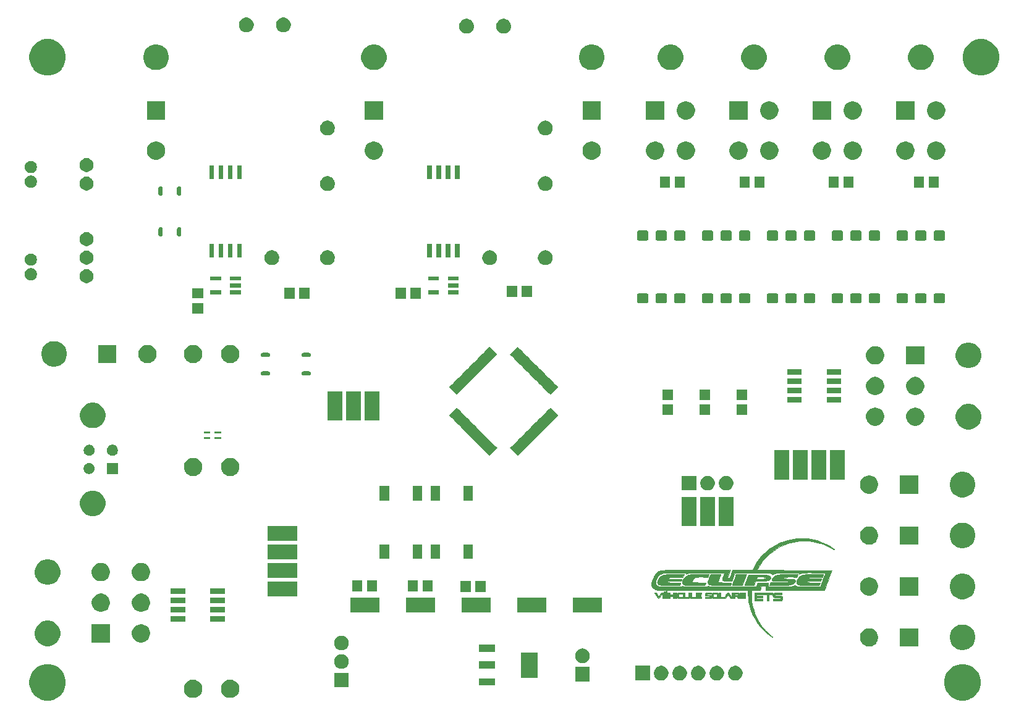
<source format=gbr>
G04 #@! TF.GenerationSoftware,KiCad,Pcbnew,5.1.2-f72e74a~84~ubuntu18.04.1*
G04 #@! TF.CreationDate,2019-05-31T10:47:24-04:00*
G04 #@! TF.ProjectId,Master_Board,4d617374-6572-45f4-926f-6172642e6b69,rev?*
G04 #@! TF.SameCoordinates,Original*
G04 #@! TF.FileFunction,Soldermask,Top*
G04 #@! TF.FilePolarity,Negative*
%FSLAX46Y46*%
G04 Gerber Fmt 4.6, Leading zero omitted, Abs format (unit mm)*
G04 Created by KiCad (PCBNEW 5.1.2-f72e74a~84~ubuntu18.04.1) date 2019-05-31 10:47:24*
%MOMM*%
%LPD*%
G04 APERTURE LIST*
%ADD10C,0.010000*%
%ADD11C,0.100000*%
G04 APERTURE END LIST*
D10*
G36*
X184988463Y-115061995D02*
G01*
X185057401Y-115062267D01*
X185107020Y-115062693D01*
X185135042Y-115063274D01*
X185140600Y-115063746D01*
X185136430Y-115076279D01*
X185124732Y-115109291D01*
X185106719Y-115159412D01*
X185083605Y-115223273D01*
X185056603Y-115297503D01*
X185039000Y-115345734D01*
X185010246Y-115424571D01*
X184984649Y-115495058D01*
X184963423Y-115553826D01*
X184947781Y-115597508D01*
X184938938Y-115622735D01*
X184937400Y-115627614D01*
X184925078Y-115628331D01*
X184889627Y-115629004D01*
X184833318Y-115629622D01*
X184758421Y-115630173D01*
X184667207Y-115630643D01*
X184561946Y-115631021D01*
X184444910Y-115631294D01*
X184318370Y-115631450D01*
X184225344Y-115631484D01*
X184072780Y-115631449D01*
X183943691Y-115631303D01*
X183836152Y-115630987D01*
X183748235Y-115630439D01*
X183678017Y-115629599D01*
X183623572Y-115628406D01*
X183582973Y-115626798D01*
X183554296Y-115624716D01*
X183535616Y-115622099D01*
X183525006Y-115618886D01*
X183520541Y-115615015D01*
X183520297Y-115610428D01*
X183520637Y-115609259D01*
X183527190Y-115591229D01*
X183541398Y-115553265D01*
X183561830Y-115499152D01*
X183587054Y-115432676D01*
X183615641Y-115357621D01*
X183627453Y-115326684D01*
X183726919Y-115066334D01*
X184433759Y-115063052D01*
X184565105Y-115062511D01*
X184688527Y-115062138D01*
X184801747Y-115061929D01*
X184902485Y-115061882D01*
X184988463Y-115061995D01*
X184988463Y-115061995D01*
G37*
X184988463Y-115061995D02*
X185057401Y-115062267D01*
X185107020Y-115062693D01*
X185135042Y-115063274D01*
X185140600Y-115063746D01*
X185136430Y-115076279D01*
X185124732Y-115109291D01*
X185106719Y-115159412D01*
X185083605Y-115223273D01*
X185056603Y-115297503D01*
X185039000Y-115345734D01*
X185010246Y-115424571D01*
X184984649Y-115495058D01*
X184963423Y-115553826D01*
X184947781Y-115597508D01*
X184938938Y-115622735D01*
X184937400Y-115627614D01*
X184925078Y-115628331D01*
X184889627Y-115629004D01*
X184833318Y-115629622D01*
X184758421Y-115630173D01*
X184667207Y-115630643D01*
X184561946Y-115631021D01*
X184444910Y-115631294D01*
X184318370Y-115631450D01*
X184225344Y-115631484D01*
X184072780Y-115631449D01*
X183943691Y-115631303D01*
X183836152Y-115630987D01*
X183748235Y-115630439D01*
X183678017Y-115629599D01*
X183623572Y-115628406D01*
X183582973Y-115626798D01*
X183554296Y-115624716D01*
X183535616Y-115622099D01*
X183525006Y-115618886D01*
X183520541Y-115615015D01*
X183520297Y-115610428D01*
X183520637Y-115609259D01*
X183527190Y-115591229D01*
X183541398Y-115553265D01*
X183561830Y-115499152D01*
X183587054Y-115432676D01*
X183615641Y-115357621D01*
X183627453Y-115326684D01*
X183726919Y-115066334D01*
X184433759Y-115063052D01*
X184565105Y-115062511D01*
X184688527Y-115062138D01*
X184801747Y-115061929D01*
X184902485Y-115061882D01*
X184988463Y-115061995D01*
G36*
X186384511Y-115131622D02*
G01*
X186614264Y-115132785D01*
X186820101Y-115133925D01*
X187003509Y-115135078D01*
X187165970Y-115136280D01*
X187308972Y-115137567D01*
X187433997Y-115138976D01*
X187542531Y-115140543D01*
X187636059Y-115142305D01*
X187716065Y-115144297D01*
X187784035Y-115146557D01*
X187841453Y-115149121D01*
X187889804Y-115152025D01*
X187930573Y-115155305D01*
X187965244Y-115158998D01*
X187995303Y-115163141D01*
X188022234Y-115167769D01*
X188044639Y-115172297D01*
X188166776Y-115207034D01*
X188267983Y-115254171D01*
X188347783Y-115313305D01*
X188405703Y-115384032D01*
X188441267Y-115465949D01*
X188451385Y-115517755D01*
X188450006Y-115603205D01*
X188424675Y-115680224D01*
X188375440Y-115748667D01*
X188373281Y-115750909D01*
X188333935Y-115787165D01*
X188289671Y-115819013D01*
X188238769Y-115846707D01*
X188179507Y-115870500D01*
X188110165Y-115890643D01*
X188029023Y-115907391D01*
X187934360Y-115920995D01*
X187824456Y-115931708D01*
X187697589Y-115939784D01*
X187552040Y-115945474D01*
X187386088Y-115949033D01*
X187198012Y-115950711D01*
X187012481Y-115950834D01*
X186414212Y-115949449D01*
X186307631Y-116234764D01*
X186201050Y-116520078D01*
X184899938Y-116520484D01*
X184936593Y-116422059D01*
X184949040Y-116388858D01*
X184969331Y-116335011D01*
X184996294Y-116263615D01*
X185028757Y-116177771D01*
X185065547Y-116080576D01*
X185105492Y-115975129D01*
X185147420Y-115864530D01*
X185165967Y-115815634D01*
X185208231Y-115704158D01*
X185214477Y-115687661D01*
X186525512Y-115687661D01*
X186531184Y-115695975D01*
X186535308Y-115698268D01*
X186556067Y-115701561D01*
X186598496Y-115703654D01*
X186658897Y-115704637D01*
X186733573Y-115704604D01*
X186818826Y-115703646D01*
X186910960Y-115701854D01*
X187006276Y-115699320D01*
X187101078Y-115696137D01*
X187191667Y-115692396D01*
X187274347Y-115688189D01*
X187345420Y-115683607D01*
X187401188Y-115678743D01*
X187422081Y-115676248D01*
X187531560Y-115658240D01*
X187623513Y-115636858D01*
X187696486Y-115612739D01*
X187749027Y-115586519D01*
X187779684Y-115558833D01*
X187787004Y-115530319D01*
X187782764Y-115518238D01*
X187756219Y-115490832D01*
X187708563Y-115464175D01*
X187644065Y-115439966D01*
X187566995Y-115419902D01*
X187509150Y-115409428D01*
X187453716Y-115402743D01*
X187385245Y-115397602D01*
X187300983Y-115393901D01*
X187198175Y-115391535D01*
X187074066Y-115390398D01*
X187006164Y-115390258D01*
X186630178Y-115390184D01*
X186572072Y-115539409D01*
X186548197Y-115601705D01*
X186533095Y-115644518D01*
X186525841Y-115671839D01*
X186525512Y-115687661D01*
X185214477Y-115687661D01*
X185248876Y-115596819D01*
X185286755Y-115496657D01*
X185320718Y-115406714D01*
X185349620Y-115330029D01*
X185372312Y-115269644D01*
X185387646Y-115228598D01*
X185391830Y-115217275D01*
X185424973Y-115126917D01*
X186384511Y-115131622D01*
X186384511Y-115131622D01*
G37*
X186384511Y-115131622D02*
X186614264Y-115132785D01*
X186820101Y-115133925D01*
X187003509Y-115135078D01*
X187165970Y-115136280D01*
X187308972Y-115137567D01*
X187433997Y-115138976D01*
X187542531Y-115140543D01*
X187636059Y-115142305D01*
X187716065Y-115144297D01*
X187784035Y-115146557D01*
X187841453Y-115149121D01*
X187889804Y-115152025D01*
X187930573Y-115155305D01*
X187965244Y-115158998D01*
X187995303Y-115163141D01*
X188022234Y-115167769D01*
X188044639Y-115172297D01*
X188166776Y-115207034D01*
X188267983Y-115254171D01*
X188347783Y-115313305D01*
X188405703Y-115384032D01*
X188441267Y-115465949D01*
X188451385Y-115517755D01*
X188450006Y-115603205D01*
X188424675Y-115680224D01*
X188375440Y-115748667D01*
X188373281Y-115750909D01*
X188333935Y-115787165D01*
X188289671Y-115819013D01*
X188238769Y-115846707D01*
X188179507Y-115870500D01*
X188110165Y-115890643D01*
X188029023Y-115907391D01*
X187934360Y-115920995D01*
X187824456Y-115931708D01*
X187697589Y-115939784D01*
X187552040Y-115945474D01*
X187386088Y-115949033D01*
X187198012Y-115950711D01*
X187012481Y-115950834D01*
X186414212Y-115949449D01*
X186307631Y-116234764D01*
X186201050Y-116520078D01*
X184899938Y-116520484D01*
X184936593Y-116422059D01*
X184949040Y-116388858D01*
X184969331Y-116335011D01*
X184996294Y-116263615D01*
X185028757Y-116177771D01*
X185065547Y-116080576D01*
X185105492Y-115975129D01*
X185147420Y-115864530D01*
X185165967Y-115815634D01*
X185208231Y-115704158D01*
X185214477Y-115687661D01*
X186525512Y-115687661D01*
X186531184Y-115695975D01*
X186535308Y-115698268D01*
X186556067Y-115701561D01*
X186598496Y-115703654D01*
X186658897Y-115704637D01*
X186733573Y-115704604D01*
X186818826Y-115703646D01*
X186910960Y-115701854D01*
X187006276Y-115699320D01*
X187101078Y-115696137D01*
X187191667Y-115692396D01*
X187274347Y-115688189D01*
X187345420Y-115683607D01*
X187401188Y-115678743D01*
X187422081Y-115676248D01*
X187531560Y-115658240D01*
X187623513Y-115636858D01*
X187696486Y-115612739D01*
X187749027Y-115586519D01*
X187779684Y-115558833D01*
X187787004Y-115530319D01*
X187782764Y-115518238D01*
X187756219Y-115490832D01*
X187708563Y-115464175D01*
X187644065Y-115439966D01*
X187566995Y-115419902D01*
X187509150Y-115409428D01*
X187453716Y-115402743D01*
X187385245Y-115397602D01*
X187300983Y-115393901D01*
X187198175Y-115391535D01*
X187074066Y-115390398D01*
X187006164Y-115390258D01*
X186630178Y-115390184D01*
X186572072Y-115539409D01*
X186548197Y-115601705D01*
X186533095Y-115644518D01*
X186525841Y-115671839D01*
X186525512Y-115687661D01*
X185214477Y-115687661D01*
X185248876Y-115596819D01*
X185286755Y-115496657D01*
X185320718Y-115406714D01*
X185349620Y-115330029D01*
X185372312Y-115269644D01*
X185387646Y-115228598D01*
X185391830Y-115217275D01*
X185424973Y-115126917D01*
X186384511Y-115131622D01*
G36*
X190750633Y-115053686D02*
G01*
X190893691Y-115054133D01*
X191039223Y-115054810D01*
X191185019Y-115055706D01*
X191328871Y-115056803D01*
X191468570Y-115058089D01*
X191601907Y-115059548D01*
X191726674Y-115061167D01*
X191840662Y-115062929D01*
X191941663Y-115064822D01*
X192027466Y-115066829D01*
X192095865Y-115068937D01*
X192144649Y-115071132D01*
X192171611Y-115073397D01*
X192176400Y-115074831D01*
X192172062Y-115089926D01*
X192160138Y-115124173D01*
X192142260Y-115173055D01*
X192120062Y-115232057D01*
X192110562Y-115256898D01*
X192044724Y-115428284D01*
X191973120Y-115428284D01*
X191943107Y-115427875D01*
X191891347Y-115426718D01*
X191821476Y-115424910D01*
X191737132Y-115422554D01*
X191641954Y-115419750D01*
X191539580Y-115416597D01*
X191477205Y-115414611D01*
X191242200Y-115409110D01*
X191031209Y-115408601D01*
X190843325Y-115413171D01*
X190677642Y-115422905D01*
X190533251Y-115437890D01*
X190409247Y-115458211D01*
X190304720Y-115483955D01*
X190218766Y-115515207D01*
X190173045Y-115538159D01*
X190132430Y-115568694D01*
X190100287Y-115606216D01*
X190082594Y-115643100D01*
X190080900Y-115655742D01*
X190093552Y-115658964D01*
X190131319Y-115661889D01*
X190193919Y-115664512D01*
X190281069Y-115666824D01*
X190392486Y-115668820D01*
X190527886Y-115670493D01*
X190686988Y-115671835D01*
X190776225Y-115672385D01*
X190926964Y-115673240D01*
X191054528Y-115674073D01*
X191161144Y-115674974D01*
X191249035Y-115676035D01*
X191320428Y-115677347D01*
X191377547Y-115679000D01*
X191422618Y-115681086D01*
X191457867Y-115683696D01*
X191485517Y-115686920D01*
X191507796Y-115690849D01*
X191526927Y-115695575D01*
X191545136Y-115701189D01*
X191554100Y-115704190D01*
X191654167Y-115746419D01*
X191732429Y-115797447D01*
X191788218Y-115856409D01*
X191820866Y-115922437D01*
X191829704Y-115994664D01*
X191820866Y-116050335D01*
X191806555Y-116086783D01*
X191781152Y-116124828D01*
X191740643Y-116170079D01*
X191721220Y-116189576D01*
X191613437Y-116278863D01*
X191484268Y-116356035D01*
X191334883Y-116420654D01*
X191166455Y-116472283D01*
X190980154Y-116510483D01*
X190804800Y-116532420D01*
X190771823Y-116534329D01*
X190717387Y-116536105D01*
X190643586Y-116537747D01*
X190552519Y-116539249D01*
X190446280Y-116540610D01*
X190326966Y-116541826D01*
X190196675Y-116542893D01*
X190057502Y-116543807D01*
X189911544Y-116544567D01*
X189760897Y-116545168D01*
X189607658Y-116545607D01*
X189453922Y-116545881D01*
X189301788Y-116545986D01*
X189153350Y-116545919D01*
X189010706Y-116545677D01*
X188875952Y-116545256D01*
X188751185Y-116544653D01*
X188638500Y-116543865D01*
X188539994Y-116542888D01*
X188457765Y-116541719D01*
X188393907Y-116540355D01*
X188350518Y-116538793D01*
X188329694Y-116537028D01*
X188328125Y-116536359D01*
X188332019Y-116521562D01*
X188342846Y-116487314D01*
X188359127Y-116438127D01*
X188379383Y-116378516D01*
X188388450Y-116352238D01*
X188448950Y-116177642D01*
X189477983Y-116177613D01*
X189664563Y-116177443D01*
X189839243Y-116176956D01*
X190000457Y-116176171D01*
X190146638Y-116175104D01*
X190276223Y-116173773D01*
X190387644Y-116172197D01*
X190479337Y-116170393D01*
X190549736Y-116168379D01*
X190597275Y-116166172D01*
X190614633Y-116164709D01*
X190696371Y-116150629D01*
X190765630Y-116128050D01*
X190802879Y-116110734D01*
X190855176Y-116079676D01*
X190892984Y-116048326D01*
X190913851Y-116019620D01*
X190915326Y-115996493D01*
X190906400Y-115986836D01*
X190890254Y-115984613D01*
X190849916Y-115982573D01*
X190786596Y-115980731D01*
X190701501Y-115979100D01*
X190595840Y-115977697D01*
X190470819Y-115976535D01*
X190327649Y-115975629D01*
X190167537Y-115974994D01*
X189991691Y-115974644D01*
X189889530Y-115974578D01*
X189698696Y-115974533D01*
X189531550Y-115974402D01*
X189386377Y-115974070D01*
X189261465Y-115973424D01*
X189155101Y-115972350D01*
X189065571Y-115970733D01*
X188991162Y-115968460D01*
X188930161Y-115965417D01*
X188880855Y-115961490D01*
X188841531Y-115956564D01*
X188810476Y-115950526D01*
X188785976Y-115943262D01*
X188766319Y-115934658D01*
X188749792Y-115924600D01*
X188734680Y-115912973D01*
X188719272Y-115899665D01*
X188715648Y-115896478D01*
X188673691Y-115843184D01*
X188651376Y-115775611D01*
X188649634Y-115696661D01*
X188650101Y-115692491D01*
X188669170Y-115614639D01*
X188708439Y-115540365D01*
X188769459Y-115467499D01*
X188853778Y-115393868D01*
X188874375Y-115378265D01*
X188981103Y-115305830D01*
X189092314Y-115244382D01*
X189211057Y-115193027D01*
X189340383Y-115150874D01*
X189483341Y-115117027D01*
X189642981Y-115090594D01*
X189822353Y-115070681D01*
X189960250Y-115060210D01*
X190004008Y-115058278D01*
X190067909Y-115056693D01*
X190149745Y-115055443D01*
X190247306Y-115054511D01*
X190358384Y-115053885D01*
X190480771Y-115053548D01*
X190612256Y-115053487D01*
X190750633Y-115053686D01*
X190750633Y-115053686D01*
G37*
X190750633Y-115053686D02*
X190893691Y-115054133D01*
X191039223Y-115054810D01*
X191185019Y-115055706D01*
X191328871Y-115056803D01*
X191468570Y-115058089D01*
X191601907Y-115059548D01*
X191726674Y-115061167D01*
X191840662Y-115062929D01*
X191941663Y-115064822D01*
X192027466Y-115066829D01*
X192095865Y-115068937D01*
X192144649Y-115071132D01*
X192171611Y-115073397D01*
X192176400Y-115074831D01*
X192172062Y-115089926D01*
X192160138Y-115124173D01*
X192142260Y-115173055D01*
X192120062Y-115232057D01*
X192110562Y-115256898D01*
X192044724Y-115428284D01*
X191973120Y-115428284D01*
X191943107Y-115427875D01*
X191891347Y-115426718D01*
X191821476Y-115424910D01*
X191737132Y-115422554D01*
X191641954Y-115419750D01*
X191539580Y-115416597D01*
X191477205Y-115414611D01*
X191242200Y-115409110D01*
X191031209Y-115408601D01*
X190843325Y-115413171D01*
X190677642Y-115422905D01*
X190533251Y-115437890D01*
X190409247Y-115458211D01*
X190304720Y-115483955D01*
X190218766Y-115515207D01*
X190173045Y-115538159D01*
X190132430Y-115568694D01*
X190100287Y-115606216D01*
X190082594Y-115643100D01*
X190080900Y-115655742D01*
X190093552Y-115658964D01*
X190131319Y-115661889D01*
X190193919Y-115664512D01*
X190281069Y-115666824D01*
X190392486Y-115668820D01*
X190527886Y-115670493D01*
X190686988Y-115671835D01*
X190776225Y-115672385D01*
X190926964Y-115673240D01*
X191054528Y-115674073D01*
X191161144Y-115674974D01*
X191249035Y-115676035D01*
X191320428Y-115677347D01*
X191377547Y-115679000D01*
X191422618Y-115681086D01*
X191457867Y-115683696D01*
X191485517Y-115686920D01*
X191507796Y-115690849D01*
X191526927Y-115695575D01*
X191545136Y-115701189D01*
X191554100Y-115704190D01*
X191654167Y-115746419D01*
X191732429Y-115797447D01*
X191788218Y-115856409D01*
X191820866Y-115922437D01*
X191829704Y-115994664D01*
X191820866Y-116050335D01*
X191806555Y-116086783D01*
X191781152Y-116124828D01*
X191740643Y-116170079D01*
X191721220Y-116189576D01*
X191613437Y-116278863D01*
X191484268Y-116356035D01*
X191334883Y-116420654D01*
X191166455Y-116472283D01*
X190980154Y-116510483D01*
X190804800Y-116532420D01*
X190771823Y-116534329D01*
X190717387Y-116536105D01*
X190643586Y-116537747D01*
X190552519Y-116539249D01*
X190446280Y-116540610D01*
X190326966Y-116541826D01*
X190196675Y-116542893D01*
X190057502Y-116543807D01*
X189911544Y-116544567D01*
X189760897Y-116545168D01*
X189607658Y-116545607D01*
X189453922Y-116545881D01*
X189301788Y-116545986D01*
X189153350Y-116545919D01*
X189010706Y-116545677D01*
X188875952Y-116545256D01*
X188751185Y-116544653D01*
X188638500Y-116543865D01*
X188539994Y-116542888D01*
X188457765Y-116541719D01*
X188393907Y-116540355D01*
X188350518Y-116538793D01*
X188329694Y-116537028D01*
X188328125Y-116536359D01*
X188332019Y-116521562D01*
X188342846Y-116487314D01*
X188359127Y-116438127D01*
X188379383Y-116378516D01*
X188388450Y-116352238D01*
X188448950Y-116177642D01*
X189477983Y-116177613D01*
X189664563Y-116177443D01*
X189839243Y-116176956D01*
X190000457Y-116176171D01*
X190146638Y-116175104D01*
X190276223Y-116173773D01*
X190387644Y-116172197D01*
X190479337Y-116170393D01*
X190549736Y-116168379D01*
X190597275Y-116166172D01*
X190614633Y-116164709D01*
X190696371Y-116150629D01*
X190765630Y-116128050D01*
X190802879Y-116110734D01*
X190855176Y-116079676D01*
X190892984Y-116048326D01*
X190913851Y-116019620D01*
X190915326Y-115996493D01*
X190906400Y-115986836D01*
X190890254Y-115984613D01*
X190849916Y-115982573D01*
X190786596Y-115980731D01*
X190701501Y-115979100D01*
X190595840Y-115977697D01*
X190470819Y-115976535D01*
X190327649Y-115975629D01*
X190167537Y-115974994D01*
X189991691Y-115974644D01*
X189889530Y-115974578D01*
X189698696Y-115974533D01*
X189531550Y-115974402D01*
X189386377Y-115974070D01*
X189261465Y-115973424D01*
X189155101Y-115972350D01*
X189065571Y-115970733D01*
X188991162Y-115968460D01*
X188930161Y-115965417D01*
X188880855Y-115961490D01*
X188841531Y-115956564D01*
X188810476Y-115950526D01*
X188785976Y-115943262D01*
X188766319Y-115934658D01*
X188749792Y-115924600D01*
X188734680Y-115912973D01*
X188719272Y-115899665D01*
X188715648Y-115896478D01*
X188673691Y-115843184D01*
X188651376Y-115775611D01*
X188649634Y-115696661D01*
X188650101Y-115692491D01*
X188669170Y-115614639D01*
X188708439Y-115540365D01*
X188769459Y-115467499D01*
X188853778Y-115393868D01*
X188874375Y-115378265D01*
X188981103Y-115305830D01*
X189092314Y-115244382D01*
X189211057Y-115193027D01*
X189340383Y-115150874D01*
X189483341Y-115117027D01*
X189642981Y-115090594D01*
X189822353Y-115070681D01*
X189960250Y-115060210D01*
X190004008Y-115058278D01*
X190067909Y-115056693D01*
X190149745Y-115055443D01*
X190247306Y-115054511D01*
X190358384Y-115053885D01*
X190480771Y-115053548D01*
X190612256Y-115053487D01*
X190750633Y-115053686D01*
G36*
X181181379Y-115047642D02*
G01*
X181286655Y-115047922D01*
X181383123Y-115048375D01*
X181467982Y-115049004D01*
X181538432Y-115049812D01*
X181591673Y-115050803D01*
X181624905Y-115051981D01*
X181635400Y-115053239D01*
X181630983Y-115066026D01*
X181618403Y-115099867D01*
X181598663Y-115152125D01*
X181572765Y-115220165D01*
X181541714Y-115301352D01*
X181506513Y-115393051D01*
X181468165Y-115492626D01*
X181463950Y-115503553D01*
X181415330Y-115630311D01*
X181375672Y-115735856D01*
X181344384Y-115822510D01*
X181320873Y-115892593D01*
X181304544Y-115948427D01*
X181294807Y-115992334D01*
X181291066Y-116026633D01*
X181292730Y-116053647D01*
X181299205Y-116075696D01*
X181309898Y-116095102D01*
X181312024Y-116098206D01*
X181344574Y-116124664D01*
X181400868Y-116145915D01*
X181479729Y-116161664D01*
X181579979Y-116171612D01*
X181610000Y-116173240D01*
X181651642Y-116174722D01*
X181715583Y-116176423D01*
X181798723Y-116178285D01*
X181897962Y-116180250D01*
X182010201Y-116182260D01*
X182132338Y-116184258D01*
X182261275Y-116186186D01*
X182393912Y-116187986D01*
X182417940Y-116188292D01*
X183079830Y-116196634D01*
X183016310Y-116371259D01*
X182952791Y-116545884D01*
X181719420Y-116544194D01*
X181542310Y-116543848D01*
X181370839Y-116543314D01*
X181206914Y-116542607D01*
X181052445Y-116541745D01*
X180909343Y-116540746D01*
X180779515Y-116539626D01*
X180664872Y-116538402D01*
X180567322Y-116537092D01*
X180488775Y-116535713D01*
X180431140Y-116534281D01*
X180396326Y-116532814D01*
X180389879Y-116532294D01*
X180248732Y-116510843D01*
X180127575Y-116478803D01*
X180027200Y-116436587D01*
X179948399Y-116384608D01*
X179891963Y-116323279D01*
X179859439Y-116255581D01*
X179848159Y-116193118D01*
X179845825Y-116118525D01*
X179852501Y-116043468D01*
X179858151Y-116013981D01*
X179865572Y-115989621D01*
X179881091Y-115944609D01*
X179903596Y-115881963D01*
X179931978Y-115804703D01*
X179965127Y-115715851D01*
X180001933Y-115618424D01*
X180041287Y-115515444D01*
X180043263Y-115510305D01*
X180088854Y-115392237D01*
X180126544Y-115295902D01*
X180157249Y-115219209D01*
X180181885Y-115160069D01*
X180201366Y-115116394D01*
X180216608Y-115086095D01*
X180228528Y-115067081D01*
X180238041Y-115057266D01*
X180242847Y-115054955D01*
X180260202Y-115053566D01*
X180299551Y-115052311D01*
X180358093Y-115051194D01*
X180433029Y-115050219D01*
X180521559Y-115049389D01*
X180620881Y-115048706D01*
X180728196Y-115048176D01*
X180840703Y-115047801D01*
X180955603Y-115047585D01*
X181070095Y-115047530D01*
X181181379Y-115047642D01*
X181181379Y-115047642D01*
G37*
X181181379Y-115047642D02*
X181286655Y-115047922D01*
X181383123Y-115048375D01*
X181467982Y-115049004D01*
X181538432Y-115049812D01*
X181591673Y-115050803D01*
X181624905Y-115051981D01*
X181635400Y-115053239D01*
X181630983Y-115066026D01*
X181618403Y-115099867D01*
X181598663Y-115152125D01*
X181572765Y-115220165D01*
X181541714Y-115301352D01*
X181506513Y-115393051D01*
X181468165Y-115492626D01*
X181463950Y-115503553D01*
X181415330Y-115630311D01*
X181375672Y-115735856D01*
X181344384Y-115822510D01*
X181320873Y-115892593D01*
X181304544Y-115948427D01*
X181294807Y-115992334D01*
X181291066Y-116026633D01*
X181292730Y-116053647D01*
X181299205Y-116075696D01*
X181309898Y-116095102D01*
X181312024Y-116098206D01*
X181344574Y-116124664D01*
X181400868Y-116145915D01*
X181479729Y-116161664D01*
X181579979Y-116171612D01*
X181610000Y-116173240D01*
X181651642Y-116174722D01*
X181715583Y-116176423D01*
X181798723Y-116178285D01*
X181897962Y-116180250D01*
X182010201Y-116182260D01*
X182132338Y-116184258D01*
X182261275Y-116186186D01*
X182393912Y-116187986D01*
X182417940Y-116188292D01*
X183079830Y-116196634D01*
X183016310Y-116371259D01*
X182952791Y-116545884D01*
X181719420Y-116544194D01*
X181542310Y-116543848D01*
X181370839Y-116543314D01*
X181206914Y-116542607D01*
X181052445Y-116541745D01*
X180909343Y-116540746D01*
X180779515Y-116539626D01*
X180664872Y-116538402D01*
X180567322Y-116537092D01*
X180488775Y-116535713D01*
X180431140Y-116534281D01*
X180396326Y-116532814D01*
X180389879Y-116532294D01*
X180248732Y-116510843D01*
X180127575Y-116478803D01*
X180027200Y-116436587D01*
X179948399Y-116384608D01*
X179891963Y-116323279D01*
X179859439Y-116255581D01*
X179848159Y-116193118D01*
X179845825Y-116118525D01*
X179852501Y-116043468D01*
X179858151Y-116013981D01*
X179865572Y-115989621D01*
X179881091Y-115944609D01*
X179903596Y-115881963D01*
X179931978Y-115804703D01*
X179965127Y-115715851D01*
X180001933Y-115618424D01*
X180041287Y-115515444D01*
X180043263Y-115510305D01*
X180088854Y-115392237D01*
X180126544Y-115295902D01*
X180157249Y-115219209D01*
X180181885Y-115160069D01*
X180201366Y-115116394D01*
X180216608Y-115086095D01*
X180228528Y-115067081D01*
X180238041Y-115057266D01*
X180242847Y-115054955D01*
X180260202Y-115053566D01*
X180299551Y-115052311D01*
X180358093Y-115051194D01*
X180433029Y-115050219D01*
X180521559Y-115049389D01*
X180620881Y-115048706D01*
X180728196Y-115048176D01*
X180840703Y-115047801D01*
X180955603Y-115047585D01*
X181070095Y-115047530D01*
X181181379Y-115047642D01*
G36*
X195676916Y-115051066D02*
G01*
X195674239Y-115063726D01*
X195664306Y-115096125D01*
X195648472Y-115144111D01*
X195628093Y-115203528D01*
X195614535Y-115242131D01*
X195548250Y-115429290D01*
X194976750Y-115420894D01*
X194756706Y-115418644D01*
X194560585Y-115418846D01*
X194387010Y-115421683D01*
X194234604Y-115427340D01*
X194101991Y-115436000D01*
X193987795Y-115447846D01*
X193890640Y-115463061D01*
X193809148Y-115481829D01*
X193741944Y-115504335D01*
X193687651Y-115530760D01*
X193644893Y-115561289D01*
X193612294Y-115596105D01*
X193606934Y-115603508D01*
X193586942Y-115634111D01*
X193574944Y-115655865D01*
X193573400Y-115660741D01*
X193585766Y-115662190D01*
X193621528Y-115663566D01*
X193678682Y-115664848D01*
X193755225Y-115666017D01*
X193849153Y-115667054D01*
X193958462Y-115667940D01*
X194081147Y-115668655D01*
X194215207Y-115669180D01*
X194358635Y-115669495D01*
X194487800Y-115669584D01*
X195402200Y-115669584D01*
X195402200Y-115725921D01*
X195396797Y-115769665D01*
X195382100Y-115827039D01*
X195362144Y-115884590D01*
X195322089Y-115986922D01*
X193441089Y-115993434D01*
X193432853Y-116033710D01*
X193428835Y-116067503D01*
X193437193Y-116089827D01*
X193462600Y-116108961D01*
X193480822Y-116118728D01*
X193523096Y-116137371D01*
X193572966Y-116153338D01*
X193632253Y-116166760D01*
X193702780Y-116177764D01*
X193786369Y-116186479D01*
X193884842Y-116193035D01*
X194000022Y-116197559D01*
X194133731Y-116200180D01*
X194287790Y-116201028D01*
X194464023Y-116200231D01*
X194611625Y-116198634D01*
X195224400Y-116190690D01*
X195224249Y-116225412D01*
X195217135Y-116282091D01*
X195197664Y-116352508D01*
X195168026Y-116429580D01*
X195147593Y-116473431D01*
X195105214Y-116558584D01*
X194647282Y-116555903D01*
X194549840Y-116555292D01*
X194430929Y-116554479D01*
X194294478Y-116553495D01*
X194144417Y-116552369D01*
X193984675Y-116551132D01*
X193819182Y-116549815D01*
X193651867Y-116548448D01*
X193486660Y-116547061D01*
X193351150Y-116545892D01*
X193173053Y-116544279D01*
X193018334Y-116542665D01*
X192884972Y-116540892D01*
X192770944Y-116538802D01*
X192674229Y-116536235D01*
X192592805Y-116533035D01*
X192524652Y-116529042D01*
X192467746Y-116524098D01*
X192420067Y-116518045D01*
X192379592Y-116510725D01*
X192344301Y-116501978D01*
X192312171Y-116491646D01*
X192281182Y-116479572D01*
X192249310Y-116465597D01*
X192233465Y-116458333D01*
X192151434Y-116411961D01*
X192091996Y-116357512D01*
X192052782Y-116291624D01*
X192031426Y-116210932D01*
X192026739Y-116164566D01*
X192027274Y-116082004D01*
X192039839Y-115998875D01*
X192065842Y-115908815D01*
X192105742Y-115807647D01*
X192184882Y-115656001D01*
X192283700Y-115519834D01*
X192401175Y-115399903D01*
X192536286Y-115296965D01*
X192688013Y-115211777D01*
X192855334Y-115145095D01*
X193037230Y-115097678D01*
X193071750Y-115091193D01*
X193122725Y-115083649D01*
X193185527Y-115077117D01*
X193261431Y-115071572D01*
X193351716Y-115066990D01*
X193457658Y-115063347D01*
X193580535Y-115060618D01*
X193721623Y-115058779D01*
X193882199Y-115057805D01*
X194063540Y-115057672D01*
X194266924Y-115058356D01*
X194493628Y-115059832D01*
X194646550Y-115061136D01*
X194800457Y-115062386D01*
X194947312Y-115063262D01*
X195084985Y-115063769D01*
X195211349Y-115063914D01*
X195324277Y-115063704D01*
X195421640Y-115063144D01*
X195501311Y-115062241D01*
X195561163Y-115061001D01*
X195599067Y-115059430D01*
X195610630Y-115058290D01*
X195647141Y-115052615D01*
X195671521Y-115050408D01*
X195676916Y-115051066D01*
X195676916Y-115051066D01*
G37*
X195676916Y-115051066D02*
X195674239Y-115063726D01*
X195664306Y-115096125D01*
X195648472Y-115144111D01*
X195628093Y-115203528D01*
X195614535Y-115242131D01*
X195548250Y-115429290D01*
X194976750Y-115420894D01*
X194756706Y-115418644D01*
X194560585Y-115418846D01*
X194387010Y-115421683D01*
X194234604Y-115427340D01*
X194101991Y-115436000D01*
X193987795Y-115447846D01*
X193890640Y-115463061D01*
X193809148Y-115481829D01*
X193741944Y-115504335D01*
X193687651Y-115530760D01*
X193644893Y-115561289D01*
X193612294Y-115596105D01*
X193606934Y-115603508D01*
X193586942Y-115634111D01*
X193574944Y-115655865D01*
X193573400Y-115660741D01*
X193585766Y-115662190D01*
X193621528Y-115663566D01*
X193678682Y-115664848D01*
X193755225Y-115666017D01*
X193849153Y-115667054D01*
X193958462Y-115667940D01*
X194081147Y-115668655D01*
X194215207Y-115669180D01*
X194358635Y-115669495D01*
X194487800Y-115669584D01*
X195402200Y-115669584D01*
X195402200Y-115725921D01*
X195396797Y-115769665D01*
X195382100Y-115827039D01*
X195362144Y-115884590D01*
X195322089Y-115986922D01*
X193441089Y-115993434D01*
X193432853Y-116033710D01*
X193428835Y-116067503D01*
X193437193Y-116089827D01*
X193462600Y-116108961D01*
X193480822Y-116118728D01*
X193523096Y-116137371D01*
X193572966Y-116153338D01*
X193632253Y-116166760D01*
X193702780Y-116177764D01*
X193786369Y-116186479D01*
X193884842Y-116193035D01*
X194000022Y-116197559D01*
X194133731Y-116200180D01*
X194287790Y-116201028D01*
X194464023Y-116200231D01*
X194611625Y-116198634D01*
X195224400Y-116190690D01*
X195224249Y-116225412D01*
X195217135Y-116282091D01*
X195197664Y-116352508D01*
X195168026Y-116429580D01*
X195147593Y-116473431D01*
X195105214Y-116558584D01*
X194647282Y-116555903D01*
X194549840Y-116555292D01*
X194430929Y-116554479D01*
X194294478Y-116553495D01*
X194144417Y-116552369D01*
X193984675Y-116551132D01*
X193819182Y-116549815D01*
X193651867Y-116548448D01*
X193486660Y-116547061D01*
X193351150Y-116545892D01*
X193173053Y-116544279D01*
X193018334Y-116542665D01*
X192884972Y-116540892D01*
X192770944Y-116538802D01*
X192674229Y-116536235D01*
X192592805Y-116533035D01*
X192524652Y-116529042D01*
X192467746Y-116524098D01*
X192420067Y-116518045D01*
X192379592Y-116510725D01*
X192344301Y-116501978D01*
X192312171Y-116491646D01*
X192281182Y-116479572D01*
X192249310Y-116465597D01*
X192233465Y-116458333D01*
X192151434Y-116411961D01*
X192091996Y-116357512D01*
X192052782Y-116291624D01*
X192031426Y-116210932D01*
X192026739Y-116164566D01*
X192027274Y-116082004D01*
X192039839Y-115998875D01*
X192065842Y-115908815D01*
X192105742Y-115807647D01*
X192184882Y-115656001D01*
X192283700Y-115519834D01*
X192401175Y-115399903D01*
X192536286Y-115296965D01*
X192688013Y-115211777D01*
X192855334Y-115145095D01*
X193037230Y-115097678D01*
X193071750Y-115091193D01*
X193122725Y-115083649D01*
X193185527Y-115077117D01*
X193261431Y-115071572D01*
X193351716Y-115066990D01*
X193457658Y-115063347D01*
X193580535Y-115060618D01*
X193721623Y-115058779D01*
X193882199Y-115057805D01*
X194063540Y-115057672D01*
X194266924Y-115058356D01*
X194493628Y-115059832D01*
X194646550Y-115061136D01*
X194800457Y-115062386D01*
X194947312Y-115063262D01*
X195084985Y-115063769D01*
X195211349Y-115063914D01*
X195324277Y-115063704D01*
X195421640Y-115063144D01*
X195501311Y-115062241D01*
X195561163Y-115061001D01*
X195599067Y-115059430D01*
X195610630Y-115058290D01*
X195647141Y-115052615D01*
X195671521Y-115050408D01*
X195676916Y-115051066D01*
G36*
X184326835Y-115682436D02*
G01*
X184449932Y-115682873D01*
X184562816Y-115683569D01*
X184663202Y-115684493D01*
X184748806Y-115685618D01*
X184817342Y-115686916D01*
X184866528Y-115688358D01*
X184894077Y-115689917D01*
X184899300Y-115690975D01*
X184895070Y-115704511D01*
X184883043Y-115739121D01*
X184864209Y-115792051D01*
X184839560Y-115860543D01*
X184810087Y-115941843D01*
X184776782Y-116033194D01*
X184744509Y-116121289D01*
X184589719Y-116542912D01*
X184525434Y-116550637D01*
X184500165Y-116552165D01*
X184452227Y-116553596D01*
X184384351Y-116554902D01*
X184299270Y-116556050D01*
X184199715Y-116557011D01*
X184088416Y-116557755D01*
X183968106Y-116558250D01*
X183841516Y-116558467D01*
X183822975Y-116558473D01*
X183184800Y-116558584D01*
X183184800Y-116515426D01*
X183189274Y-116495000D01*
X183201935Y-116454053D01*
X183221640Y-116395689D01*
X183247245Y-116323012D01*
X183277607Y-116239124D01*
X183311583Y-116147131D01*
X183348030Y-116050136D01*
X183385804Y-115951241D01*
X183423763Y-115853551D01*
X183460763Y-115760170D01*
X183485835Y-115698159D01*
X183492448Y-115694588D01*
X183510232Y-115691557D01*
X183540827Y-115689027D01*
X183585872Y-115686962D01*
X183647004Y-115685327D01*
X183725864Y-115684083D01*
X183824088Y-115683194D01*
X183943316Y-115682624D01*
X184085187Y-115682337D01*
X184195808Y-115682284D01*
X184326835Y-115682436D01*
X184326835Y-115682436D01*
G37*
X184326835Y-115682436D02*
X184449932Y-115682873D01*
X184562816Y-115683569D01*
X184663202Y-115684493D01*
X184748806Y-115685618D01*
X184817342Y-115686916D01*
X184866528Y-115688358D01*
X184894077Y-115689917D01*
X184899300Y-115690975D01*
X184895070Y-115704511D01*
X184883043Y-115739121D01*
X184864209Y-115792051D01*
X184839560Y-115860543D01*
X184810087Y-115941843D01*
X184776782Y-116033194D01*
X184744509Y-116121289D01*
X184589719Y-116542912D01*
X184525434Y-116550637D01*
X184500165Y-116552165D01*
X184452227Y-116553596D01*
X184384351Y-116554902D01*
X184299270Y-116556050D01*
X184199715Y-116557011D01*
X184088416Y-116557755D01*
X183968106Y-116558250D01*
X183841516Y-116558467D01*
X183822975Y-116558473D01*
X183184800Y-116558584D01*
X183184800Y-116515426D01*
X183189274Y-116495000D01*
X183201935Y-116454053D01*
X183221640Y-116395689D01*
X183247245Y-116323012D01*
X183277607Y-116239124D01*
X183311583Y-116147131D01*
X183348030Y-116050136D01*
X183385804Y-115951241D01*
X183423763Y-115853551D01*
X183460763Y-115760170D01*
X183485835Y-115698159D01*
X183492448Y-115694588D01*
X183510232Y-115691557D01*
X183540827Y-115689027D01*
X183585872Y-115686962D01*
X183647004Y-115685327D01*
X183725864Y-115684083D01*
X183824088Y-115683194D01*
X183943316Y-115682624D01*
X184085187Y-115682337D01*
X184195808Y-115682284D01*
X184326835Y-115682436D01*
G36*
X178276650Y-115056156D02*
G01*
X178428287Y-115056448D01*
X178601583Y-115056932D01*
X178798308Y-115057582D01*
X178822148Y-115057665D01*
X178991160Y-115058295D01*
X179152817Y-115058979D01*
X179305330Y-115059702D01*
X179446906Y-115060453D01*
X179575757Y-115061221D01*
X179690092Y-115061992D01*
X179788119Y-115062755D01*
X179868050Y-115063498D01*
X179928092Y-115064208D01*
X179966457Y-115064874D01*
X179981353Y-115065482D01*
X179981477Y-115065527D01*
X179981870Y-115080399D01*
X179976591Y-115113405D01*
X179967127Y-115158312D01*
X179954965Y-115208884D01*
X179941593Y-115258886D01*
X179928498Y-115302084D01*
X179918629Y-115328953D01*
X179905909Y-115358782D01*
X179894251Y-115382229D01*
X179880639Y-115399983D01*
X179862054Y-115412734D01*
X179835480Y-115421173D01*
X179797899Y-115425988D01*
X179746293Y-115427871D01*
X179677645Y-115427511D01*
X179588938Y-115425599D01*
X179505161Y-115423505D01*
X179306639Y-115418929D01*
X179131544Y-115415617D01*
X178977932Y-115413595D01*
X178843858Y-115412892D01*
X178727380Y-115413535D01*
X178626553Y-115415550D01*
X178539434Y-115418966D01*
X178464078Y-115423810D01*
X178398543Y-115430110D01*
X178340885Y-115437892D01*
X178327050Y-115440144D01*
X178213994Y-115462377D01*
X178122131Y-115488769D01*
X178047288Y-115522137D01*
X177985292Y-115565298D01*
X177931971Y-115621069D01*
X177883152Y-115692265D01*
X177841664Y-115767830D01*
X177793748Y-115866844D01*
X177761455Y-115947430D01*
X177745414Y-116011663D01*
X177746255Y-116061615D01*
X177764606Y-116099361D01*
X177801098Y-116126975D01*
X177856358Y-116146530D01*
X177931015Y-116160102D01*
X177961772Y-116163814D01*
X177994961Y-116166176D01*
X178050873Y-116168637D01*
X178126833Y-116171137D01*
X178220165Y-116173614D01*
X178328193Y-116176009D01*
X178448242Y-116178261D01*
X178577636Y-116180309D01*
X178713698Y-116182093D01*
X178821399Y-116183249D01*
X178956790Y-116184626D01*
X179084436Y-116186048D01*
X179202103Y-116187484D01*
X179307563Y-116188900D01*
X179398584Y-116190263D01*
X179472936Y-116191540D01*
X179528389Y-116192696D01*
X179562712Y-116193700D01*
X179573706Y-116194456D01*
X179571018Y-116207128D01*
X179560942Y-116239271D01*
X179544923Y-116286541D01*
X179524409Y-116344596D01*
X179515592Y-116368974D01*
X179453520Y-116539534D01*
X178750585Y-116547251D01*
X178510201Y-116549698D01*
X178280967Y-116551650D01*
X178064211Y-116553109D01*
X177861264Y-116554075D01*
X177673453Y-116554551D01*
X177502108Y-116554537D01*
X177348558Y-116554036D01*
X177214131Y-116553049D01*
X177100157Y-116551577D01*
X177007965Y-116549622D01*
X176938883Y-116547186D01*
X176904227Y-116545137D01*
X176758255Y-116526694D01*
X176634253Y-116495568D01*
X176532170Y-116451731D01*
X176451953Y-116395154D01*
X176393549Y-116325807D01*
X176356907Y-116243662D01*
X176356870Y-116243535D01*
X176343464Y-116160293D01*
X176349622Y-116067709D01*
X176375598Y-115963091D01*
X176386317Y-115931664D01*
X176447923Y-115781606D01*
X176518864Y-115651162D01*
X176602265Y-115535318D01*
X176696849Y-115433287D01*
X176811269Y-115335098D01*
X176934944Y-115253529D01*
X177070897Y-115187243D01*
X177222151Y-115134902D01*
X177391728Y-115095169D01*
X177502120Y-115077025D01*
X177531911Y-115072996D01*
X177562120Y-115069469D01*
X177594518Y-115066420D01*
X177630875Y-115063821D01*
X177672961Y-115061648D01*
X177722546Y-115059874D01*
X177781399Y-115058473D01*
X177851291Y-115057419D01*
X177933992Y-115056686D01*
X178031272Y-115056249D01*
X178144901Y-115056080D01*
X178276650Y-115056156D01*
X178276650Y-115056156D01*
G37*
X178276650Y-115056156D02*
X178428287Y-115056448D01*
X178601583Y-115056932D01*
X178798308Y-115057582D01*
X178822148Y-115057665D01*
X178991160Y-115058295D01*
X179152817Y-115058979D01*
X179305330Y-115059702D01*
X179446906Y-115060453D01*
X179575757Y-115061221D01*
X179690092Y-115061992D01*
X179788119Y-115062755D01*
X179868050Y-115063498D01*
X179928092Y-115064208D01*
X179966457Y-115064874D01*
X179981353Y-115065482D01*
X179981477Y-115065527D01*
X179981870Y-115080399D01*
X179976591Y-115113405D01*
X179967127Y-115158312D01*
X179954965Y-115208884D01*
X179941593Y-115258886D01*
X179928498Y-115302084D01*
X179918629Y-115328953D01*
X179905909Y-115358782D01*
X179894251Y-115382229D01*
X179880639Y-115399983D01*
X179862054Y-115412734D01*
X179835480Y-115421173D01*
X179797899Y-115425988D01*
X179746293Y-115427871D01*
X179677645Y-115427511D01*
X179588938Y-115425599D01*
X179505161Y-115423505D01*
X179306639Y-115418929D01*
X179131544Y-115415617D01*
X178977932Y-115413595D01*
X178843858Y-115412892D01*
X178727380Y-115413535D01*
X178626553Y-115415550D01*
X178539434Y-115418966D01*
X178464078Y-115423810D01*
X178398543Y-115430110D01*
X178340885Y-115437892D01*
X178327050Y-115440144D01*
X178213994Y-115462377D01*
X178122131Y-115488769D01*
X178047288Y-115522137D01*
X177985292Y-115565298D01*
X177931971Y-115621069D01*
X177883152Y-115692265D01*
X177841664Y-115767830D01*
X177793748Y-115866844D01*
X177761455Y-115947430D01*
X177745414Y-116011663D01*
X177746255Y-116061615D01*
X177764606Y-116099361D01*
X177801098Y-116126975D01*
X177856358Y-116146530D01*
X177931015Y-116160102D01*
X177961772Y-116163814D01*
X177994961Y-116166176D01*
X178050873Y-116168637D01*
X178126833Y-116171137D01*
X178220165Y-116173614D01*
X178328193Y-116176009D01*
X178448242Y-116178261D01*
X178577636Y-116180309D01*
X178713698Y-116182093D01*
X178821399Y-116183249D01*
X178956790Y-116184626D01*
X179084436Y-116186048D01*
X179202103Y-116187484D01*
X179307563Y-116188900D01*
X179398584Y-116190263D01*
X179472936Y-116191540D01*
X179528389Y-116192696D01*
X179562712Y-116193700D01*
X179573706Y-116194456D01*
X179571018Y-116207128D01*
X179560942Y-116239271D01*
X179544923Y-116286541D01*
X179524409Y-116344596D01*
X179515592Y-116368974D01*
X179453520Y-116539534D01*
X178750585Y-116547251D01*
X178510201Y-116549698D01*
X178280967Y-116551650D01*
X178064211Y-116553109D01*
X177861264Y-116554075D01*
X177673453Y-116554551D01*
X177502108Y-116554537D01*
X177348558Y-116554036D01*
X177214131Y-116553049D01*
X177100157Y-116551577D01*
X177007965Y-116549622D01*
X176938883Y-116547186D01*
X176904227Y-116545137D01*
X176758255Y-116526694D01*
X176634253Y-116495568D01*
X176532170Y-116451731D01*
X176451953Y-116395154D01*
X176393549Y-116325807D01*
X176356907Y-116243662D01*
X176356870Y-116243535D01*
X176343464Y-116160293D01*
X176349622Y-116067709D01*
X176375598Y-115963091D01*
X176386317Y-115931664D01*
X176447923Y-115781606D01*
X176518864Y-115651162D01*
X176602265Y-115535318D01*
X176696849Y-115433287D01*
X176811269Y-115335098D01*
X176934944Y-115253529D01*
X177070897Y-115187243D01*
X177222151Y-115134902D01*
X177391728Y-115095169D01*
X177502120Y-115077025D01*
X177531911Y-115072996D01*
X177562120Y-115069469D01*
X177594518Y-115066420D01*
X177630875Y-115063821D01*
X177672961Y-115061648D01*
X177722546Y-115059874D01*
X177781399Y-115058473D01*
X177851291Y-115057419D01*
X177933992Y-115056686D01*
X178031272Y-115056249D01*
X178144901Y-115056080D01*
X178276650Y-115056156D01*
G36*
X176589467Y-115064175D02*
G01*
X176578326Y-115095741D01*
X176561516Y-115143117D01*
X176540473Y-115202251D01*
X176525849Y-115243270D01*
X176458198Y-115432898D01*
X176313124Y-115430597D01*
X176260853Y-115429704D01*
X176188317Y-115428374D01*
X176100646Y-115426704D01*
X176002971Y-115424795D01*
X175900422Y-115422745D01*
X175806100Y-115420818D01*
X175575008Y-115418322D01*
X175365196Y-115420788D01*
X175177325Y-115428170D01*
X175012059Y-115440425D01*
X174870059Y-115457511D01*
X174751988Y-115479384D01*
X174697191Y-115493525D01*
X174617747Y-115526143D01*
X174550509Y-115572457D01*
X174501060Y-115628338D01*
X174490501Y-115646404D01*
X174471947Y-115682284D01*
X176314100Y-115682284D01*
X176314100Y-115731998D01*
X176309497Y-115767559D01*
X176297299Y-115817010D01*
X176279924Y-115870898D01*
X176275620Y-115882480D01*
X176237141Y-115983247D01*
X175297004Y-115990115D01*
X175144857Y-115991287D01*
X175000235Y-115992516D01*
X174865127Y-115993780D01*
X174741519Y-115995055D01*
X174631401Y-115996315D01*
X174536759Y-115997537D01*
X174459581Y-115998697D01*
X174401856Y-115999771D01*
X174365570Y-116000735D01*
X174352716Y-116001558D01*
X174347491Y-116015868D01*
X174340341Y-116044565D01*
X174339676Y-116047627D01*
X174335956Y-116071403D01*
X174340741Y-116087200D01*
X174358833Y-116100934D01*
X174395034Y-116118521D01*
X174398517Y-116120116D01*
X174442523Y-116136692D01*
X174501303Y-116154091D01*
X174564511Y-116169362D01*
X174586900Y-116173873D01*
X174615251Y-116178818D01*
X174645097Y-116182988D01*
X174678740Y-116186442D01*
X174718483Y-116189238D01*
X174766628Y-116191435D01*
X174825478Y-116193092D01*
X174897335Y-116194269D01*
X174984503Y-116195022D01*
X175089283Y-116195412D01*
X175213978Y-116195497D01*
X175360891Y-116195335D01*
X175423327Y-116195221D01*
X176139104Y-116193809D01*
X176130772Y-116256619D01*
X176113238Y-116335906D01*
X176082512Y-116421995D01*
X176043747Y-116501434D01*
X176014849Y-116552234D01*
X175558049Y-116552769D01*
X175460833Y-116552740D01*
X175342143Y-116552466D01*
X175205901Y-116551969D01*
X175056033Y-116551269D01*
X174896463Y-116550390D01*
X174731114Y-116549351D01*
X174563911Y-116548175D01*
X174398778Y-116546883D01*
X174263050Y-116545709D01*
X174089898Y-116544095D01*
X173940050Y-116542529D01*
X173811411Y-116540886D01*
X173701884Y-116539040D01*
X173609374Y-116536863D01*
X173531786Y-116534230D01*
X173467023Y-116531015D01*
X173412990Y-116527090D01*
X173367592Y-116522331D01*
X173328732Y-116516610D01*
X173294316Y-116509801D01*
X173262248Y-116501778D01*
X173230432Y-116492415D01*
X173196772Y-116481585D01*
X173196250Y-116481413D01*
X173101616Y-116439583D01*
X173027885Y-116383524D01*
X172975244Y-116313705D01*
X172943878Y-116230594D01*
X172933974Y-116134661D01*
X172945720Y-116026371D01*
X172973702Y-115922446D01*
X173041032Y-115756444D01*
X173125887Y-115608700D01*
X173228798Y-115478594D01*
X173350295Y-115365507D01*
X173490909Y-115268819D01*
X173570900Y-115225249D01*
X173624856Y-115198973D01*
X173677598Y-115175420D01*
X173730725Y-115154459D01*
X173785834Y-115135957D01*
X173844526Y-115119784D01*
X173908398Y-115105807D01*
X173979050Y-115093894D01*
X174058080Y-115083915D01*
X174147087Y-115075737D01*
X174247669Y-115069228D01*
X174361426Y-115064256D01*
X174489957Y-115060691D01*
X174634859Y-115058400D01*
X174797733Y-115057251D01*
X174980176Y-115057113D01*
X175183787Y-115057854D01*
X175410165Y-115059342D01*
X175568583Y-115060633D01*
X175720036Y-115061810D01*
X175865186Y-115062698D01*
X176001860Y-115063297D01*
X176127880Y-115063610D01*
X176241072Y-115063638D01*
X176339259Y-115063382D01*
X176420266Y-115062845D01*
X176481917Y-115062029D01*
X176522036Y-115060934D01*
X176536958Y-115059891D01*
X176570676Y-115055005D01*
X176590903Y-115052521D01*
X176593500Y-115052476D01*
X176589467Y-115064175D01*
X176589467Y-115064175D01*
G37*
X176589467Y-115064175D02*
X176578326Y-115095741D01*
X176561516Y-115143117D01*
X176540473Y-115202251D01*
X176525849Y-115243270D01*
X176458198Y-115432898D01*
X176313124Y-115430597D01*
X176260853Y-115429704D01*
X176188317Y-115428374D01*
X176100646Y-115426704D01*
X176002971Y-115424795D01*
X175900422Y-115422745D01*
X175806100Y-115420818D01*
X175575008Y-115418322D01*
X175365196Y-115420788D01*
X175177325Y-115428170D01*
X175012059Y-115440425D01*
X174870059Y-115457511D01*
X174751988Y-115479384D01*
X174697191Y-115493525D01*
X174617747Y-115526143D01*
X174550509Y-115572457D01*
X174501060Y-115628338D01*
X174490501Y-115646404D01*
X174471947Y-115682284D01*
X176314100Y-115682284D01*
X176314100Y-115731998D01*
X176309497Y-115767559D01*
X176297299Y-115817010D01*
X176279924Y-115870898D01*
X176275620Y-115882480D01*
X176237141Y-115983247D01*
X175297004Y-115990115D01*
X175144857Y-115991287D01*
X175000235Y-115992516D01*
X174865127Y-115993780D01*
X174741519Y-115995055D01*
X174631401Y-115996315D01*
X174536759Y-115997537D01*
X174459581Y-115998697D01*
X174401856Y-115999771D01*
X174365570Y-116000735D01*
X174352716Y-116001558D01*
X174347491Y-116015868D01*
X174340341Y-116044565D01*
X174339676Y-116047627D01*
X174335956Y-116071403D01*
X174340741Y-116087200D01*
X174358833Y-116100934D01*
X174395034Y-116118521D01*
X174398517Y-116120116D01*
X174442523Y-116136692D01*
X174501303Y-116154091D01*
X174564511Y-116169362D01*
X174586900Y-116173873D01*
X174615251Y-116178818D01*
X174645097Y-116182988D01*
X174678740Y-116186442D01*
X174718483Y-116189238D01*
X174766628Y-116191435D01*
X174825478Y-116193092D01*
X174897335Y-116194269D01*
X174984503Y-116195022D01*
X175089283Y-116195412D01*
X175213978Y-116195497D01*
X175360891Y-116195335D01*
X175423327Y-116195221D01*
X176139104Y-116193809D01*
X176130772Y-116256619D01*
X176113238Y-116335906D01*
X176082512Y-116421995D01*
X176043747Y-116501434D01*
X176014849Y-116552234D01*
X175558049Y-116552769D01*
X175460833Y-116552740D01*
X175342143Y-116552466D01*
X175205901Y-116551969D01*
X175056033Y-116551269D01*
X174896463Y-116550390D01*
X174731114Y-116549351D01*
X174563911Y-116548175D01*
X174398778Y-116546883D01*
X174263050Y-116545709D01*
X174089898Y-116544095D01*
X173940050Y-116542529D01*
X173811411Y-116540886D01*
X173701884Y-116539040D01*
X173609374Y-116536863D01*
X173531786Y-116534230D01*
X173467023Y-116531015D01*
X173412990Y-116527090D01*
X173367592Y-116522331D01*
X173328732Y-116516610D01*
X173294316Y-116509801D01*
X173262248Y-116501778D01*
X173230432Y-116492415D01*
X173196772Y-116481585D01*
X173196250Y-116481413D01*
X173101616Y-116439583D01*
X173027885Y-116383524D01*
X172975244Y-116313705D01*
X172943878Y-116230594D01*
X172933974Y-116134661D01*
X172945720Y-116026371D01*
X172973702Y-115922446D01*
X173041032Y-115756444D01*
X173125887Y-115608700D01*
X173228798Y-115478594D01*
X173350295Y-115365507D01*
X173490909Y-115268819D01*
X173570900Y-115225249D01*
X173624856Y-115198973D01*
X173677598Y-115175420D01*
X173730725Y-115154459D01*
X173785834Y-115135957D01*
X173844526Y-115119784D01*
X173908398Y-115105807D01*
X173979050Y-115093894D01*
X174058080Y-115083915D01*
X174147087Y-115075737D01*
X174247669Y-115069228D01*
X174361426Y-115064256D01*
X174489957Y-115060691D01*
X174634859Y-115058400D01*
X174797733Y-115057251D01*
X174980176Y-115057113D01*
X175183787Y-115057854D01*
X175410165Y-115059342D01*
X175568583Y-115060633D01*
X175720036Y-115061810D01*
X175865186Y-115062698D01*
X176001860Y-115063297D01*
X176127880Y-115063610D01*
X176241072Y-115063638D01*
X176339259Y-115063382D01*
X176420266Y-115062845D01*
X176481917Y-115062029D01*
X176522036Y-115060934D01*
X176536958Y-115059891D01*
X176570676Y-115055005D01*
X176590903Y-115052521D01*
X176593500Y-115052476D01*
X176589467Y-115064175D01*
G36*
X192800427Y-110134819D02*
G01*
X192950178Y-110136697D01*
X193095344Y-110140130D01*
X193231270Y-110145072D01*
X193353302Y-110151477D01*
X193456785Y-110159302D01*
X193497200Y-110163401D01*
X193938331Y-110224513D01*
X194366608Y-110307323D01*
X194782808Y-110412098D01*
X195187712Y-110539108D01*
X195582100Y-110688619D01*
X195966751Y-110860899D01*
X196342446Y-111056218D01*
X196684900Y-111259034D01*
X196765189Y-111310377D01*
X196846074Y-111363757D01*
X196924739Y-111417153D01*
X196998370Y-111468547D01*
X197064152Y-111515916D01*
X197119268Y-111557241D01*
X197160906Y-111590502D01*
X197186249Y-111613677D01*
X197192900Y-111623622D01*
X197183978Y-111645779D01*
X197175374Y-111655119D01*
X197163346Y-111658479D01*
X197142705Y-111652897D01*
X197110166Y-111636827D01*
X197062446Y-111608723D01*
X197018620Y-111581296D01*
X196700352Y-111392489D01*
X196363589Y-111217776D01*
X196011814Y-111058524D01*
X195648515Y-110916100D01*
X195277176Y-110791870D01*
X194901282Y-110687201D01*
X194525900Y-110603767D01*
X194107431Y-110535207D01*
X193684424Y-110490500D01*
X193259149Y-110469635D01*
X192833880Y-110472602D01*
X192410891Y-110499391D01*
X191992453Y-110549992D01*
X191617600Y-110616712D01*
X191193654Y-110716570D01*
X190781119Y-110839057D01*
X190379735Y-110984301D01*
X189989241Y-111152426D01*
X189609376Y-111343560D01*
X189239879Y-111557828D01*
X188880489Y-111795357D01*
X188530947Y-112056271D01*
X188372750Y-112184714D01*
X188299884Y-112247807D01*
X188214078Y-112326033D01*
X188119215Y-112415532D01*
X188019179Y-112512443D01*
X187917853Y-112612903D01*
X187819122Y-112713051D01*
X187726868Y-112809026D01*
X187644975Y-112896967D01*
X187577327Y-112973013D01*
X187562952Y-112989884D01*
X187317481Y-113296048D01*
X187091339Y-113608649D01*
X186886510Y-113924793D01*
X186704978Y-114241585D01*
X186703325Y-114244675D01*
X186634100Y-114374184D01*
X186040588Y-114374184D01*
X186049490Y-114345609D01*
X186060369Y-114318539D01*
X186081304Y-114273186D01*
X186110238Y-114213594D01*
X186145116Y-114143803D01*
X186183880Y-114067858D01*
X186224473Y-113989801D01*
X186264840Y-113913674D01*
X186302924Y-113843522D01*
X186325681Y-113802684D01*
X186543779Y-113442152D01*
X186782590Y-113095762D01*
X187041171Y-112764383D01*
X187318577Y-112448887D01*
X187613863Y-112150145D01*
X187926084Y-111869030D01*
X188254296Y-111606413D01*
X188597554Y-111363165D01*
X188954913Y-111140157D01*
X189325428Y-110938261D01*
X189547500Y-110830475D01*
X189945249Y-110659104D01*
X190347785Y-110512068D01*
X190756438Y-110389018D01*
X191172538Y-110289606D01*
X191597414Y-110213484D01*
X192032396Y-110160305D01*
X192145823Y-110150314D01*
X192248674Y-110143746D01*
X192370215Y-110138958D01*
X192505790Y-110135904D01*
X192650746Y-110134539D01*
X192800427Y-110134819D01*
X192800427Y-110134819D01*
G37*
X192800427Y-110134819D02*
X192950178Y-110136697D01*
X193095344Y-110140130D01*
X193231270Y-110145072D01*
X193353302Y-110151477D01*
X193456785Y-110159302D01*
X193497200Y-110163401D01*
X193938331Y-110224513D01*
X194366608Y-110307323D01*
X194782808Y-110412098D01*
X195187712Y-110539108D01*
X195582100Y-110688619D01*
X195966751Y-110860899D01*
X196342446Y-111056218D01*
X196684900Y-111259034D01*
X196765189Y-111310377D01*
X196846074Y-111363757D01*
X196924739Y-111417153D01*
X196998370Y-111468547D01*
X197064152Y-111515916D01*
X197119268Y-111557241D01*
X197160906Y-111590502D01*
X197186249Y-111613677D01*
X197192900Y-111623622D01*
X197183978Y-111645779D01*
X197175374Y-111655119D01*
X197163346Y-111658479D01*
X197142705Y-111652897D01*
X197110166Y-111636827D01*
X197062446Y-111608723D01*
X197018620Y-111581296D01*
X196700352Y-111392489D01*
X196363589Y-111217776D01*
X196011814Y-111058524D01*
X195648515Y-110916100D01*
X195277176Y-110791870D01*
X194901282Y-110687201D01*
X194525900Y-110603767D01*
X194107431Y-110535207D01*
X193684424Y-110490500D01*
X193259149Y-110469635D01*
X192833880Y-110472602D01*
X192410891Y-110499391D01*
X191992453Y-110549992D01*
X191617600Y-110616712D01*
X191193654Y-110716570D01*
X190781119Y-110839057D01*
X190379735Y-110984301D01*
X189989241Y-111152426D01*
X189609376Y-111343560D01*
X189239879Y-111557828D01*
X188880489Y-111795357D01*
X188530947Y-112056271D01*
X188372750Y-112184714D01*
X188299884Y-112247807D01*
X188214078Y-112326033D01*
X188119215Y-112415532D01*
X188019179Y-112512443D01*
X187917853Y-112612903D01*
X187819122Y-112713051D01*
X187726868Y-112809026D01*
X187644975Y-112896967D01*
X187577327Y-112973013D01*
X187562952Y-112989884D01*
X187317481Y-113296048D01*
X187091339Y-113608649D01*
X186886510Y-113924793D01*
X186704978Y-114241585D01*
X186703325Y-114244675D01*
X186634100Y-114374184D01*
X186040588Y-114374184D01*
X186049490Y-114345609D01*
X186060369Y-114318539D01*
X186081304Y-114273186D01*
X186110238Y-114213594D01*
X186145116Y-114143803D01*
X186183880Y-114067858D01*
X186224473Y-113989801D01*
X186264840Y-113913674D01*
X186302924Y-113843522D01*
X186325681Y-113802684D01*
X186543779Y-113442152D01*
X186782590Y-113095762D01*
X187041171Y-112764383D01*
X187318577Y-112448887D01*
X187613863Y-112150145D01*
X187926084Y-111869030D01*
X188254296Y-111606413D01*
X188597554Y-111363165D01*
X188954913Y-111140157D01*
X189325428Y-110938261D01*
X189547500Y-110830475D01*
X189945249Y-110659104D01*
X190347785Y-110512068D01*
X190756438Y-110389018D01*
X191172538Y-110289606D01*
X191597414Y-110213484D01*
X192032396Y-110160305D01*
X192145823Y-110150314D01*
X192248674Y-110143746D01*
X192370215Y-110138958D01*
X192505790Y-110135904D01*
X192650746Y-110134539D01*
X192800427Y-110134819D01*
G36*
X177291988Y-114477647D02*
G01*
X177714928Y-114477829D01*
X178163081Y-114478107D01*
X178537571Y-114478397D01*
X183002593Y-114482134D01*
X182568173Y-115574334D01*
X182700356Y-115577955D01*
X182755458Y-115579021D01*
X182800280Y-115579050D01*
X182829297Y-115578089D01*
X182837337Y-115576780D01*
X182842697Y-115564295D01*
X182856154Y-115530438D01*
X182876790Y-115477582D01*
X182903689Y-115408101D01*
X182935934Y-115324370D01*
X182972608Y-115228762D01*
X183012795Y-115123652D01*
X183049621Y-115027058D01*
X183257108Y-114482134D01*
X190043456Y-114485794D01*
X190457459Y-114486027D01*
X190865098Y-114486274D01*
X191265639Y-114486535D01*
X191658344Y-114486808D01*
X192042476Y-114487093D01*
X192417301Y-114487390D01*
X192782082Y-114487696D01*
X193136082Y-114488011D01*
X193478565Y-114488334D01*
X193808795Y-114488664D01*
X194126036Y-114489001D01*
X194429551Y-114489342D01*
X194718604Y-114489689D01*
X194992460Y-114490038D01*
X195250380Y-114490390D01*
X195491630Y-114490743D01*
X195715474Y-114491097D01*
X195921174Y-114491451D01*
X196107994Y-114491803D01*
X196275199Y-114492153D01*
X196422053Y-114492500D01*
X196547817Y-114492843D01*
X196651758Y-114493181D01*
X196733138Y-114493513D01*
X196791220Y-114493838D01*
X196825270Y-114494155D01*
X196834769Y-114494419D01*
X196831272Y-114506853D01*
X196819428Y-114540845D01*
X196800038Y-114594254D01*
X196773899Y-114664942D01*
X196741809Y-114750769D01*
X196704569Y-114849596D01*
X196662976Y-114959284D01*
X196617830Y-115077693D01*
X196584834Y-115163859D01*
X196527240Y-115313992D01*
X196462787Y-115482003D01*
X196393713Y-115662055D01*
X196322258Y-115848311D01*
X196250661Y-116034935D01*
X196181161Y-116216090D01*
X196115997Y-116385938D01*
X196064377Y-116520484D01*
X195798820Y-117212634D01*
X191809560Y-117215828D01*
X187820300Y-117219023D01*
X187820300Y-116660184D01*
X187239533Y-116660184D01*
X187133041Y-116939418D01*
X187026550Y-117218653D01*
X180060600Y-117217212D01*
X179619486Y-117217100D01*
X179186632Y-117216950D01*
X178762705Y-117216763D01*
X178348376Y-117216540D01*
X177944311Y-117216283D01*
X177551181Y-117215992D01*
X177169653Y-117215669D01*
X176800396Y-117215314D01*
X176444079Y-117214930D01*
X176101371Y-117214517D01*
X175772940Y-117214077D01*
X175459454Y-117213611D01*
X175161584Y-117213119D01*
X174879996Y-117212603D01*
X174615361Y-117212065D01*
X174368346Y-117211506D01*
X174139620Y-117210926D01*
X173929853Y-117210327D01*
X173739711Y-117209710D01*
X173569865Y-117209077D01*
X173420983Y-117208428D01*
X173293733Y-117207765D01*
X173188785Y-117207088D01*
X173106806Y-117206400D01*
X173048466Y-117205702D01*
X173014433Y-117204994D01*
X173005750Y-117204540D01*
X172849368Y-117175183D01*
X172699616Y-117128358D01*
X172561359Y-117066031D01*
X172439460Y-116990166D01*
X172400924Y-116960254D01*
X172314806Y-116878989D01*
X172245015Y-116788792D01*
X172185438Y-116681718D01*
X172183486Y-116677616D01*
X172166805Y-116641382D01*
X172155351Y-116611450D01*
X172148147Y-116581681D01*
X172144215Y-116545940D01*
X172142578Y-116498088D01*
X172142257Y-116431989D01*
X172142263Y-116418884D01*
X172142584Y-116348888D01*
X172144270Y-116296738D01*
X172148569Y-116254880D01*
X172156726Y-116215759D01*
X172169987Y-116171820D01*
X172183462Y-116133134D01*
X172729357Y-116133134D01*
X172735952Y-116261941D01*
X172758448Y-116372344D01*
X172798090Y-116465855D01*
X172856119Y-116543985D01*
X172933778Y-116608246D01*
X173032309Y-116660150D01*
X173152956Y-116701209D01*
X173207446Y-116714880D01*
X173225340Y-116718885D01*
X173243261Y-116722473D01*
X173262653Y-116725670D01*
X173284964Y-116728505D01*
X173311639Y-116731004D01*
X173344123Y-116733195D01*
X173383865Y-116735106D01*
X173432308Y-116736763D01*
X173490901Y-116738194D01*
X173561087Y-116739427D01*
X173644315Y-116740488D01*
X173742030Y-116741405D01*
X173855677Y-116742206D01*
X173986703Y-116742917D01*
X174136555Y-116743567D01*
X174306677Y-116744181D01*
X174498517Y-116744789D01*
X174713521Y-116745417D01*
X174841351Y-116745778D01*
X176359452Y-116750046D01*
X176386766Y-116685394D01*
X176414081Y-116620742D01*
X176468538Y-116648523D01*
X176567250Y-116688308D01*
X176689276Y-116718938D01*
X176834215Y-116740361D01*
X177001668Y-116752525D01*
X177191235Y-116755377D01*
X177272950Y-116753905D01*
X177311954Y-116753208D01*
X177374220Y-116752542D01*
X177457610Y-116751912D01*
X177559988Y-116751328D01*
X177679214Y-116750796D01*
X177813151Y-116750325D01*
X177959661Y-116749921D01*
X178116606Y-116749592D01*
X178281849Y-116749345D01*
X178453252Y-116749189D01*
X178628677Y-116749130D01*
X178629378Y-116749130D01*
X179808007Y-116749084D01*
X179833841Y-116686921D01*
X179859674Y-116624759D01*
X179906162Y-116637047D01*
X179936219Y-116645686D01*
X179983926Y-116660188D01*
X180042781Y-116678547D01*
X180106284Y-116698759D01*
X180107762Y-116699234D01*
X180262874Y-116749134D01*
X186502864Y-116742734D01*
X186605957Y-116472911D01*
X186709050Y-116203089D01*
X187417075Y-116203036D01*
X188125100Y-116202984D01*
X188125100Y-116749084D01*
X189629405Y-116749084D01*
X189856858Y-116749072D01*
X190060381Y-116749023D01*
X190241444Y-116748912D01*
X190401519Y-116748718D01*
X190542074Y-116748416D01*
X190664581Y-116747985D01*
X190770510Y-116747401D01*
X190861330Y-116746641D01*
X190938513Y-116745682D01*
X191003528Y-116744501D01*
X191057845Y-116743075D01*
X191102936Y-116741382D01*
X191140270Y-116739398D01*
X191171317Y-116737100D01*
X191197548Y-116734466D01*
X191220433Y-116731472D01*
X191241443Y-116728095D01*
X191262047Y-116724313D01*
X191266211Y-116723514D01*
X191362672Y-116702991D01*
X191446253Y-116680240D01*
X191526548Y-116652059D01*
X191613148Y-116615248D01*
X191669464Y-116588959D01*
X191791178Y-116530821D01*
X191856482Y-116571003D01*
X191939448Y-116617472D01*
X192030604Y-116660816D01*
X192123059Y-116698289D01*
X192209922Y-116727146D01*
X192284304Y-116744642D01*
X192297050Y-116746533D01*
X192329111Y-116748900D01*
X192385925Y-116750883D01*
X192467560Y-116752482D01*
X192574086Y-116753697D01*
X192705570Y-116754529D01*
X192862083Y-116754977D01*
X193043692Y-116755043D01*
X193250468Y-116754725D01*
X193482478Y-116754026D01*
X193739793Y-116752944D01*
X193836683Y-116752471D01*
X195274716Y-116745215D01*
X195282785Y-116718574D01*
X195289053Y-116701261D01*
X195304162Y-116661328D01*
X195327709Y-116599814D01*
X195359292Y-116517758D01*
X195398508Y-116416199D01*
X195444954Y-116296176D01*
X195498229Y-116158727D01*
X195557930Y-116004892D01*
X195623654Y-115835708D01*
X195694999Y-115652216D01*
X195771562Y-115455453D01*
X195852940Y-115246459D01*
X195890953Y-115148884D01*
X196007235Y-114850434D01*
X195720592Y-114848185D01*
X195658467Y-114847583D01*
X195573895Y-114846588D01*
X195469826Y-114845243D01*
X195349211Y-114843591D01*
X195214999Y-114841673D01*
X195070140Y-114839533D01*
X194917583Y-114837213D01*
X194760280Y-114834755D01*
X194601178Y-114832202D01*
X194525900Y-114830970D01*
X194321801Y-114827776D01*
X194141158Y-114825332D01*
X193982040Y-114823635D01*
X193842513Y-114822683D01*
X193720644Y-114822476D01*
X193614503Y-114823012D01*
X193522155Y-114824289D01*
X193441668Y-114826306D01*
X193371110Y-114829062D01*
X193350315Y-114830100D01*
X193158405Y-114842177D01*
X192989085Y-114857168D01*
X192839669Y-114875473D01*
X192707473Y-114897493D01*
X192589810Y-114923630D01*
X192483995Y-114954284D01*
X192456761Y-114963508D01*
X192410939Y-114979095D01*
X192374414Y-114990707D01*
X192353760Y-114996275D01*
X192351986Y-114996484D01*
X192346411Y-114984956D01*
X192342607Y-114955042D01*
X192341500Y-114921671D01*
X192341500Y-114846859D01*
X192097025Y-114838141D01*
X192048830Y-114836935D01*
X191977432Y-114835876D01*
X191885029Y-114834972D01*
X191773819Y-114834228D01*
X191645997Y-114833650D01*
X191503761Y-114833243D01*
X191349309Y-114833014D01*
X191184837Y-114832969D01*
X191012543Y-114833113D01*
X190834624Y-114833452D01*
X190653276Y-114833993D01*
X190607950Y-114834159D01*
X189363350Y-114838894D01*
X189238804Y-114873332D01*
X189089009Y-114919991D01*
X188941496Y-114975722D01*
X188807538Y-115036247D01*
X188801349Y-115039347D01*
X188756713Y-115060940D01*
X188719948Y-115077103D01*
X188697560Y-115085022D01*
X188694969Y-115085384D01*
X188678989Y-115077174D01*
X188650778Y-115055533D01*
X188616116Y-115024938D01*
X188612135Y-115021196D01*
X188546330Y-114967689D01*
X188472179Y-114925257D01*
X188385854Y-114892548D01*
X188283525Y-114868205D01*
X188161361Y-114850876D01*
X188118750Y-114846706D01*
X188091563Y-114845461D01*
X188040206Y-114844350D01*
X187965908Y-114843376D01*
X187869899Y-114842540D01*
X187753408Y-114841844D01*
X187617664Y-114841291D01*
X187463897Y-114840883D01*
X187293337Y-114840621D01*
X187107212Y-114840507D01*
X186906753Y-114840544D01*
X186693188Y-114840734D01*
X186467747Y-114841078D01*
X186231660Y-114841578D01*
X185986155Y-114842237D01*
X185777675Y-114842900D01*
X183563601Y-114850434D01*
X183399186Y-115282234D01*
X183359208Y-115387179D01*
X183320107Y-115489738D01*
X183283290Y-115586225D01*
X183250166Y-115672951D01*
X183222143Y-115746230D01*
X183200628Y-115802374D01*
X183189145Y-115832226D01*
X183143519Y-115950419D01*
X182582764Y-115946526D01*
X182022008Y-115942634D01*
X181958879Y-115910540D01*
X181901109Y-115867977D01*
X181860359Y-115810250D01*
X181840161Y-115743011D01*
X181838600Y-115717992D01*
X181843032Y-115692407D01*
X181855871Y-115645242D01*
X181876431Y-115578632D01*
X181904024Y-115494712D01*
X181937964Y-115395618D01*
X181977565Y-115283487D01*
X181984650Y-115263729D01*
X182019153Y-115167510D01*
X182050750Y-115079013D01*
X182078450Y-115001044D01*
X182101261Y-114936408D01*
X182118194Y-114887911D01*
X182128256Y-114858358D01*
X182130700Y-114850286D01*
X182118210Y-114849580D01*
X182081586Y-114848939D01*
X182022091Y-114848365D01*
X181940990Y-114847858D01*
X181839548Y-114847422D01*
X181719029Y-114847057D01*
X181580699Y-114846765D01*
X181425822Y-114846547D01*
X181255662Y-114846405D01*
X181071484Y-114846341D01*
X180874553Y-114846355D01*
X180666134Y-114846450D01*
X180447490Y-114846628D01*
X180219888Y-114846889D01*
X179984592Y-114847235D01*
X179835175Y-114847493D01*
X179549130Y-114848032D01*
X179287340Y-114848564D01*
X179048657Y-114849103D01*
X178831935Y-114849659D01*
X178636030Y-114850246D01*
X178459793Y-114850874D01*
X178302080Y-114851557D01*
X178161743Y-114852305D01*
X178037638Y-114853132D01*
X177928617Y-114854048D01*
X177833535Y-114855067D01*
X177751245Y-114856199D01*
X177680602Y-114857458D01*
X177620459Y-114858855D01*
X177569670Y-114860402D01*
X177527088Y-114862112D01*
X177491569Y-114863995D01*
X177461965Y-114866065D01*
X177437131Y-114868333D01*
X177415919Y-114870811D01*
X177400295Y-114873028D01*
X177311560Y-114888268D01*
X177219154Y-114907015D01*
X177129135Y-114927805D01*
X177047557Y-114949170D01*
X176980478Y-114969646D01*
X176942887Y-114983724D01*
X176888358Y-115007099D01*
X176880629Y-114968454D01*
X176875015Y-114926708D01*
X176872900Y-114886295D01*
X176872900Y-114842781D01*
X175440975Y-114847865D01*
X175216055Y-114848697D01*
X175015059Y-114849521D01*
X174836513Y-114850363D01*
X174678939Y-114851248D01*
X174540863Y-114852201D01*
X174420808Y-114853246D01*
X174317300Y-114854408D01*
X174228863Y-114855713D01*
X174154020Y-114857184D01*
X174091297Y-114858846D01*
X174039217Y-114860725D01*
X173996306Y-114862845D01*
X173961087Y-114865231D01*
X173932084Y-114867908D01*
X173907823Y-114870901D01*
X173888400Y-114873958D01*
X173720502Y-114907951D01*
X173574125Y-114948651D01*
X173445827Y-114998064D01*
X173332167Y-115058198D01*
X173229704Y-115131057D01*
X173134997Y-115218648D01*
X173044604Y-115322978D01*
X172987680Y-115399107D01*
X172885934Y-115560574D01*
X172809517Y-115723634D01*
X172758436Y-115888267D01*
X172732697Y-116054451D01*
X172729357Y-116133134D01*
X172183462Y-116133134D01*
X172189601Y-116115511D01*
X172194652Y-116101384D01*
X172251262Y-115948898D01*
X172311943Y-115795740D01*
X172375231Y-115645025D01*
X172439663Y-115499867D01*
X172503777Y-115363382D01*
X172566108Y-115238686D01*
X172625195Y-115128892D01*
X172679574Y-115037117D01*
X172727493Y-114966857D01*
X172813074Y-114865054D01*
X172906439Y-114777396D01*
X173009779Y-114702964D01*
X173125281Y-114640839D01*
X173255135Y-114590105D01*
X173401530Y-114549842D01*
X173566655Y-114519132D01*
X173752700Y-114497058D01*
X173869350Y-114487962D01*
X173902980Y-114486579D01*
X173960164Y-114485295D01*
X174041006Y-114484111D01*
X174145610Y-114483026D01*
X174274078Y-114482039D01*
X174426515Y-114481151D01*
X174603024Y-114480362D01*
X174803710Y-114479670D01*
X175028676Y-114479077D01*
X175278025Y-114478581D01*
X175551862Y-114478183D01*
X175850290Y-114477882D01*
X176173413Y-114477678D01*
X176521334Y-114477571D01*
X176894158Y-114477561D01*
X177291988Y-114477647D01*
X177291988Y-114477647D01*
G37*
X177291988Y-114477647D02*
X177714928Y-114477829D01*
X178163081Y-114478107D01*
X178537571Y-114478397D01*
X183002593Y-114482134D01*
X182568173Y-115574334D01*
X182700356Y-115577955D01*
X182755458Y-115579021D01*
X182800280Y-115579050D01*
X182829297Y-115578089D01*
X182837337Y-115576780D01*
X182842697Y-115564295D01*
X182856154Y-115530438D01*
X182876790Y-115477582D01*
X182903689Y-115408101D01*
X182935934Y-115324370D01*
X182972608Y-115228762D01*
X183012795Y-115123652D01*
X183049621Y-115027058D01*
X183257108Y-114482134D01*
X190043456Y-114485794D01*
X190457459Y-114486027D01*
X190865098Y-114486274D01*
X191265639Y-114486535D01*
X191658344Y-114486808D01*
X192042476Y-114487093D01*
X192417301Y-114487390D01*
X192782082Y-114487696D01*
X193136082Y-114488011D01*
X193478565Y-114488334D01*
X193808795Y-114488664D01*
X194126036Y-114489001D01*
X194429551Y-114489342D01*
X194718604Y-114489689D01*
X194992460Y-114490038D01*
X195250380Y-114490390D01*
X195491630Y-114490743D01*
X195715474Y-114491097D01*
X195921174Y-114491451D01*
X196107994Y-114491803D01*
X196275199Y-114492153D01*
X196422053Y-114492500D01*
X196547817Y-114492843D01*
X196651758Y-114493181D01*
X196733138Y-114493513D01*
X196791220Y-114493838D01*
X196825270Y-114494155D01*
X196834769Y-114494419D01*
X196831272Y-114506853D01*
X196819428Y-114540845D01*
X196800038Y-114594254D01*
X196773899Y-114664942D01*
X196741809Y-114750769D01*
X196704569Y-114849596D01*
X196662976Y-114959284D01*
X196617830Y-115077693D01*
X196584834Y-115163859D01*
X196527240Y-115313992D01*
X196462787Y-115482003D01*
X196393713Y-115662055D01*
X196322258Y-115848311D01*
X196250661Y-116034935D01*
X196181161Y-116216090D01*
X196115997Y-116385938D01*
X196064377Y-116520484D01*
X195798820Y-117212634D01*
X191809560Y-117215828D01*
X187820300Y-117219023D01*
X187820300Y-116660184D01*
X187239533Y-116660184D01*
X187133041Y-116939418D01*
X187026550Y-117218653D01*
X180060600Y-117217212D01*
X179619486Y-117217100D01*
X179186632Y-117216950D01*
X178762705Y-117216763D01*
X178348376Y-117216540D01*
X177944311Y-117216283D01*
X177551181Y-117215992D01*
X177169653Y-117215669D01*
X176800396Y-117215314D01*
X176444079Y-117214930D01*
X176101371Y-117214517D01*
X175772940Y-117214077D01*
X175459454Y-117213611D01*
X175161584Y-117213119D01*
X174879996Y-117212603D01*
X174615361Y-117212065D01*
X174368346Y-117211506D01*
X174139620Y-117210926D01*
X173929853Y-117210327D01*
X173739711Y-117209710D01*
X173569865Y-117209077D01*
X173420983Y-117208428D01*
X173293733Y-117207765D01*
X173188785Y-117207088D01*
X173106806Y-117206400D01*
X173048466Y-117205702D01*
X173014433Y-117204994D01*
X173005750Y-117204540D01*
X172849368Y-117175183D01*
X172699616Y-117128358D01*
X172561359Y-117066031D01*
X172439460Y-116990166D01*
X172400924Y-116960254D01*
X172314806Y-116878989D01*
X172245015Y-116788792D01*
X172185438Y-116681718D01*
X172183486Y-116677616D01*
X172166805Y-116641382D01*
X172155351Y-116611450D01*
X172148147Y-116581681D01*
X172144215Y-116545940D01*
X172142578Y-116498088D01*
X172142257Y-116431989D01*
X172142263Y-116418884D01*
X172142584Y-116348888D01*
X172144270Y-116296738D01*
X172148569Y-116254880D01*
X172156726Y-116215759D01*
X172169987Y-116171820D01*
X172183462Y-116133134D01*
X172729357Y-116133134D01*
X172735952Y-116261941D01*
X172758448Y-116372344D01*
X172798090Y-116465855D01*
X172856119Y-116543985D01*
X172933778Y-116608246D01*
X173032309Y-116660150D01*
X173152956Y-116701209D01*
X173207446Y-116714880D01*
X173225340Y-116718885D01*
X173243261Y-116722473D01*
X173262653Y-116725670D01*
X173284964Y-116728505D01*
X173311639Y-116731004D01*
X173344123Y-116733195D01*
X173383865Y-116735106D01*
X173432308Y-116736763D01*
X173490901Y-116738194D01*
X173561087Y-116739427D01*
X173644315Y-116740488D01*
X173742030Y-116741405D01*
X173855677Y-116742206D01*
X173986703Y-116742917D01*
X174136555Y-116743567D01*
X174306677Y-116744181D01*
X174498517Y-116744789D01*
X174713521Y-116745417D01*
X174841351Y-116745778D01*
X176359452Y-116750046D01*
X176386766Y-116685394D01*
X176414081Y-116620742D01*
X176468538Y-116648523D01*
X176567250Y-116688308D01*
X176689276Y-116718938D01*
X176834215Y-116740361D01*
X177001668Y-116752525D01*
X177191235Y-116755377D01*
X177272950Y-116753905D01*
X177311954Y-116753208D01*
X177374220Y-116752542D01*
X177457610Y-116751912D01*
X177559988Y-116751328D01*
X177679214Y-116750796D01*
X177813151Y-116750325D01*
X177959661Y-116749921D01*
X178116606Y-116749592D01*
X178281849Y-116749345D01*
X178453252Y-116749189D01*
X178628677Y-116749130D01*
X178629378Y-116749130D01*
X179808007Y-116749084D01*
X179833841Y-116686921D01*
X179859674Y-116624759D01*
X179906162Y-116637047D01*
X179936219Y-116645686D01*
X179983926Y-116660188D01*
X180042781Y-116678547D01*
X180106284Y-116698759D01*
X180107762Y-116699234D01*
X180262874Y-116749134D01*
X186502864Y-116742734D01*
X186605957Y-116472911D01*
X186709050Y-116203089D01*
X187417075Y-116203036D01*
X188125100Y-116202984D01*
X188125100Y-116749084D01*
X189629405Y-116749084D01*
X189856858Y-116749072D01*
X190060381Y-116749023D01*
X190241444Y-116748912D01*
X190401519Y-116748718D01*
X190542074Y-116748416D01*
X190664581Y-116747985D01*
X190770510Y-116747401D01*
X190861330Y-116746641D01*
X190938513Y-116745682D01*
X191003528Y-116744501D01*
X191057845Y-116743075D01*
X191102936Y-116741382D01*
X191140270Y-116739398D01*
X191171317Y-116737100D01*
X191197548Y-116734466D01*
X191220433Y-116731472D01*
X191241443Y-116728095D01*
X191262047Y-116724313D01*
X191266211Y-116723514D01*
X191362672Y-116702991D01*
X191446253Y-116680240D01*
X191526548Y-116652059D01*
X191613148Y-116615248D01*
X191669464Y-116588959D01*
X191791178Y-116530821D01*
X191856482Y-116571003D01*
X191939448Y-116617472D01*
X192030604Y-116660816D01*
X192123059Y-116698289D01*
X192209922Y-116727146D01*
X192284304Y-116744642D01*
X192297050Y-116746533D01*
X192329111Y-116748900D01*
X192385925Y-116750883D01*
X192467560Y-116752482D01*
X192574086Y-116753697D01*
X192705570Y-116754529D01*
X192862083Y-116754977D01*
X193043692Y-116755043D01*
X193250468Y-116754725D01*
X193482478Y-116754026D01*
X193739793Y-116752944D01*
X193836683Y-116752471D01*
X195274716Y-116745215D01*
X195282785Y-116718574D01*
X195289053Y-116701261D01*
X195304162Y-116661328D01*
X195327709Y-116599814D01*
X195359292Y-116517758D01*
X195398508Y-116416199D01*
X195444954Y-116296176D01*
X195498229Y-116158727D01*
X195557930Y-116004892D01*
X195623654Y-115835708D01*
X195694999Y-115652216D01*
X195771562Y-115455453D01*
X195852940Y-115246459D01*
X195890953Y-115148884D01*
X196007235Y-114850434D01*
X195720592Y-114848185D01*
X195658467Y-114847583D01*
X195573895Y-114846588D01*
X195469826Y-114845243D01*
X195349211Y-114843591D01*
X195214999Y-114841673D01*
X195070140Y-114839533D01*
X194917583Y-114837213D01*
X194760280Y-114834755D01*
X194601178Y-114832202D01*
X194525900Y-114830970D01*
X194321801Y-114827776D01*
X194141158Y-114825332D01*
X193982040Y-114823635D01*
X193842513Y-114822683D01*
X193720644Y-114822476D01*
X193614503Y-114823012D01*
X193522155Y-114824289D01*
X193441668Y-114826306D01*
X193371110Y-114829062D01*
X193350315Y-114830100D01*
X193158405Y-114842177D01*
X192989085Y-114857168D01*
X192839669Y-114875473D01*
X192707473Y-114897493D01*
X192589810Y-114923630D01*
X192483995Y-114954284D01*
X192456761Y-114963508D01*
X192410939Y-114979095D01*
X192374414Y-114990707D01*
X192353760Y-114996275D01*
X192351986Y-114996484D01*
X192346411Y-114984956D01*
X192342607Y-114955042D01*
X192341500Y-114921671D01*
X192341500Y-114846859D01*
X192097025Y-114838141D01*
X192048830Y-114836935D01*
X191977432Y-114835876D01*
X191885029Y-114834972D01*
X191773819Y-114834228D01*
X191645997Y-114833650D01*
X191503761Y-114833243D01*
X191349309Y-114833014D01*
X191184837Y-114832969D01*
X191012543Y-114833113D01*
X190834624Y-114833452D01*
X190653276Y-114833993D01*
X190607950Y-114834159D01*
X189363350Y-114838894D01*
X189238804Y-114873332D01*
X189089009Y-114919991D01*
X188941496Y-114975722D01*
X188807538Y-115036247D01*
X188801349Y-115039347D01*
X188756713Y-115060940D01*
X188719948Y-115077103D01*
X188697560Y-115085022D01*
X188694969Y-115085384D01*
X188678989Y-115077174D01*
X188650778Y-115055533D01*
X188616116Y-115024938D01*
X188612135Y-115021196D01*
X188546330Y-114967689D01*
X188472179Y-114925257D01*
X188385854Y-114892548D01*
X188283525Y-114868205D01*
X188161361Y-114850876D01*
X188118750Y-114846706D01*
X188091563Y-114845461D01*
X188040206Y-114844350D01*
X187965908Y-114843376D01*
X187869899Y-114842540D01*
X187753408Y-114841844D01*
X187617664Y-114841291D01*
X187463897Y-114840883D01*
X187293337Y-114840621D01*
X187107212Y-114840507D01*
X186906753Y-114840544D01*
X186693188Y-114840734D01*
X186467747Y-114841078D01*
X186231660Y-114841578D01*
X185986155Y-114842237D01*
X185777675Y-114842900D01*
X183563601Y-114850434D01*
X183399186Y-115282234D01*
X183359208Y-115387179D01*
X183320107Y-115489738D01*
X183283290Y-115586225D01*
X183250166Y-115672951D01*
X183222143Y-115746230D01*
X183200628Y-115802374D01*
X183189145Y-115832226D01*
X183143519Y-115950419D01*
X182582764Y-115946526D01*
X182022008Y-115942634D01*
X181958879Y-115910540D01*
X181901109Y-115867977D01*
X181860359Y-115810250D01*
X181840161Y-115743011D01*
X181838600Y-115717992D01*
X181843032Y-115692407D01*
X181855871Y-115645242D01*
X181876431Y-115578632D01*
X181904024Y-115494712D01*
X181937964Y-115395618D01*
X181977565Y-115283487D01*
X181984650Y-115263729D01*
X182019153Y-115167510D01*
X182050750Y-115079013D01*
X182078450Y-115001044D01*
X182101261Y-114936408D01*
X182118194Y-114887911D01*
X182128256Y-114858358D01*
X182130700Y-114850286D01*
X182118210Y-114849580D01*
X182081586Y-114848939D01*
X182022091Y-114848365D01*
X181940990Y-114847858D01*
X181839548Y-114847422D01*
X181719029Y-114847057D01*
X181580699Y-114846765D01*
X181425822Y-114846547D01*
X181255662Y-114846405D01*
X181071484Y-114846341D01*
X180874553Y-114846355D01*
X180666134Y-114846450D01*
X180447490Y-114846628D01*
X180219888Y-114846889D01*
X179984592Y-114847235D01*
X179835175Y-114847493D01*
X179549130Y-114848032D01*
X179287340Y-114848564D01*
X179048657Y-114849103D01*
X178831935Y-114849659D01*
X178636030Y-114850246D01*
X178459793Y-114850874D01*
X178302080Y-114851557D01*
X178161743Y-114852305D01*
X178037638Y-114853132D01*
X177928617Y-114854048D01*
X177833535Y-114855067D01*
X177751245Y-114856199D01*
X177680602Y-114857458D01*
X177620459Y-114858855D01*
X177569670Y-114860402D01*
X177527088Y-114862112D01*
X177491569Y-114863995D01*
X177461965Y-114866065D01*
X177437131Y-114868333D01*
X177415919Y-114870811D01*
X177400295Y-114873028D01*
X177311560Y-114888268D01*
X177219154Y-114907015D01*
X177129135Y-114927805D01*
X177047557Y-114949170D01*
X176980478Y-114969646D01*
X176942887Y-114983724D01*
X176888358Y-115007099D01*
X176880629Y-114968454D01*
X176875015Y-114926708D01*
X176872900Y-114886295D01*
X176872900Y-114842781D01*
X175440975Y-114847865D01*
X175216055Y-114848697D01*
X175015059Y-114849521D01*
X174836513Y-114850363D01*
X174678939Y-114851248D01*
X174540863Y-114852201D01*
X174420808Y-114853246D01*
X174317300Y-114854408D01*
X174228863Y-114855713D01*
X174154020Y-114857184D01*
X174091297Y-114858846D01*
X174039217Y-114860725D01*
X173996306Y-114862845D01*
X173961087Y-114865231D01*
X173932084Y-114867908D01*
X173907823Y-114870901D01*
X173888400Y-114873958D01*
X173720502Y-114907951D01*
X173574125Y-114948651D01*
X173445827Y-114998064D01*
X173332167Y-115058198D01*
X173229704Y-115131057D01*
X173134997Y-115218648D01*
X173044604Y-115322978D01*
X172987680Y-115399107D01*
X172885934Y-115560574D01*
X172809517Y-115723634D01*
X172758436Y-115888267D01*
X172732697Y-116054451D01*
X172729357Y-116133134D01*
X172183462Y-116133134D01*
X172189601Y-116115511D01*
X172194652Y-116101384D01*
X172251262Y-115948898D01*
X172311943Y-115795740D01*
X172375231Y-115645025D01*
X172439663Y-115499867D01*
X172503777Y-115363382D01*
X172566108Y-115238686D01*
X172625195Y-115128892D01*
X172679574Y-115037117D01*
X172727493Y-114966857D01*
X172813074Y-114865054D01*
X172906439Y-114777396D01*
X173009779Y-114702964D01*
X173125281Y-114640839D01*
X173255135Y-114590105D01*
X173401530Y-114549842D01*
X173566655Y-114519132D01*
X173752700Y-114497058D01*
X173869350Y-114487962D01*
X173902980Y-114486579D01*
X173960164Y-114485295D01*
X174041006Y-114484111D01*
X174145610Y-114483026D01*
X174274078Y-114482039D01*
X174426515Y-114481151D01*
X174603024Y-114480362D01*
X174803710Y-114479670D01*
X175028676Y-114479077D01*
X175278025Y-114478581D01*
X175551862Y-114478183D01*
X175850290Y-114477882D01*
X176173413Y-114477678D01*
X176521334Y-114477571D01*
X176894158Y-114477561D01*
X177291988Y-114477647D01*
G36*
X185000900Y-117777784D02*
G01*
X184442100Y-117777784D01*
X184442100Y-117866684D01*
X184975500Y-117866684D01*
X184975500Y-118044484D01*
X184442100Y-118044484D01*
X184442100Y-118171484D01*
X185000900Y-118171484D01*
X185000900Y-118349284D01*
X184238900Y-118349284D01*
X184238900Y-117599984D01*
X185000900Y-117599984D01*
X185000900Y-117777784D01*
X185000900Y-117777784D01*
G37*
X185000900Y-117777784D02*
X184442100Y-117777784D01*
X184442100Y-117866684D01*
X184975500Y-117866684D01*
X184975500Y-118044484D01*
X184442100Y-118044484D01*
X184442100Y-118171484D01*
X185000900Y-118171484D01*
X185000900Y-118349284D01*
X184238900Y-118349284D01*
X184238900Y-117599984D01*
X185000900Y-117599984D01*
X185000900Y-117777784D01*
G36*
X183734075Y-117602433D02*
G01*
X183841090Y-117603754D01*
X183925754Y-117605260D01*
X183991117Y-117607152D01*
X184040227Y-117609632D01*
X184076135Y-117612899D01*
X184101888Y-117617156D01*
X184120536Y-117622604D01*
X184134005Y-117628823D01*
X184174310Y-117656726D01*
X184200282Y-117691374D01*
X184214466Y-117738385D01*
X184219410Y-117803380D01*
X184219515Y-117817537D01*
X184215654Y-117886171D01*
X184202057Y-117936340D01*
X184175704Y-117974075D01*
X184133573Y-118005406D01*
X184122169Y-118011884D01*
X184077346Y-118036434D01*
X184151773Y-118178136D01*
X184180099Y-118233182D01*
X184203464Y-118280707D01*
X184219579Y-118315902D01*
X184226154Y-118333956D01*
X184226200Y-118334561D01*
X184214649Y-118342847D01*
X184179470Y-118347718D01*
X184121002Y-118349284D01*
X184015804Y-118349284D01*
X183940450Y-118196884D01*
X183865095Y-118044484D01*
X183578500Y-118044484D01*
X183578500Y-118349284D01*
X183375300Y-118349284D01*
X183375300Y-117777784D01*
X183578500Y-117777784D01*
X183578500Y-117879384D01*
X183772175Y-117879210D01*
X183841931Y-117878660D01*
X183904474Y-117877262D01*
X183954551Y-117875202D01*
X183986910Y-117872663D01*
X183994425Y-117871379D01*
X184014891Y-117859860D01*
X184022509Y-117835066D01*
X184023000Y-117820752D01*
X184023000Y-117777784D01*
X183578500Y-117777784D01*
X183375300Y-117777784D01*
X183375300Y-117598533D01*
X183734075Y-117602433D01*
X183734075Y-117602433D01*
G37*
X183734075Y-117602433D02*
X183841090Y-117603754D01*
X183925754Y-117605260D01*
X183991117Y-117607152D01*
X184040227Y-117609632D01*
X184076135Y-117612899D01*
X184101888Y-117617156D01*
X184120536Y-117622604D01*
X184134005Y-117628823D01*
X184174310Y-117656726D01*
X184200282Y-117691374D01*
X184214466Y-117738385D01*
X184219410Y-117803380D01*
X184219515Y-117817537D01*
X184215654Y-117886171D01*
X184202057Y-117936340D01*
X184175704Y-117974075D01*
X184133573Y-118005406D01*
X184122169Y-118011884D01*
X184077346Y-118036434D01*
X184151773Y-118178136D01*
X184180099Y-118233182D01*
X184203464Y-118280707D01*
X184219579Y-118315902D01*
X184226154Y-118333956D01*
X184226200Y-118334561D01*
X184214649Y-118342847D01*
X184179470Y-118347718D01*
X184121002Y-118349284D01*
X184015804Y-118349284D01*
X183940450Y-118196884D01*
X183865095Y-118044484D01*
X183578500Y-118044484D01*
X183578500Y-118349284D01*
X183375300Y-118349284D01*
X183375300Y-117777784D01*
X183578500Y-117777784D01*
X183578500Y-117879384D01*
X183772175Y-117879210D01*
X183841931Y-117878660D01*
X183904474Y-117877262D01*
X183954551Y-117875202D01*
X183986910Y-117872663D01*
X183994425Y-117871379D01*
X184014891Y-117859860D01*
X184022509Y-117835066D01*
X184023000Y-117820752D01*
X184023000Y-117777784D01*
X183578500Y-117777784D01*
X183375300Y-117777784D01*
X183375300Y-117598533D01*
X183734075Y-117602433D01*
G36*
X181571900Y-118171484D02*
G01*
X182116312Y-118171484D01*
X182120331Y-118203056D01*
X182124043Y-118208429D01*
X182133405Y-118202984D01*
X182149660Y-118185054D01*
X182174052Y-118152971D01*
X182207825Y-118105069D01*
X182252221Y-118039681D01*
X182308485Y-117955138D01*
X182333457Y-117917306D01*
X182542564Y-117599984D01*
X182672898Y-117599984D01*
X183114950Y-118264096D01*
X183118335Y-117932040D01*
X183121721Y-117599984D01*
X183324500Y-117599984D01*
X183324500Y-118349945D01*
X183131664Y-118346439D01*
X182938828Y-118342934D01*
X182784963Y-118104818D01*
X182739717Y-118035102D01*
X182698565Y-117972274D01*
X182663671Y-117919590D01*
X182637197Y-117880305D01*
X182621306Y-117857672D01*
X182618179Y-117853783D01*
X182607333Y-117858726D01*
X182584967Y-117884162D01*
X182550802Y-117930466D01*
X182504563Y-117998014D01*
X182445973Y-118087185D01*
X182441004Y-118094860D01*
X182276750Y-118348858D01*
X181368700Y-118349284D01*
X181368700Y-117599984D01*
X181571900Y-117599984D01*
X181571900Y-118171484D01*
X181571900Y-118171484D01*
G37*
X181571900Y-118171484D02*
X182116312Y-118171484D01*
X182120331Y-118203056D01*
X182124043Y-118208429D01*
X182133405Y-118202984D01*
X182149660Y-118185054D01*
X182174052Y-118152971D01*
X182207825Y-118105069D01*
X182252221Y-118039681D01*
X182308485Y-117955138D01*
X182333457Y-117917306D01*
X182542564Y-117599984D01*
X182672898Y-117599984D01*
X183114950Y-118264096D01*
X183118335Y-117932040D01*
X183121721Y-117599984D01*
X183324500Y-117599984D01*
X183324500Y-118349945D01*
X183131664Y-118346439D01*
X182938828Y-118342934D01*
X182784963Y-118104818D01*
X182739717Y-118035102D01*
X182698565Y-117972274D01*
X182663671Y-117919590D01*
X182637197Y-117880305D01*
X182621306Y-117857672D01*
X182618179Y-117853783D01*
X182607333Y-117858726D01*
X182584967Y-117884162D01*
X182550802Y-117930466D01*
X182504563Y-117998014D01*
X182445973Y-118087185D01*
X182441004Y-118094860D01*
X182276750Y-118348858D01*
X181368700Y-118349284D01*
X181368700Y-117599984D01*
X181571900Y-117599984D01*
X181571900Y-118171484D01*
G36*
X180987792Y-117606543D02*
G01*
X181073594Y-117607548D01*
X181140314Y-117609907D01*
X181191108Y-117614183D01*
X181229136Y-117620937D01*
X181257556Y-117630729D01*
X181279525Y-117644121D01*
X181298203Y-117661675D01*
X181316746Y-117683951D01*
X181316778Y-117683992D01*
X181325793Y-117696886D01*
X181332500Y-117711902D01*
X181337240Y-117732753D01*
X181340350Y-117763153D01*
X181342169Y-117806815D01*
X181343037Y-117867452D01*
X181343292Y-117948777D01*
X181343300Y-117974634D01*
X181343130Y-118062417D01*
X181342406Y-118128486D01*
X181340809Y-118176527D01*
X181338016Y-118210225D01*
X181333706Y-118233265D01*
X181327559Y-118249331D01*
X181319254Y-118262110D01*
X181318137Y-118263547D01*
X181296094Y-118287227D01*
X181269499Y-118305603D01*
X181234977Y-118319360D01*
X181189156Y-118329180D01*
X181128660Y-118335748D01*
X181050116Y-118339747D01*
X180950150Y-118341860D01*
X180930550Y-118342084D01*
X180847492Y-118342482D01*
X180768333Y-118342016D01*
X180698401Y-118340781D01*
X180643022Y-118338873D01*
X180607524Y-118336388D01*
X180606700Y-118336290D01*
X180526796Y-118318569D01*
X180466602Y-118287392D01*
X180432194Y-118251157D01*
X180424152Y-118235873D01*
X180418266Y-118215603D01*
X180414215Y-118186478D01*
X180411679Y-118144627D01*
X180410337Y-118086180D01*
X180409868Y-118007269D01*
X180409850Y-117981546D01*
X180410053Y-117943074D01*
X180605965Y-117943074D01*
X180606112Y-118003895D01*
X180607990Y-118061475D01*
X180611604Y-118110095D01*
X180616961Y-118144040D01*
X180622199Y-118156503D01*
X180635832Y-118162224D01*
X180665048Y-118166205D01*
X180712200Y-118168552D01*
X180779646Y-118169374D01*
X180869742Y-118168778D01*
X180885724Y-118168568D01*
X181133750Y-118165134D01*
X181137245Y-117973366D01*
X181140741Y-117781598D01*
X181041995Y-117775092D01*
X180979640Y-117772033D01*
X180910117Y-117770327D01*
X180838417Y-117769895D01*
X180769535Y-117770659D01*
X180708464Y-117772541D01*
X180660197Y-117775460D01*
X180629727Y-117779339D01*
X180622575Y-117781708D01*
X180615854Y-117798328D01*
X180610842Y-117834573D01*
X180607544Y-117884727D01*
X180605965Y-117943074D01*
X180410053Y-117943074D01*
X180410353Y-117886377D01*
X180412466Y-117813008D01*
X180417087Y-117757849D01*
X180425118Y-117717308D01*
X180437458Y-117687795D01*
X180455010Y-117665720D01*
X180478674Y-117647492D01*
X180496320Y-117636828D01*
X180513125Y-117627587D01*
X180529561Y-117620431D01*
X180548980Y-117615094D01*
X180574733Y-117611308D01*
X180610170Y-117608808D01*
X180658642Y-117607327D01*
X180723500Y-117606599D01*
X180808094Y-117606357D01*
X180879750Y-117606334D01*
X180987792Y-117606543D01*
X180987792Y-117606543D01*
G37*
X180987792Y-117606543D02*
X181073594Y-117607548D01*
X181140314Y-117609907D01*
X181191108Y-117614183D01*
X181229136Y-117620937D01*
X181257556Y-117630729D01*
X181279525Y-117644121D01*
X181298203Y-117661675D01*
X181316746Y-117683951D01*
X181316778Y-117683992D01*
X181325793Y-117696886D01*
X181332500Y-117711902D01*
X181337240Y-117732753D01*
X181340350Y-117763153D01*
X181342169Y-117806815D01*
X181343037Y-117867452D01*
X181343292Y-117948777D01*
X181343300Y-117974634D01*
X181343130Y-118062417D01*
X181342406Y-118128486D01*
X181340809Y-118176527D01*
X181338016Y-118210225D01*
X181333706Y-118233265D01*
X181327559Y-118249331D01*
X181319254Y-118262110D01*
X181318137Y-118263547D01*
X181296094Y-118287227D01*
X181269499Y-118305603D01*
X181234977Y-118319360D01*
X181189156Y-118329180D01*
X181128660Y-118335748D01*
X181050116Y-118339747D01*
X180950150Y-118341860D01*
X180930550Y-118342084D01*
X180847492Y-118342482D01*
X180768333Y-118342016D01*
X180698401Y-118340781D01*
X180643022Y-118338873D01*
X180607524Y-118336388D01*
X180606700Y-118336290D01*
X180526796Y-118318569D01*
X180466602Y-118287392D01*
X180432194Y-118251157D01*
X180424152Y-118235873D01*
X180418266Y-118215603D01*
X180414215Y-118186478D01*
X180411679Y-118144627D01*
X180410337Y-118086180D01*
X180409868Y-118007269D01*
X180409850Y-117981546D01*
X180410053Y-117943074D01*
X180605965Y-117943074D01*
X180606112Y-118003895D01*
X180607990Y-118061475D01*
X180611604Y-118110095D01*
X180616961Y-118144040D01*
X180622199Y-118156503D01*
X180635832Y-118162224D01*
X180665048Y-118166205D01*
X180712200Y-118168552D01*
X180779646Y-118169374D01*
X180869742Y-118168778D01*
X180885724Y-118168568D01*
X181133750Y-118165134D01*
X181137245Y-117973366D01*
X181140741Y-117781598D01*
X181041995Y-117775092D01*
X180979640Y-117772033D01*
X180910117Y-117770327D01*
X180838417Y-117769895D01*
X180769535Y-117770659D01*
X180708464Y-117772541D01*
X180660197Y-117775460D01*
X180629727Y-117779339D01*
X180622575Y-117781708D01*
X180615854Y-117798328D01*
X180610842Y-117834573D01*
X180607544Y-117884727D01*
X180605965Y-117943074D01*
X180410053Y-117943074D01*
X180410353Y-117886377D01*
X180412466Y-117813008D01*
X180417087Y-117757849D01*
X180425118Y-117717308D01*
X180437458Y-117687795D01*
X180455010Y-117665720D01*
X180478674Y-117647492D01*
X180496320Y-117636828D01*
X180513125Y-117627587D01*
X180529561Y-117620431D01*
X180548980Y-117615094D01*
X180574733Y-117611308D01*
X180610170Y-117608808D01*
X180658642Y-117607327D01*
X180723500Y-117606599D01*
X180808094Y-117606357D01*
X180879750Y-117606334D01*
X180987792Y-117606543D01*
G36*
X180328460Y-117777784D02*
G01*
X180017768Y-117777784D01*
X179930571Y-117778089D01*
X179851174Y-117778946D01*
X179783318Y-117780269D01*
X179730743Y-117781969D01*
X179697188Y-117783960D01*
X179686988Y-117785492D01*
X179671554Y-117803313D01*
X179666900Y-117828216D01*
X179669315Y-117849922D01*
X179681013Y-117861818D01*
X179708672Y-117868788D01*
X179725822Y-117871307D01*
X179758433Y-117874044D01*
X179810707Y-117876419D01*
X179876911Y-117878259D01*
X179951307Y-117879389D01*
X180002047Y-117879662D01*
X180109344Y-117881299D01*
X180193963Y-117887003D01*
X180258512Y-117898427D01*
X180305596Y-117917223D01*
X180337825Y-117945044D01*
X180357803Y-117983542D01*
X180368140Y-118034368D01*
X180371441Y-118099177D01*
X180371486Y-118113803D01*
X180368833Y-118184731D01*
X180359652Y-118235927D01*
X180341549Y-118272721D01*
X180312124Y-118300442D01*
X180278931Y-118319614D01*
X180262926Y-118326452D01*
X180243425Y-118331902D01*
X180217378Y-118336164D01*
X180181734Y-118339435D01*
X180133444Y-118341915D01*
X180069459Y-118343801D01*
X179986730Y-118345291D01*
X179882205Y-118346584D01*
X179860575Y-118346814D01*
X179489100Y-118350694D01*
X179489100Y-118184184D01*
X179784375Y-118184044D01*
X179871415Y-118183669D01*
X179952524Y-118182696D01*
X180023378Y-118181225D01*
X180079650Y-118179358D01*
X180117016Y-118177195D01*
X180127275Y-118176032D01*
X180157030Y-118169601D01*
X180170781Y-118158059D01*
X180174699Y-118133294D01*
X180174900Y-118113421D01*
X180171889Y-118077829D01*
X180164335Y-118053891D01*
X180160820Y-118049981D01*
X180144268Y-118047151D01*
X180106447Y-118044397D01*
X180051488Y-118041900D01*
X179983520Y-118039845D01*
X179906674Y-118038414D01*
X179897295Y-118038296D01*
X179792295Y-118036288D01*
X179709371Y-118032730D01*
X179645218Y-118027116D01*
X179596532Y-118018940D01*
X179560010Y-118007696D01*
X179532349Y-117992880D01*
X179516351Y-117979982D01*
X179486998Y-117943872D01*
X179470274Y-117898840D01*
X179463928Y-117838055D01*
X179463700Y-117820151D01*
X179470446Y-117748471D01*
X179492169Y-117694634D01*
X179531094Y-117654514D01*
X179563305Y-117635470D01*
X179581708Y-117626841D01*
X179599913Y-117620108D01*
X179621213Y-117615036D01*
X179648899Y-117611391D01*
X179686265Y-117608937D01*
X179736602Y-117607439D01*
X179803202Y-117606662D01*
X179889357Y-117606373D01*
X179971700Y-117606334D01*
X180320950Y-117606334D01*
X180328460Y-117777784D01*
X180328460Y-117777784D01*
G37*
X180328460Y-117777784D02*
X180017768Y-117777784D01*
X179930571Y-117778089D01*
X179851174Y-117778946D01*
X179783318Y-117780269D01*
X179730743Y-117781969D01*
X179697188Y-117783960D01*
X179686988Y-117785492D01*
X179671554Y-117803313D01*
X179666900Y-117828216D01*
X179669315Y-117849922D01*
X179681013Y-117861818D01*
X179708672Y-117868788D01*
X179725822Y-117871307D01*
X179758433Y-117874044D01*
X179810707Y-117876419D01*
X179876911Y-117878259D01*
X179951307Y-117879389D01*
X180002047Y-117879662D01*
X180109344Y-117881299D01*
X180193963Y-117887003D01*
X180258512Y-117898427D01*
X180305596Y-117917223D01*
X180337825Y-117945044D01*
X180357803Y-117983542D01*
X180368140Y-118034368D01*
X180371441Y-118099177D01*
X180371486Y-118113803D01*
X180368833Y-118184731D01*
X180359652Y-118235927D01*
X180341549Y-118272721D01*
X180312124Y-118300442D01*
X180278931Y-118319614D01*
X180262926Y-118326452D01*
X180243425Y-118331902D01*
X180217378Y-118336164D01*
X180181734Y-118339435D01*
X180133444Y-118341915D01*
X180069459Y-118343801D01*
X179986730Y-118345291D01*
X179882205Y-118346584D01*
X179860575Y-118346814D01*
X179489100Y-118350694D01*
X179489100Y-118184184D01*
X179784375Y-118184044D01*
X179871415Y-118183669D01*
X179952524Y-118182696D01*
X180023378Y-118181225D01*
X180079650Y-118179358D01*
X180117016Y-118177195D01*
X180127275Y-118176032D01*
X180157030Y-118169601D01*
X180170781Y-118158059D01*
X180174699Y-118133294D01*
X180174900Y-118113421D01*
X180171889Y-118077829D01*
X180164335Y-118053891D01*
X180160820Y-118049981D01*
X180144268Y-118047151D01*
X180106447Y-118044397D01*
X180051488Y-118041900D01*
X179983520Y-118039845D01*
X179906674Y-118038414D01*
X179897295Y-118038296D01*
X179792295Y-118036288D01*
X179709371Y-118032730D01*
X179645218Y-118027116D01*
X179596532Y-118018940D01*
X179560010Y-118007696D01*
X179532349Y-117992880D01*
X179516351Y-117979982D01*
X179486998Y-117943872D01*
X179470274Y-117898840D01*
X179463928Y-117838055D01*
X179463700Y-117820151D01*
X179470446Y-117748471D01*
X179492169Y-117694634D01*
X179531094Y-117654514D01*
X179563305Y-117635470D01*
X179581708Y-117626841D01*
X179599913Y-117620108D01*
X179621213Y-117615036D01*
X179648899Y-117611391D01*
X179686265Y-117608937D01*
X179736602Y-117607439D01*
X179803202Y-117606662D01*
X179889357Y-117606373D01*
X179971700Y-117606334D01*
X180320950Y-117606334D01*
X180328460Y-117777784D01*
G36*
X178955700Y-117777784D02*
G01*
X178396900Y-117777784D01*
X178396900Y-117866684D01*
X178930300Y-117866684D01*
X178930300Y-118044484D01*
X178396900Y-118044484D01*
X178396900Y-118171484D01*
X178955700Y-118171484D01*
X178955700Y-118349284D01*
X178193700Y-118349284D01*
X178193700Y-117599984D01*
X178955700Y-117599984D01*
X178955700Y-117777784D01*
X178955700Y-117777784D01*
G37*
X178955700Y-117777784D02*
X178396900Y-117777784D01*
X178396900Y-117866684D01*
X178930300Y-117866684D01*
X178930300Y-118044484D01*
X178396900Y-118044484D01*
X178396900Y-118171484D01*
X178955700Y-118171484D01*
X178955700Y-118349284D01*
X178193700Y-118349284D01*
X178193700Y-117599984D01*
X178955700Y-117599984D01*
X178955700Y-117777784D01*
G36*
X177622200Y-118171484D02*
G01*
X178168300Y-118171484D01*
X178168300Y-118349284D01*
X177431700Y-118349284D01*
X177431700Y-117599984D01*
X177622200Y-117599984D01*
X177622200Y-118171484D01*
X177622200Y-118171484D01*
G37*
X177622200Y-118171484D02*
X178168300Y-118171484D01*
X178168300Y-118349284D01*
X177431700Y-118349284D01*
X177431700Y-117599984D01*
X177622200Y-117599984D01*
X177622200Y-118171484D01*
G36*
X176682400Y-117870493D02*
G01*
X176682907Y-117970865D01*
X176684496Y-118047684D01*
X176687262Y-118102783D01*
X176691304Y-118137989D01*
X176696720Y-118155134D01*
X176697640Y-118156243D01*
X176714449Y-118160888D01*
X176751586Y-118164854D01*
X176803986Y-118168061D01*
X176866585Y-118170428D01*
X176934316Y-118171874D01*
X177002116Y-118172320D01*
X177064920Y-118171683D01*
X177117662Y-118169884D01*
X177155277Y-118166841D01*
X177170311Y-118163775D01*
X177176965Y-118158469D01*
X177181993Y-118146267D01*
X177185614Y-118124060D01*
X177188047Y-118088739D01*
X177189509Y-118037197D01*
X177190221Y-117966326D01*
X177190400Y-117878025D01*
X177190400Y-117599984D01*
X177393600Y-117599984D01*
X177393552Y-117901609D01*
X177393238Y-118007468D01*
X177391769Y-118091060D01*
X177388302Y-118155517D01*
X177381993Y-118203969D01*
X177371997Y-118239547D01*
X177357471Y-118265383D01*
X177337571Y-118284609D01*
X177311452Y-118300354D01*
X177282405Y-118313927D01*
X177258684Y-118323341D01*
X177233352Y-118330311D01*
X177202107Y-118335244D01*
X177160648Y-118338544D01*
X177104674Y-118340619D01*
X177029883Y-118341872D01*
X176981118Y-118342342D01*
X176902691Y-118342735D01*
X176830722Y-118342618D01*
X176769973Y-118342036D01*
X176725205Y-118341035D01*
X176701450Y-118339693D01*
X176625913Y-118324937D01*
X176570038Y-118300661D01*
X176537566Y-118274353D01*
X176520610Y-118251799D01*
X176507167Y-118221564D01*
X176496872Y-118180814D01*
X176489359Y-118126717D01*
X176484265Y-118056437D01*
X176481224Y-117967143D01*
X176479872Y-117856000D01*
X176479757Y-117825409D01*
X176479200Y-117599984D01*
X176682400Y-117599984D01*
X176682400Y-117870493D01*
X176682400Y-117870493D01*
G37*
X176682400Y-117870493D02*
X176682907Y-117970865D01*
X176684496Y-118047684D01*
X176687262Y-118102783D01*
X176691304Y-118137989D01*
X176696720Y-118155134D01*
X176697640Y-118156243D01*
X176714449Y-118160888D01*
X176751586Y-118164854D01*
X176803986Y-118168061D01*
X176866585Y-118170428D01*
X176934316Y-118171874D01*
X177002116Y-118172320D01*
X177064920Y-118171683D01*
X177117662Y-118169884D01*
X177155277Y-118166841D01*
X177170311Y-118163775D01*
X177176965Y-118158469D01*
X177181993Y-118146267D01*
X177185614Y-118124060D01*
X177188047Y-118088739D01*
X177189509Y-118037197D01*
X177190221Y-117966326D01*
X177190400Y-117878025D01*
X177190400Y-117599984D01*
X177393600Y-117599984D01*
X177393552Y-117901609D01*
X177393238Y-118007468D01*
X177391769Y-118091060D01*
X177388302Y-118155517D01*
X177381993Y-118203969D01*
X177371997Y-118239547D01*
X177357471Y-118265383D01*
X177337571Y-118284609D01*
X177311452Y-118300354D01*
X177282405Y-118313927D01*
X177258684Y-118323341D01*
X177233352Y-118330311D01*
X177202107Y-118335244D01*
X177160648Y-118338544D01*
X177104674Y-118340619D01*
X177029883Y-118341872D01*
X176981118Y-118342342D01*
X176902691Y-118342735D01*
X176830722Y-118342618D01*
X176769973Y-118342036D01*
X176725205Y-118341035D01*
X176701450Y-118339693D01*
X176625913Y-118324937D01*
X176570038Y-118300661D01*
X176537566Y-118274353D01*
X176520610Y-118251799D01*
X176507167Y-118221564D01*
X176496872Y-118180814D01*
X176489359Y-118126717D01*
X176484265Y-118056437D01*
X176481224Y-117967143D01*
X176479872Y-117856000D01*
X176479757Y-117825409D01*
X176479200Y-117599984D01*
X176682400Y-117599984D01*
X176682400Y-117870493D01*
G36*
X176441100Y-117779037D02*
G01*
X176143964Y-117776848D01*
X176059141Y-117776585D01*
X175982550Y-117777033D01*
X175917931Y-117778116D01*
X175869022Y-117779757D01*
X175839562Y-117781876D01*
X175832814Y-117783321D01*
X175826456Y-117800349D01*
X175821970Y-117841903D01*
X175819414Y-117907174D01*
X175818800Y-117974024D01*
X175819177Y-118047013D01*
X175820581Y-118098441D01*
X175823418Y-118132141D01*
X175828091Y-118151944D01*
X175835008Y-118161683D01*
X175838888Y-118163775D01*
X175856946Y-118165987D01*
X175896517Y-118167952D01*
X175953716Y-118169572D01*
X176024658Y-118170751D01*
X176105456Y-118171394D01*
X176150038Y-118171484D01*
X176441100Y-118171484D01*
X176441100Y-118349315D01*
X176158525Y-118346928D01*
X176071967Y-118345833D01*
X175990074Y-118344125D01*
X175917621Y-118341955D01*
X175859385Y-118339475D01*
X175820144Y-118336835D01*
X175811958Y-118335926D01*
X175733078Y-118316807D01*
X175674739Y-118283304D01*
X175646060Y-118251508D01*
X175637565Y-118236699D01*
X175631315Y-118218406D01*
X175626974Y-118192753D01*
X175624206Y-118155869D01*
X175622673Y-118103877D01*
X175622039Y-118032906D01*
X175621950Y-117974115D01*
X175622325Y-117881152D01*
X175624166Y-117809910D01*
X175628543Y-117756715D01*
X175636527Y-117717891D01*
X175649187Y-117689763D01*
X175667596Y-117668655D01*
X175692823Y-117650893D01*
X175720560Y-117635610D01*
X175738180Y-117627035D01*
X175756655Y-117620317D01*
X175779341Y-117615169D01*
X175809595Y-117611300D01*
X175850771Y-117608424D01*
X175906227Y-117606250D01*
X175979318Y-117604492D01*
X176073400Y-117602861D01*
X176107725Y-117602330D01*
X176441100Y-117597249D01*
X176441100Y-117779037D01*
X176441100Y-117779037D01*
G37*
X176441100Y-117779037D02*
X176143964Y-117776848D01*
X176059141Y-117776585D01*
X175982550Y-117777033D01*
X175917931Y-117778116D01*
X175869022Y-117779757D01*
X175839562Y-117781876D01*
X175832814Y-117783321D01*
X175826456Y-117800349D01*
X175821970Y-117841903D01*
X175819414Y-117907174D01*
X175818800Y-117974024D01*
X175819177Y-118047013D01*
X175820581Y-118098441D01*
X175823418Y-118132141D01*
X175828091Y-118151944D01*
X175835008Y-118161683D01*
X175838888Y-118163775D01*
X175856946Y-118165987D01*
X175896517Y-118167952D01*
X175953716Y-118169572D01*
X176024658Y-118170751D01*
X176105456Y-118171394D01*
X176150038Y-118171484D01*
X176441100Y-118171484D01*
X176441100Y-118349315D01*
X176158525Y-118346928D01*
X176071967Y-118345833D01*
X175990074Y-118344125D01*
X175917621Y-118341955D01*
X175859385Y-118339475D01*
X175820144Y-118336835D01*
X175811958Y-118335926D01*
X175733078Y-118316807D01*
X175674739Y-118283304D01*
X175646060Y-118251508D01*
X175637565Y-118236699D01*
X175631315Y-118218406D01*
X175626974Y-118192753D01*
X175624206Y-118155869D01*
X175622673Y-118103877D01*
X175622039Y-118032906D01*
X175621950Y-117974115D01*
X175622325Y-117881152D01*
X175624166Y-117809910D01*
X175628543Y-117756715D01*
X175636527Y-117717891D01*
X175649187Y-117689763D01*
X175667596Y-117668655D01*
X175692823Y-117650893D01*
X175720560Y-117635610D01*
X175738180Y-117627035D01*
X175756655Y-117620317D01*
X175779341Y-117615169D01*
X175809595Y-117611300D01*
X175850771Y-117608424D01*
X175906227Y-117606250D01*
X175979318Y-117604492D01*
X176073400Y-117602861D01*
X176107725Y-117602330D01*
X176441100Y-117597249D01*
X176441100Y-117779037D01*
G36*
X175564800Y-118349284D02*
G01*
X175374300Y-118349284D01*
X175374300Y-117599984D01*
X175564800Y-117599984D01*
X175564800Y-118349284D01*
X175564800Y-118349284D01*
G37*
X175564800Y-118349284D02*
X175374300Y-118349284D01*
X175374300Y-117599984D01*
X175564800Y-117599984D01*
X175564800Y-118349284D01*
G36*
X174637700Y-117866684D02*
G01*
X175120300Y-117866684D01*
X175120300Y-117599984D01*
X175310800Y-117599984D01*
X175310800Y-118349284D01*
X175120300Y-118349284D01*
X175120300Y-118044484D01*
X174637700Y-118044484D01*
X174637700Y-118349284D01*
X174447200Y-118349284D01*
X174447200Y-117599984D01*
X174637700Y-117599984D01*
X174637700Y-117866684D01*
X174637700Y-117866684D01*
G37*
X174637700Y-117866684D02*
X175120300Y-117866684D01*
X175120300Y-117599984D01*
X175310800Y-117599984D01*
X175310800Y-118349284D01*
X175120300Y-118349284D01*
X175120300Y-118044484D01*
X174637700Y-118044484D01*
X174637700Y-118349284D01*
X174447200Y-118349284D01*
X174447200Y-117599984D01*
X174637700Y-117599984D01*
X174637700Y-117866684D01*
G36*
X174213812Y-117370336D02*
G01*
X174217223Y-117400818D01*
X174218597Y-117443725D01*
X174218600Y-117445746D01*
X174218600Y-117532809D01*
X174152939Y-117550521D01*
X174115179Y-117563216D01*
X174089019Y-117576710D01*
X174082031Y-117584109D01*
X174085831Y-117591002D01*
X174104564Y-117595717D01*
X174141211Y-117598560D01*
X174198752Y-117599837D01*
X174236591Y-117599984D01*
X174396400Y-117599984D01*
X174396400Y-117777784D01*
X173837600Y-117777784D01*
X173837600Y-117866684D01*
X174371000Y-117866684D01*
X174371000Y-118044484D01*
X173837600Y-118044484D01*
X173837600Y-118171484D01*
X174396400Y-118171484D01*
X174396400Y-118349284D01*
X173634821Y-118349284D01*
X173631435Y-118017227D01*
X173628050Y-117685171D01*
X173407024Y-118017227D01*
X173185998Y-118349284D01*
X173053203Y-118349284D01*
X172813576Y-117985295D01*
X172757027Y-117899278D01*
X172704989Y-117819894D01*
X172659101Y-117749662D01*
X172621002Y-117691097D01*
X172592329Y-117646717D01*
X172574722Y-117619038D01*
X172569716Y-117610645D01*
X172579500Y-117605937D01*
X172609253Y-117602292D01*
X172653552Y-117600243D01*
X172678143Y-117599984D01*
X172790804Y-117599984D01*
X172955427Y-117853816D01*
X173001793Y-117924913D01*
X173043647Y-117988339D01*
X173079011Y-118041157D01*
X173105908Y-118080432D01*
X173122358Y-118103226D01*
X173126538Y-118107816D01*
X173134933Y-118097649D01*
X173155022Y-118069011D01*
X173184837Y-118024841D01*
X173222407Y-117968079D01*
X173265763Y-117901666D01*
X173296584Y-117853984D01*
X173460143Y-117599984D01*
X173812200Y-117599984D01*
X173812200Y-117461263D01*
X173859825Y-117448448D01*
X173936807Y-117427885D01*
X174011498Y-117408203D01*
X174079796Y-117390456D01*
X174137601Y-117375697D01*
X174180812Y-117364979D01*
X174205328Y-117359354D01*
X174209075Y-117358764D01*
X174213812Y-117370336D01*
X174213812Y-117370336D01*
G37*
X174213812Y-117370336D02*
X174217223Y-117400818D01*
X174218597Y-117443725D01*
X174218600Y-117445746D01*
X174218600Y-117532809D01*
X174152939Y-117550521D01*
X174115179Y-117563216D01*
X174089019Y-117576710D01*
X174082031Y-117584109D01*
X174085831Y-117591002D01*
X174104564Y-117595717D01*
X174141211Y-117598560D01*
X174198752Y-117599837D01*
X174236591Y-117599984D01*
X174396400Y-117599984D01*
X174396400Y-117777784D01*
X173837600Y-117777784D01*
X173837600Y-117866684D01*
X174371000Y-117866684D01*
X174371000Y-118044484D01*
X173837600Y-118044484D01*
X173837600Y-118171484D01*
X174396400Y-118171484D01*
X174396400Y-118349284D01*
X173634821Y-118349284D01*
X173631435Y-118017227D01*
X173628050Y-117685171D01*
X173407024Y-118017227D01*
X173185998Y-118349284D01*
X173053203Y-118349284D01*
X172813576Y-117985295D01*
X172757027Y-117899278D01*
X172704989Y-117819894D01*
X172659101Y-117749662D01*
X172621002Y-117691097D01*
X172592329Y-117646717D01*
X172574722Y-117619038D01*
X172569716Y-117610645D01*
X172579500Y-117605937D01*
X172609253Y-117602292D01*
X172653552Y-117600243D01*
X172678143Y-117599984D01*
X172790804Y-117599984D01*
X172955427Y-117853816D01*
X173001793Y-117924913D01*
X173043647Y-117988339D01*
X173079011Y-118041157D01*
X173105908Y-118080432D01*
X173122358Y-118103226D01*
X173126538Y-118107816D01*
X173134933Y-118097649D01*
X173155022Y-118069011D01*
X173184837Y-118024841D01*
X173222407Y-117968079D01*
X173265763Y-117901666D01*
X173296584Y-117853984D01*
X173460143Y-117599984D01*
X173812200Y-117599984D01*
X173812200Y-117461263D01*
X173859825Y-117448448D01*
X173936807Y-117427885D01*
X174011498Y-117408203D01*
X174079796Y-117390456D01*
X174137601Y-117375697D01*
X174180812Y-117364979D01*
X174205328Y-117359354D01*
X174209075Y-117358764D01*
X174213812Y-117370336D01*
G36*
X190030100Y-117828584D02*
G01*
X189569725Y-117830086D01*
X189462454Y-117830652D01*
X189361937Y-117831592D01*
X189271316Y-117832847D01*
X189193736Y-117834357D01*
X189132342Y-117836060D01*
X189090276Y-117837896D01*
X189071250Y-117839672D01*
X189047117Y-117847457D01*
X189035129Y-117862625D01*
X189029953Y-117893248D01*
X189029160Y-117903395D01*
X189029720Y-117940681D01*
X189035885Y-117967857D01*
X189039297Y-117973184D01*
X189056768Y-117978055D01*
X189099089Y-117982487D01*
X189166381Y-117986485D01*
X189258761Y-117990055D01*
X189376350Y-117993205D01*
X189456037Y-117994839D01*
X189579920Y-117997617D01*
X189686698Y-118000978D01*
X189774618Y-118004835D01*
X189841927Y-118009100D01*
X189886873Y-118013685D01*
X189904593Y-118017197D01*
X189981053Y-118053139D01*
X190038760Y-118104981D01*
X190065025Y-118145702D01*
X190078096Y-118175068D01*
X190086496Y-118205339D01*
X190091180Y-118243153D01*
X190093104Y-118295148D01*
X190093321Y-118342449D01*
X190090442Y-118429826D01*
X190081160Y-118496718D01*
X190063911Y-118547576D01*
X190037133Y-118586850D01*
X189999262Y-118618991D01*
X189995260Y-118621683D01*
X189968011Y-118638112D01*
X189938639Y-118651799D01*
X189904651Y-118662989D01*
X189863552Y-118671926D01*
X189812848Y-118678854D01*
X189750045Y-118684017D01*
X189672648Y-118687661D01*
X189578164Y-118690028D01*
X189464097Y-118691364D01*
X189327955Y-118691913D01*
X189277625Y-118691963D01*
X188785500Y-118692184D01*
X188785500Y-118450884D01*
X189279761Y-118450884D01*
X189389977Y-118450691D01*
X189492665Y-118450141D01*
X189584948Y-118449278D01*
X189663951Y-118448145D01*
X189726800Y-118446784D01*
X189770620Y-118445239D01*
X189792535Y-118443553D01*
X189794111Y-118443175D01*
X189804974Y-118433373D01*
X189811238Y-118410959D01*
X189813903Y-118370877D01*
X189814200Y-118341817D01*
X189813582Y-118293438D01*
X189810634Y-118264670D01*
X189803711Y-118249733D01*
X189791168Y-118242846D01*
X189785625Y-118241381D01*
X189765966Y-118239501D01*
X189724365Y-118237507D01*
X189664277Y-118235495D01*
X189589161Y-118233564D01*
X189502471Y-118231810D01*
X189407666Y-118230332D01*
X189382400Y-118230008D01*
X189259467Y-118228162D01*
X189158962Y-118225609D01*
X189077913Y-118221865D01*
X189013348Y-118216445D01*
X188962295Y-118208865D01*
X188921784Y-118198641D01*
X188888842Y-118185287D01*
X188860497Y-118168318D01*
X188833779Y-118147252D01*
X188824498Y-118139035D01*
X188785475Y-118093537D01*
X188760934Y-118038421D01*
X188749563Y-117969172D01*
X188749970Y-117882614D01*
X188758934Y-117805404D01*
X188776946Y-117747004D01*
X188806435Y-117701702D01*
X188839956Y-117671027D01*
X188863650Y-117654336D01*
X188888713Y-117640461D01*
X188917637Y-117629144D01*
X188952912Y-117620130D01*
X188997029Y-117613163D01*
X189052481Y-117607987D01*
X189121756Y-117604345D01*
X189207348Y-117601982D01*
X189311746Y-117600641D01*
X189437442Y-117600067D01*
X189531118Y-117599984D01*
X190030100Y-117599984D01*
X190030100Y-117828584D01*
X190030100Y-117828584D01*
G37*
X190030100Y-117828584D02*
X189569725Y-117830086D01*
X189462454Y-117830652D01*
X189361937Y-117831592D01*
X189271316Y-117832847D01*
X189193736Y-117834357D01*
X189132342Y-117836060D01*
X189090276Y-117837896D01*
X189071250Y-117839672D01*
X189047117Y-117847457D01*
X189035129Y-117862625D01*
X189029953Y-117893248D01*
X189029160Y-117903395D01*
X189029720Y-117940681D01*
X189035885Y-117967857D01*
X189039297Y-117973184D01*
X189056768Y-117978055D01*
X189099089Y-117982487D01*
X189166381Y-117986485D01*
X189258761Y-117990055D01*
X189376350Y-117993205D01*
X189456037Y-117994839D01*
X189579920Y-117997617D01*
X189686698Y-118000978D01*
X189774618Y-118004835D01*
X189841927Y-118009100D01*
X189886873Y-118013685D01*
X189904593Y-118017197D01*
X189981053Y-118053139D01*
X190038760Y-118104981D01*
X190065025Y-118145702D01*
X190078096Y-118175068D01*
X190086496Y-118205339D01*
X190091180Y-118243153D01*
X190093104Y-118295148D01*
X190093321Y-118342449D01*
X190090442Y-118429826D01*
X190081160Y-118496718D01*
X190063911Y-118547576D01*
X190037133Y-118586850D01*
X189999262Y-118618991D01*
X189995260Y-118621683D01*
X189968011Y-118638112D01*
X189938639Y-118651799D01*
X189904651Y-118662989D01*
X189863552Y-118671926D01*
X189812848Y-118678854D01*
X189750045Y-118684017D01*
X189672648Y-118687661D01*
X189578164Y-118690028D01*
X189464097Y-118691364D01*
X189327955Y-118691913D01*
X189277625Y-118691963D01*
X188785500Y-118692184D01*
X188785500Y-118450884D01*
X189279761Y-118450884D01*
X189389977Y-118450691D01*
X189492665Y-118450141D01*
X189584948Y-118449278D01*
X189663951Y-118448145D01*
X189726800Y-118446784D01*
X189770620Y-118445239D01*
X189792535Y-118443553D01*
X189794111Y-118443175D01*
X189804974Y-118433373D01*
X189811238Y-118410959D01*
X189813903Y-118370877D01*
X189814200Y-118341817D01*
X189813582Y-118293438D01*
X189810634Y-118264670D01*
X189803711Y-118249733D01*
X189791168Y-118242846D01*
X189785625Y-118241381D01*
X189765966Y-118239501D01*
X189724365Y-118237507D01*
X189664277Y-118235495D01*
X189589161Y-118233564D01*
X189502471Y-118231810D01*
X189407666Y-118230332D01*
X189382400Y-118230008D01*
X189259467Y-118228162D01*
X189158962Y-118225609D01*
X189077913Y-118221865D01*
X189013348Y-118216445D01*
X188962295Y-118208865D01*
X188921784Y-118198641D01*
X188888842Y-118185287D01*
X188860497Y-118168318D01*
X188833779Y-118147252D01*
X188824498Y-118139035D01*
X188785475Y-118093537D01*
X188760934Y-118038421D01*
X188749563Y-117969172D01*
X188749970Y-117882614D01*
X188758934Y-117805404D01*
X188776946Y-117747004D01*
X188806435Y-117701702D01*
X188839956Y-117671027D01*
X188863650Y-117654336D01*
X188888713Y-117640461D01*
X188917637Y-117629144D01*
X188952912Y-117620130D01*
X188997029Y-117613163D01*
X189052481Y-117607987D01*
X189121756Y-117604345D01*
X189207348Y-117601982D01*
X189311746Y-117600641D01*
X189437442Y-117600067D01*
X189531118Y-117599984D01*
X190030100Y-117599984D01*
X190030100Y-117828584D01*
G36*
X188071125Y-117603044D02*
G01*
X188728350Y-117606334D01*
X188728350Y-117822234D01*
X188471175Y-117825671D01*
X188214000Y-117829109D01*
X188214000Y-118692184D01*
X187934600Y-118692184D01*
X187934600Y-117828584D01*
X187413900Y-117828584D01*
X187413900Y-117599755D01*
X188071125Y-117603044D01*
X188071125Y-117603044D01*
G37*
X188071125Y-117603044D02*
X188728350Y-117606334D01*
X188728350Y-117822234D01*
X188471175Y-117825671D01*
X188214000Y-117829109D01*
X188214000Y-118692184D01*
X187934600Y-118692184D01*
X187934600Y-117828584D01*
X187413900Y-117828584D01*
X187413900Y-117599755D01*
X188071125Y-117603044D01*
G36*
X187388500Y-117828584D02*
G01*
X186537600Y-117828584D01*
X186537600Y-117993684D01*
X187337700Y-117993684D01*
X187337700Y-118234984D01*
X186537600Y-118234984D01*
X186537600Y-118450884D01*
X187388500Y-118450884D01*
X187388500Y-118692184D01*
X186270900Y-118692184D01*
X186270900Y-117599984D01*
X187388500Y-117599984D01*
X187388500Y-117828584D01*
X187388500Y-117828584D01*
G37*
X187388500Y-117828584D02*
X186537600Y-117828584D01*
X186537600Y-117993684D01*
X187337700Y-117993684D01*
X187337700Y-118234984D01*
X186537600Y-118234984D01*
X186537600Y-118450884D01*
X187388500Y-118450884D01*
X187388500Y-118692184D01*
X186270900Y-118692184D01*
X186270900Y-117599984D01*
X187388500Y-117599984D01*
X187388500Y-117828584D01*
G36*
X185694532Y-117320730D02*
G01*
X185756811Y-117321367D01*
X185800048Y-117322790D01*
X185827426Y-117325297D01*
X185842122Y-117329184D01*
X185847316Y-117334747D01*
X185846189Y-117342283D01*
X185846071Y-117342594D01*
X185841999Y-117365949D01*
X185838434Y-117411158D01*
X185835407Y-117474683D01*
X185832946Y-117552981D01*
X185831083Y-117642514D01*
X185829847Y-117739740D01*
X185829267Y-117841119D01*
X185829374Y-117943110D01*
X185830198Y-118042174D01*
X185831767Y-118134769D01*
X185834113Y-118217356D01*
X185837265Y-118286393D01*
X185838009Y-118298484D01*
X185878368Y-118729128D01*
X185942946Y-119152224D01*
X186031612Y-119567443D01*
X186144233Y-119974455D01*
X186280676Y-120372933D01*
X186440808Y-120762546D01*
X186624498Y-121142966D01*
X186831613Y-121513865D01*
X187062019Y-121874913D01*
X187315585Y-122225782D01*
X187526775Y-122489100D01*
X187617278Y-122593330D01*
X187721018Y-122706327D01*
X187834947Y-122825201D01*
X187956019Y-122947063D01*
X188081184Y-123069022D01*
X188207397Y-123188189D01*
X188331607Y-123301674D01*
X188450769Y-123406589D01*
X188561835Y-123500042D01*
X188661756Y-123579145D01*
X188726389Y-123626504D01*
X188740506Y-123647261D01*
X188741204Y-123672584D01*
X188729881Y-123691807D01*
X188717268Y-123695984D01*
X188701184Y-123689187D01*
X188668906Y-123670668D01*
X188625076Y-123643233D01*
X188574336Y-123609687D01*
X188572897Y-123608711D01*
X188232003Y-123362529D01*
X187906023Y-123097003D01*
X187595848Y-122813341D01*
X187302367Y-122512750D01*
X187026471Y-122196439D01*
X186769049Y-121865616D01*
X186530993Y-121521488D01*
X186313192Y-121165264D01*
X186116536Y-120798151D01*
X185941915Y-120421358D01*
X185790220Y-120036092D01*
X185669919Y-119669297D01*
X185587429Y-119371273D01*
X185519600Y-119080961D01*
X185465591Y-118792778D01*
X185424560Y-118501140D01*
X185395666Y-118200465D01*
X185378067Y-117885170D01*
X185372799Y-117698409D01*
X185365552Y-117320584D01*
X185610035Y-117320584D01*
X185694532Y-117320730D01*
X185694532Y-117320730D01*
G37*
X185694532Y-117320730D02*
X185756811Y-117321367D01*
X185800048Y-117322790D01*
X185827426Y-117325297D01*
X185842122Y-117329184D01*
X185847316Y-117334747D01*
X185846189Y-117342283D01*
X185846071Y-117342594D01*
X185841999Y-117365949D01*
X185838434Y-117411158D01*
X185835407Y-117474683D01*
X185832946Y-117552981D01*
X185831083Y-117642514D01*
X185829847Y-117739740D01*
X185829267Y-117841119D01*
X185829374Y-117943110D01*
X185830198Y-118042174D01*
X185831767Y-118134769D01*
X185834113Y-118217356D01*
X185837265Y-118286393D01*
X185838009Y-118298484D01*
X185878368Y-118729128D01*
X185942946Y-119152224D01*
X186031612Y-119567443D01*
X186144233Y-119974455D01*
X186280676Y-120372933D01*
X186440808Y-120762546D01*
X186624498Y-121142966D01*
X186831613Y-121513865D01*
X187062019Y-121874913D01*
X187315585Y-122225782D01*
X187526775Y-122489100D01*
X187617278Y-122593330D01*
X187721018Y-122706327D01*
X187834947Y-122825201D01*
X187956019Y-122947063D01*
X188081184Y-123069022D01*
X188207397Y-123188189D01*
X188331607Y-123301674D01*
X188450769Y-123406589D01*
X188561835Y-123500042D01*
X188661756Y-123579145D01*
X188726389Y-123626504D01*
X188740506Y-123647261D01*
X188741204Y-123672584D01*
X188729881Y-123691807D01*
X188717268Y-123695984D01*
X188701184Y-123689187D01*
X188668906Y-123670668D01*
X188625076Y-123643233D01*
X188574336Y-123609687D01*
X188572897Y-123608711D01*
X188232003Y-123362529D01*
X187906023Y-123097003D01*
X187595848Y-122813341D01*
X187302367Y-122512750D01*
X187026471Y-122196439D01*
X186769049Y-121865616D01*
X186530993Y-121521488D01*
X186313192Y-121165264D01*
X186116536Y-120798151D01*
X185941915Y-120421358D01*
X185790220Y-120036092D01*
X185669919Y-119669297D01*
X185587429Y-119371273D01*
X185519600Y-119080961D01*
X185465591Y-118792778D01*
X185424560Y-118501140D01*
X185395666Y-118200465D01*
X185378067Y-117885170D01*
X185372799Y-117698409D01*
X185365552Y-117320584D01*
X185610035Y-117320584D01*
X185694532Y-117320730D01*
D11*
G36*
X215486222Y-127464257D02*
G01*
X215918119Y-127643155D01*
X215941194Y-127652713D01*
X216128699Y-127778000D01*
X216350656Y-127926307D01*
X216698877Y-128274528D01*
X216972472Y-128683992D01*
X217160927Y-129138962D01*
X217257000Y-129621954D01*
X217257000Y-130114414D01*
X217160927Y-130597406D01*
X217145741Y-130634068D01*
X216972471Y-131052378D01*
X216926088Y-131121795D01*
X216698877Y-131461840D01*
X216350656Y-131810061D01*
X216147315Y-131945929D01*
X215941194Y-132083655D01*
X215941193Y-132083656D01*
X215941192Y-132083656D01*
X215486222Y-132272111D01*
X215003230Y-132368184D01*
X214510770Y-132368184D01*
X214027778Y-132272111D01*
X213572808Y-132083656D01*
X213572807Y-132083656D01*
X213572806Y-132083655D01*
X213366685Y-131945929D01*
X213163344Y-131810061D01*
X212815123Y-131461840D01*
X212587912Y-131121795D01*
X212541529Y-131052378D01*
X212368259Y-130634068D01*
X212353073Y-130597406D01*
X212257000Y-130114414D01*
X212257000Y-129621954D01*
X212353073Y-129138962D01*
X212541528Y-128683992D01*
X212815123Y-128274528D01*
X213163344Y-127926307D01*
X213385301Y-127778000D01*
X213572806Y-127652713D01*
X213595881Y-127643155D01*
X214027778Y-127464257D01*
X214510770Y-127368184D01*
X215003230Y-127368184D01*
X215486222Y-127464257D01*
X215486222Y-127464257D01*
G37*
G36*
X90137222Y-127464257D02*
G01*
X90569119Y-127643155D01*
X90592194Y-127652713D01*
X90779699Y-127778000D01*
X91001656Y-127926307D01*
X91349877Y-128274528D01*
X91623472Y-128683992D01*
X91811927Y-129138962D01*
X91908000Y-129621954D01*
X91908000Y-130114414D01*
X91811927Y-130597406D01*
X91796741Y-130634068D01*
X91623471Y-131052378D01*
X91577088Y-131121795D01*
X91349877Y-131461840D01*
X91001656Y-131810061D01*
X90798315Y-131945929D01*
X90592194Y-132083655D01*
X90592193Y-132083656D01*
X90592192Y-132083656D01*
X90137222Y-132272111D01*
X89654230Y-132368184D01*
X89161770Y-132368184D01*
X88678778Y-132272111D01*
X88223808Y-132083656D01*
X88223807Y-132083656D01*
X88223806Y-132083655D01*
X88017685Y-131945929D01*
X87814344Y-131810061D01*
X87466123Y-131461840D01*
X87238912Y-131121795D01*
X87192529Y-131052378D01*
X87019259Y-130634068D01*
X87004073Y-130597406D01*
X86908000Y-130114414D01*
X86908000Y-129621954D01*
X87004073Y-129138962D01*
X87192528Y-128683992D01*
X87466123Y-128274528D01*
X87814344Y-127926307D01*
X88036301Y-127778000D01*
X88223806Y-127652713D01*
X88246881Y-127643155D01*
X88678778Y-127464257D01*
X89161770Y-127368184D01*
X89654230Y-127368184D01*
X90137222Y-127464257D01*
X90137222Y-127464257D01*
G37*
G36*
X109711610Y-129555220D02*
G01*
X109939095Y-129649448D01*
X109939097Y-129649449D01*
X110131487Y-129778000D01*
X110143828Y-129786246D01*
X110317938Y-129960356D01*
X110454736Y-130165089D01*
X110548964Y-130392574D01*
X110597000Y-130634068D01*
X110597000Y-130880300D01*
X110548964Y-131121794D01*
X110454736Y-131349279D01*
X110454735Y-131349281D01*
X110317938Y-131554012D01*
X110143828Y-131728122D01*
X109939097Y-131864919D01*
X109939096Y-131864920D01*
X109939095Y-131864920D01*
X109711610Y-131959148D01*
X109470116Y-132007184D01*
X109223884Y-132007184D01*
X108982390Y-131959148D01*
X108754905Y-131864920D01*
X108754904Y-131864920D01*
X108754903Y-131864919D01*
X108550172Y-131728122D01*
X108376062Y-131554012D01*
X108239265Y-131349281D01*
X108239264Y-131349279D01*
X108145036Y-131121794D01*
X108097000Y-130880300D01*
X108097000Y-130634068D01*
X108145036Y-130392574D01*
X108239264Y-130165089D01*
X108376062Y-129960356D01*
X108550172Y-129786246D01*
X108562513Y-129778000D01*
X108754903Y-129649449D01*
X108754905Y-129649448D01*
X108982390Y-129555220D01*
X109223884Y-129507184D01*
X109470116Y-129507184D01*
X109711610Y-129555220D01*
X109711610Y-129555220D01*
G37*
G36*
X114791610Y-129555220D02*
G01*
X115019095Y-129649448D01*
X115019097Y-129649449D01*
X115211487Y-129778000D01*
X115223828Y-129786246D01*
X115397938Y-129960356D01*
X115534736Y-130165089D01*
X115628964Y-130392574D01*
X115677000Y-130634068D01*
X115677000Y-130880300D01*
X115628964Y-131121794D01*
X115534736Y-131349279D01*
X115534735Y-131349281D01*
X115397938Y-131554012D01*
X115223828Y-131728122D01*
X115019097Y-131864919D01*
X115019096Y-131864920D01*
X115019095Y-131864920D01*
X114791610Y-131959148D01*
X114550116Y-132007184D01*
X114303884Y-132007184D01*
X114062390Y-131959148D01*
X113834905Y-131864920D01*
X113834904Y-131864920D01*
X113834903Y-131864919D01*
X113630172Y-131728122D01*
X113456062Y-131554012D01*
X113319265Y-131349281D01*
X113319264Y-131349279D01*
X113225036Y-131121794D01*
X113177000Y-130880300D01*
X113177000Y-130634068D01*
X113225036Y-130392574D01*
X113319264Y-130165089D01*
X113456062Y-129960356D01*
X113630172Y-129786246D01*
X113642513Y-129778000D01*
X113834903Y-129649449D01*
X113834905Y-129649448D01*
X114062390Y-129555220D01*
X114303884Y-129507184D01*
X114550116Y-129507184D01*
X114791610Y-129555220D01*
X114791610Y-129555220D01*
G37*
G36*
X130667000Y-130545692D02*
G01*
X128667000Y-130545692D01*
X128667000Y-128545692D01*
X130667000Y-128545692D01*
X130667000Y-130545692D01*
X130667000Y-130545692D01*
G37*
G36*
X150752000Y-130308000D02*
G01*
X148502000Y-130308000D01*
X148502000Y-129308000D01*
X150752000Y-129308000D01*
X150752000Y-130308000D01*
X150752000Y-130308000D01*
G37*
G36*
X163687000Y-129778000D02*
G01*
X161687000Y-129778000D01*
X161687000Y-127778000D01*
X163687000Y-127778000D01*
X163687000Y-129778000D01*
X163687000Y-129778000D01*
G37*
G36*
X176249290Y-127623803D02*
G01*
X176313689Y-127636613D01*
X176495678Y-127711995D01*
X176659463Y-127821433D01*
X176798751Y-127960721D01*
X176908189Y-128124506D01*
X176983571Y-128306495D01*
X177022000Y-128499693D01*
X177022000Y-128696675D01*
X176983571Y-128889873D01*
X176908189Y-129071862D01*
X176798751Y-129235647D01*
X176659463Y-129374935D01*
X176495678Y-129484373D01*
X176313689Y-129559755D01*
X176249290Y-129572565D01*
X176120493Y-129598184D01*
X175923507Y-129598184D01*
X175794710Y-129572565D01*
X175730311Y-129559755D01*
X175548322Y-129484373D01*
X175384537Y-129374935D01*
X175245249Y-129235647D01*
X175135811Y-129071862D01*
X175060429Y-128889873D01*
X175022000Y-128696675D01*
X175022000Y-128499693D01*
X175060429Y-128306495D01*
X175135811Y-128124506D01*
X175245249Y-127960721D01*
X175384537Y-127821433D01*
X175548322Y-127711995D01*
X175730311Y-127636613D01*
X175794710Y-127623803D01*
X175923507Y-127598184D01*
X176120493Y-127598184D01*
X176249290Y-127623803D01*
X176249290Y-127623803D01*
G37*
G36*
X173709290Y-127623803D02*
G01*
X173773689Y-127636613D01*
X173955678Y-127711995D01*
X174119463Y-127821433D01*
X174258751Y-127960721D01*
X174368189Y-128124506D01*
X174443571Y-128306495D01*
X174482000Y-128499693D01*
X174482000Y-128696675D01*
X174443571Y-128889873D01*
X174368189Y-129071862D01*
X174258751Y-129235647D01*
X174119463Y-129374935D01*
X173955678Y-129484373D01*
X173773689Y-129559755D01*
X173709290Y-129572565D01*
X173580493Y-129598184D01*
X173383507Y-129598184D01*
X173254710Y-129572565D01*
X173190311Y-129559755D01*
X173008322Y-129484373D01*
X172844537Y-129374935D01*
X172705249Y-129235647D01*
X172595811Y-129071862D01*
X172520429Y-128889873D01*
X172482000Y-128696675D01*
X172482000Y-128499693D01*
X172520429Y-128306495D01*
X172595811Y-128124506D01*
X172705249Y-127960721D01*
X172844537Y-127821433D01*
X173008322Y-127711995D01*
X173190311Y-127636613D01*
X173254710Y-127623803D01*
X173383507Y-127598184D01*
X173580493Y-127598184D01*
X173709290Y-127623803D01*
X173709290Y-127623803D01*
G37*
G36*
X178789290Y-127623803D02*
G01*
X178853689Y-127636613D01*
X179035678Y-127711995D01*
X179199463Y-127821433D01*
X179338751Y-127960721D01*
X179448189Y-128124506D01*
X179523571Y-128306495D01*
X179562000Y-128499693D01*
X179562000Y-128696675D01*
X179523571Y-128889873D01*
X179448189Y-129071862D01*
X179338751Y-129235647D01*
X179199463Y-129374935D01*
X179035678Y-129484373D01*
X178853689Y-129559755D01*
X178789290Y-129572565D01*
X178660493Y-129598184D01*
X178463507Y-129598184D01*
X178334710Y-129572565D01*
X178270311Y-129559755D01*
X178088322Y-129484373D01*
X177924537Y-129374935D01*
X177785249Y-129235647D01*
X177675811Y-129071862D01*
X177600429Y-128889873D01*
X177562000Y-128696675D01*
X177562000Y-128499693D01*
X177600429Y-128306495D01*
X177675811Y-128124506D01*
X177785249Y-127960721D01*
X177924537Y-127821433D01*
X178088322Y-127711995D01*
X178270311Y-127636613D01*
X178334710Y-127623803D01*
X178463507Y-127598184D01*
X178660493Y-127598184D01*
X178789290Y-127623803D01*
X178789290Y-127623803D01*
G37*
G36*
X181329290Y-127623803D02*
G01*
X181393689Y-127636613D01*
X181575678Y-127711995D01*
X181739463Y-127821433D01*
X181878751Y-127960721D01*
X181988189Y-128124506D01*
X182063571Y-128306495D01*
X182102000Y-128499693D01*
X182102000Y-128696675D01*
X182063571Y-128889873D01*
X181988189Y-129071862D01*
X181878751Y-129235647D01*
X181739463Y-129374935D01*
X181575678Y-129484373D01*
X181393689Y-129559755D01*
X181329290Y-129572565D01*
X181200493Y-129598184D01*
X181003507Y-129598184D01*
X180874710Y-129572565D01*
X180810311Y-129559755D01*
X180628322Y-129484373D01*
X180464537Y-129374935D01*
X180325249Y-129235647D01*
X180215811Y-129071862D01*
X180140429Y-128889873D01*
X180102000Y-128696675D01*
X180102000Y-128499693D01*
X180140429Y-128306495D01*
X180215811Y-128124506D01*
X180325249Y-127960721D01*
X180464537Y-127821433D01*
X180628322Y-127711995D01*
X180810311Y-127636613D01*
X180874710Y-127623803D01*
X181003507Y-127598184D01*
X181200493Y-127598184D01*
X181329290Y-127623803D01*
X181329290Y-127623803D01*
G37*
G36*
X183869290Y-127623803D02*
G01*
X183933689Y-127636613D01*
X184115678Y-127711995D01*
X184279463Y-127821433D01*
X184418751Y-127960721D01*
X184528189Y-128124506D01*
X184603571Y-128306495D01*
X184642000Y-128499693D01*
X184642000Y-128696675D01*
X184603571Y-128889873D01*
X184528189Y-129071862D01*
X184418751Y-129235647D01*
X184279463Y-129374935D01*
X184115678Y-129484373D01*
X183933689Y-129559755D01*
X183869290Y-129572565D01*
X183740493Y-129598184D01*
X183543507Y-129598184D01*
X183414710Y-129572565D01*
X183350311Y-129559755D01*
X183168322Y-129484373D01*
X183004537Y-129374935D01*
X182865249Y-129235647D01*
X182755811Y-129071862D01*
X182680429Y-128889873D01*
X182642000Y-128696675D01*
X182642000Y-128499693D01*
X182680429Y-128306495D01*
X182755811Y-128124506D01*
X182865249Y-127960721D01*
X183004537Y-127821433D01*
X183168322Y-127711995D01*
X183350311Y-127636613D01*
X183414710Y-127623803D01*
X183543507Y-127598184D01*
X183740493Y-127598184D01*
X183869290Y-127623803D01*
X183869290Y-127623803D01*
G37*
G36*
X171942000Y-129598184D02*
G01*
X169942000Y-129598184D01*
X169942000Y-127598184D01*
X171942000Y-127598184D01*
X171942000Y-129598184D01*
X171942000Y-129598184D01*
G37*
G36*
X156552000Y-129258000D02*
G01*
X154302000Y-129258000D01*
X154302000Y-125758000D01*
X156552000Y-125758000D01*
X156552000Y-129258000D01*
X156552000Y-129258000D01*
G37*
G36*
X150752000Y-128008000D02*
G01*
X148502000Y-128008000D01*
X148502000Y-127008000D01*
X150752000Y-127008000D01*
X150752000Y-128008000D01*
X150752000Y-128008000D01*
G37*
G36*
X129894290Y-126031311D02*
G01*
X129958689Y-126044121D01*
X130140678Y-126119503D01*
X130304463Y-126228941D01*
X130443751Y-126368229D01*
X130553189Y-126532014D01*
X130628571Y-126714003D01*
X130667000Y-126907201D01*
X130667000Y-127104183D01*
X130628571Y-127297381D01*
X130553189Y-127479370D01*
X130443751Y-127643155D01*
X130304463Y-127782443D01*
X130140678Y-127891881D01*
X129958689Y-127967263D01*
X129894290Y-127980073D01*
X129765493Y-128005692D01*
X129568507Y-128005692D01*
X129439710Y-127980073D01*
X129375311Y-127967263D01*
X129193322Y-127891881D01*
X129029537Y-127782443D01*
X128890249Y-127643155D01*
X128780811Y-127479370D01*
X128705429Y-127297381D01*
X128667000Y-127104183D01*
X128667000Y-126907201D01*
X128705429Y-126714003D01*
X128780811Y-126532014D01*
X128890249Y-126368229D01*
X129029537Y-126228941D01*
X129193322Y-126119503D01*
X129375311Y-126044121D01*
X129439710Y-126031311D01*
X129568507Y-126005692D01*
X129765493Y-126005692D01*
X129894290Y-126031311D01*
X129894290Y-126031311D01*
G37*
G36*
X162914290Y-125263619D02*
G01*
X162978689Y-125276429D01*
X163160678Y-125351811D01*
X163324463Y-125461249D01*
X163463751Y-125600537D01*
X163573189Y-125764322D01*
X163648571Y-125946311D01*
X163687000Y-126139509D01*
X163687000Y-126336491D01*
X163648571Y-126529689D01*
X163573189Y-126711678D01*
X163463751Y-126875463D01*
X163324463Y-127014751D01*
X163160678Y-127124189D01*
X162978689Y-127199571D01*
X162914290Y-127212381D01*
X162785493Y-127238000D01*
X162588507Y-127238000D01*
X162459710Y-127212381D01*
X162395311Y-127199571D01*
X162213322Y-127124189D01*
X162049537Y-127014751D01*
X161910249Y-126875463D01*
X161800811Y-126711678D01*
X161725429Y-126529689D01*
X161687000Y-126336491D01*
X161687000Y-126139509D01*
X161725429Y-125946311D01*
X161800811Y-125764322D01*
X161910249Y-125600537D01*
X162049537Y-125461249D01*
X162213322Y-125351811D01*
X162395311Y-125276429D01*
X162459710Y-125263619D01*
X162588507Y-125238000D01*
X162785493Y-125238000D01*
X162914290Y-125263619D01*
X162914290Y-125263619D01*
G37*
G36*
X150752000Y-125708000D02*
G01*
X148502000Y-125708000D01*
X148502000Y-124708000D01*
X150752000Y-124708000D01*
X150752000Y-125708000D01*
X150752000Y-125708000D01*
G37*
G36*
X129894290Y-123491311D02*
G01*
X129958689Y-123504121D01*
X130140678Y-123579503D01*
X130304463Y-123688941D01*
X130443751Y-123828229D01*
X130553189Y-123992014D01*
X130605010Y-124117122D01*
X130628571Y-124174004D01*
X130663211Y-124348148D01*
X130667000Y-124367201D01*
X130667000Y-124564183D01*
X130628571Y-124757381D01*
X130553189Y-124939370D01*
X130443751Y-125103155D01*
X130304463Y-125242443D01*
X130140678Y-125351881D01*
X129958689Y-125427263D01*
X129894290Y-125440073D01*
X129765493Y-125465692D01*
X129568507Y-125465692D01*
X129439710Y-125440073D01*
X129375311Y-125427263D01*
X129193322Y-125351881D01*
X129029537Y-125242443D01*
X128890249Y-125103155D01*
X128780811Y-124939370D01*
X128705429Y-124757381D01*
X128667000Y-124564183D01*
X128667000Y-124367201D01*
X128670790Y-124348148D01*
X128705429Y-124174004D01*
X128728990Y-124117122D01*
X128780811Y-123992014D01*
X128890249Y-123828229D01*
X129029537Y-123688941D01*
X129193322Y-123579503D01*
X129375311Y-123504121D01*
X129439710Y-123491311D01*
X129568507Y-123465692D01*
X129765493Y-123465692D01*
X129894290Y-123491311D01*
X129894290Y-123491311D01*
G37*
G36*
X215268623Y-122011405D02*
G01*
X215587831Y-122143625D01*
X215875110Y-122335579D01*
X216119421Y-122579890D01*
X216126353Y-122590265D01*
X216311376Y-122867171D01*
X216443595Y-123186377D01*
X216511000Y-123525245D01*
X216511000Y-123870755D01*
X216443595Y-124209623D01*
X216319753Y-124508606D01*
X216311375Y-124528831D01*
X216119421Y-124816110D01*
X215875110Y-125060421D01*
X215587831Y-125252375D01*
X215587830Y-125252376D01*
X215587829Y-125252376D01*
X215268623Y-125384595D01*
X214929755Y-125452000D01*
X214584245Y-125452000D01*
X214245377Y-125384595D01*
X213926171Y-125252376D01*
X213926170Y-125252376D01*
X213926169Y-125252375D01*
X213638890Y-125060421D01*
X213394579Y-124816110D01*
X213202625Y-124528831D01*
X213194248Y-124508606D01*
X213070405Y-124209623D01*
X213003000Y-123870755D01*
X213003000Y-123525245D01*
X213070405Y-123186377D01*
X213202624Y-122867171D01*
X213387647Y-122590265D01*
X213394579Y-122579890D01*
X213638890Y-122335579D01*
X213926169Y-122143625D01*
X214245377Y-122011405D01*
X214584245Y-121944000D01*
X214929755Y-121944000D01*
X215268623Y-122011405D01*
X215268623Y-122011405D01*
G37*
G36*
X202321610Y-122496036D02*
G01*
X202549095Y-122590264D01*
X202549097Y-122590265D01*
X202753828Y-122727062D01*
X202927938Y-122901172D01*
X203064736Y-123105905D01*
X203158964Y-123333390D01*
X203207000Y-123574884D01*
X203207000Y-123821116D01*
X203158964Y-124062610D01*
X203079720Y-124253920D01*
X203064735Y-124290097D01*
X202927938Y-124494828D01*
X202753828Y-124668938D01*
X202549097Y-124805735D01*
X202549096Y-124805736D01*
X202549095Y-124805736D01*
X202321610Y-124899964D01*
X202080116Y-124948000D01*
X201833884Y-124948000D01*
X201592390Y-124899964D01*
X201364905Y-124805736D01*
X201364904Y-124805736D01*
X201364903Y-124805735D01*
X201160172Y-124668938D01*
X200986062Y-124494828D01*
X200849265Y-124290097D01*
X200834280Y-124253920D01*
X200755036Y-124062610D01*
X200707000Y-123821116D01*
X200707000Y-123574884D01*
X200755036Y-123333390D01*
X200849264Y-123105905D01*
X200986062Y-122901172D01*
X201160172Y-122727062D01*
X201364903Y-122590265D01*
X201364905Y-122590264D01*
X201592390Y-122496036D01*
X201833884Y-122448000D01*
X202080116Y-122448000D01*
X202321610Y-122496036D01*
X202321610Y-122496036D01*
G37*
G36*
X208707000Y-124948000D02*
G01*
X206207000Y-124948000D01*
X206207000Y-122448000D01*
X208707000Y-122448000D01*
X208707000Y-124948000D01*
X208707000Y-124948000D01*
G37*
G36*
X89919623Y-121459589D02*
G01*
X90238831Y-121591809D01*
X90526110Y-121783763D01*
X90770421Y-122028074D01*
X90868758Y-122175246D01*
X90962376Y-122315355D01*
X91094595Y-122634561D01*
X91162000Y-122973429D01*
X91162000Y-123318939D01*
X91094595Y-123657807D01*
X90976460Y-123943012D01*
X90962375Y-123977015D01*
X90770421Y-124264294D01*
X90526110Y-124508605D01*
X90238831Y-124700559D01*
X90238830Y-124700560D01*
X90238829Y-124700560D01*
X89919623Y-124832779D01*
X89580755Y-124900184D01*
X89235245Y-124900184D01*
X88896377Y-124832779D01*
X88577171Y-124700560D01*
X88577170Y-124700560D01*
X88577169Y-124700559D01*
X88289890Y-124508605D01*
X88045579Y-124264294D01*
X87853625Y-123977015D01*
X87839541Y-123943012D01*
X87721405Y-123657807D01*
X87654000Y-123318939D01*
X87654000Y-122973429D01*
X87721405Y-122634561D01*
X87853624Y-122315355D01*
X87947242Y-122175246D01*
X88045579Y-122028074D01*
X88289890Y-121783763D01*
X88577169Y-121591809D01*
X88896377Y-121459589D01*
X89235245Y-121392184D01*
X89580755Y-121392184D01*
X89919623Y-121459589D01*
X89919623Y-121459589D01*
G37*
G36*
X97958000Y-124396184D02*
G01*
X95458000Y-124396184D01*
X95458000Y-121896184D01*
X97958000Y-121896184D01*
X97958000Y-124396184D01*
X97958000Y-124396184D01*
G37*
G36*
X102572610Y-121944220D02*
G01*
X102800095Y-122038448D01*
X102800097Y-122038449D01*
X103004828Y-122175246D01*
X103178938Y-122349356D01*
X103276947Y-122496036D01*
X103315736Y-122554089D01*
X103409964Y-122781574D01*
X103458000Y-123023068D01*
X103458000Y-123269300D01*
X103409964Y-123510794D01*
X103315736Y-123738279D01*
X103315735Y-123738281D01*
X103178938Y-123943012D01*
X103004828Y-124117122D01*
X102800097Y-124253919D01*
X102800096Y-124253920D01*
X102800095Y-124253920D01*
X102572610Y-124348148D01*
X102331116Y-124396184D01*
X102084884Y-124396184D01*
X101843390Y-124348148D01*
X101615905Y-124253920D01*
X101615904Y-124253920D01*
X101615903Y-124253919D01*
X101411172Y-124117122D01*
X101237062Y-123943012D01*
X101100265Y-123738281D01*
X101100264Y-123738279D01*
X101006036Y-123510794D01*
X100958000Y-123269300D01*
X100958000Y-123023068D01*
X101006036Y-122781574D01*
X101100264Y-122554089D01*
X101139054Y-122496036D01*
X101237062Y-122349356D01*
X101411172Y-122175246D01*
X101615903Y-122038449D01*
X101615905Y-122038448D01*
X101843390Y-121944220D01*
X102084884Y-121896184D01*
X102331116Y-121896184D01*
X102572610Y-121944220D01*
X102572610Y-121944220D01*
G37*
G36*
X113682000Y-121533000D02*
G01*
X111682000Y-121533000D01*
X111682000Y-120783000D01*
X113682000Y-120783000D01*
X113682000Y-121533000D01*
X113682000Y-121533000D01*
G37*
G36*
X108282000Y-121533000D02*
G01*
X106282000Y-121533000D01*
X106282000Y-120783000D01*
X108282000Y-120783000D01*
X108282000Y-121533000D01*
X108282000Y-121533000D01*
G37*
G36*
X113682000Y-120263000D02*
G01*
X111682000Y-120263000D01*
X111682000Y-119513000D01*
X113682000Y-119513000D01*
X113682000Y-120263000D01*
X113682000Y-120263000D01*
G37*
G36*
X108282000Y-120263000D02*
G01*
X106282000Y-120263000D01*
X106282000Y-119513000D01*
X108282000Y-119513000D01*
X108282000Y-120263000D01*
X108282000Y-120263000D01*
G37*
G36*
X165387000Y-120253000D02*
G01*
X161387000Y-120253000D01*
X161387000Y-118253000D01*
X165387000Y-118253000D01*
X165387000Y-120253000D01*
X165387000Y-120253000D01*
G37*
G36*
X157767000Y-120253000D02*
G01*
X153767000Y-120253000D01*
X153767000Y-118253000D01*
X157767000Y-118253000D01*
X157767000Y-120253000D01*
X157767000Y-120253000D01*
G37*
G36*
X150147000Y-120253000D02*
G01*
X146147000Y-120253000D01*
X146147000Y-118253000D01*
X150147000Y-118253000D01*
X150147000Y-120253000D01*
X150147000Y-120253000D01*
G37*
G36*
X142527000Y-120253000D02*
G01*
X138527000Y-120253000D01*
X138527000Y-118253000D01*
X142527000Y-118253000D01*
X142527000Y-120253000D01*
X142527000Y-120253000D01*
G37*
G36*
X134907000Y-120253000D02*
G01*
X130907000Y-120253000D01*
X130907000Y-118253000D01*
X134907000Y-118253000D01*
X134907000Y-120253000D01*
X134907000Y-120253000D01*
G37*
G36*
X102572610Y-117744220D02*
G01*
X102800095Y-117838448D01*
X102800097Y-117838449D01*
X103004828Y-117975246D01*
X103178938Y-118149356D01*
X103257797Y-118267376D01*
X103315736Y-118354089D01*
X103409964Y-118581574D01*
X103458000Y-118823068D01*
X103458000Y-119069300D01*
X103409964Y-119310794D01*
X103326207Y-119513000D01*
X103315735Y-119538281D01*
X103178938Y-119743012D01*
X103004828Y-119917122D01*
X102800097Y-120053919D01*
X102800096Y-120053920D01*
X102800095Y-120053920D01*
X102572610Y-120148148D01*
X102331116Y-120196184D01*
X102084884Y-120196184D01*
X101843390Y-120148148D01*
X101615905Y-120053920D01*
X101615904Y-120053920D01*
X101615903Y-120053919D01*
X101411172Y-119917122D01*
X101237062Y-119743012D01*
X101100265Y-119538281D01*
X101089793Y-119513000D01*
X101006036Y-119310794D01*
X100958000Y-119069300D01*
X100958000Y-118823068D01*
X101006036Y-118581574D01*
X101100264Y-118354089D01*
X101158204Y-118267376D01*
X101237062Y-118149356D01*
X101411172Y-117975246D01*
X101615903Y-117838449D01*
X101615905Y-117838448D01*
X101843390Y-117744220D01*
X102084884Y-117696184D01*
X102331116Y-117696184D01*
X102572610Y-117744220D01*
X102572610Y-117744220D01*
G37*
G36*
X97072610Y-117744220D02*
G01*
X97300095Y-117838448D01*
X97300097Y-117838449D01*
X97504828Y-117975246D01*
X97678938Y-118149356D01*
X97757797Y-118267376D01*
X97815736Y-118354089D01*
X97909964Y-118581574D01*
X97958000Y-118823068D01*
X97958000Y-119069300D01*
X97909964Y-119310794D01*
X97826207Y-119513000D01*
X97815735Y-119538281D01*
X97678938Y-119743012D01*
X97504828Y-119917122D01*
X97300097Y-120053919D01*
X97300096Y-120053920D01*
X97300095Y-120053920D01*
X97072610Y-120148148D01*
X96831116Y-120196184D01*
X96584884Y-120196184D01*
X96343390Y-120148148D01*
X96115905Y-120053920D01*
X96115904Y-120053920D01*
X96115903Y-120053919D01*
X95911172Y-119917122D01*
X95737062Y-119743012D01*
X95600265Y-119538281D01*
X95589793Y-119513000D01*
X95506036Y-119310794D01*
X95458000Y-119069300D01*
X95458000Y-118823068D01*
X95506036Y-118581574D01*
X95600264Y-118354089D01*
X95658204Y-118267376D01*
X95737062Y-118149356D01*
X95911172Y-117975246D01*
X96115903Y-117838449D01*
X96115905Y-117838448D01*
X96343390Y-117744220D01*
X96584884Y-117696184D01*
X96831116Y-117696184D01*
X97072610Y-117744220D01*
X97072610Y-117744220D01*
G37*
G36*
X108282000Y-118993000D02*
G01*
X106282000Y-118993000D01*
X106282000Y-118243000D01*
X108282000Y-118243000D01*
X108282000Y-118993000D01*
X108282000Y-118993000D01*
G37*
G36*
X113682000Y-118993000D02*
G01*
X111682000Y-118993000D01*
X111682000Y-118243000D01*
X113682000Y-118243000D01*
X113682000Y-118993000D01*
X113682000Y-118993000D01*
G37*
G36*
X215268623Y-115026405D02*
G01*
X215587831Y-115158625D01*
X215875110Y-115350579D01*
X216119421Y-115594890D01*
X216299430Y-115864292D01*
X216311376Y-115882171D01*
X216443595Y-116201377D01*
X216511000Y-116540245D01*
X216511000Y-116885755D01*
X216443595Y-117224623D01*
X216325460Y-117509828D01*
X216311375Y-117543831D01*
X216119421Y-117831110D01*
X215875110Y-118075421D01*
X215587831Y-118267375D01*
X215587830Y-118267376D01*
X215587829Y-118267376D01*
X215268623Y-118399595D01*
X214929755Y-118467000D01*
X214584245Y-118467000D01*
X214245377Y-118399595D01*
X213926171Y-118267376D01*
X213926170Y-118267376D01*
X213926169Y-118267375D01*
X213638890Y-118075421D01*
X213394579Y-117831110D01*
X213202625Y-117543831D01*
X213188541Y-117509828D01*
X213070405Y-117224623D01*
X213003000Y-116885755D01*
X213003000Y-116540245D01*
X213070405Y-116201377D01*
X213202624Y-115882171D01*
X213214570Y-115864292D01*
X213394579Y-115594890D01*
X213638890Y-115350579D01*
X213926169Y-115158625D01*
X214245377Y-115026405D01*
X214584245Y-114959000D01*
X214929755Y-114959000D01*
X215268623Y-115026405D01*
X215268623Y-115026405D01*
G37*
G36*
X123584089Y-118056840D02*
G01*
X119584089Y-118056840D01*
X119584089Y-116056840D01*
X123584089Y-116056840D01*
X123584089Y-118056840D01*
X123584089Y-118056840D01*
G37*
G36*
X208707000Y-117963000D02*
G01*
X206207000Y-117963000D01*
X206207000Y-115463000D01*
X208707000Y-115463000D01*
X208707000Y-117963000D01*
X208707000Y-117963000D01*
G37*
G36*
X202321610Y-115511036D02*
G01*
X202549095Y-115605264D01*
X202549097Y-115605265D01*
X202753828Y-115742062D01*
X202927938Y-115916172D01*
X203056518Y-116108605D01*
X203064736Y-116120905D01*
X203158964Y-116348390D01*
X203207000Y-116589884D01*
X203207000Y-116836116D01*
X203158964Y-117077610D01*
X203064736Y-117305095D01*
X203064735Y-117305097D01*
X202927938Y-117509828D01*
X202753828Y-117683938D01*
X202549097Y-117820735D01*
X202549096Y-117820736D01*
X202549095Y-117820736D01*
X202321610Y-117914964D01*
X202080116Y-117963000D01*
X201833884Y-117963000D01*
X201592390Y-117914964D01*
X201364905Y-117820736D01*
X201364904Y-117820736D01*
X201364903Y-117820735D01*
X201160172Y-117683938D01*
X200986062Y-117509828D01*
X200849265Y-117305097D01*
X200849264Y-117305095D01*
X200755036Y-117077610D01*
X200707000Y-116836116D01*
X200707000Y-116589884D01*
X200755036Y-116348390D01*
X200849264Y-116120905D01*
X200857483Y-116108605D01*
X200986062Y-115916172D01*
X201160172Y-115742062D01*
X201364903Y-115605265D01*
X201364905Y-115605264D01*
X201592390Y-115511036D01*
X201833884Y-115463000D01*
X202080116Y-115463000D01*
X202321610Y-115511036D01*
X202321610Y-115511036D01*
G37*
G36*
X113682000Y-117723000D02*
G01*
X111682000Y-117723000D01*
X111682000Y-116973000D01*
X113682000Y-116973000D01*
X113682000Y-117723000D01*
X113682000Y-117723000D01*
G37*
G36*
X108282000Y-117723000D02*
G01*
X106282000Y-117723000D01*
X106282000Y-116973000D01*
X108282000Y-116973000D01*
X108282000Y-117723000D01*
X108282000Y-117723000D01*
G37*
G36*
X149417000Y-117463000D02*
G01*
X148017000Y-117463000D01*
X148017000Y-115963000D01*
X149417000Y-115963000D01*
X149417000Y-117463000D01*
X149417000Y-117463000D01*
G37*
G36*
X147367000Y-117463000D02*
G01*
X145967000Y-117463000D01*
X145967000Y-115963000D01*
X147367000Y-115963000D01*
X147367000Y-117463000D01*
X147367000Y-117463000D01*
G37*
G36*
X142196000Y-117410184D02*
G01*
X140796000Y-117410184D01*
X140796000Y-115910184D01*
X142196000Y-115910184D01*
X142196000Y-117410184D01*
X142196000Y-117410184D01*
G37*
G36*
X140146000Y-117410184D02*
G01*
X138746000Y-117410184D01*
X138746000Y-115910184D01*
X140146000Y-115910184D01*
X140146000Y-117410184D01*
X140146000Y-117410184D01*
G37*
G36*
X134576000Y-117410184D02*
G01*
X133176000Y-117410184D01*
X133176000Y-115910184D01*
X134576000Y-115910184D01*
X134576000Y-117410184D01*
X134576000Y-117410184D01*
G37*
G36*
X132526000Y-117410184D02*
G01*
X131126000Y-117410184D01*
X131126000Y-115910184D01*
X132526000Y-115910184D01*
X132526000Y-117410184D01*
X132526000Y-117410184D01*
G37*
G36*
X89919623Y-113059589D02*
G01*
X90238831Y-113191809D01*
X90526110Y-113383763D01*
X90770421Y-113628074D01*
X90777353Y-113638449D01*
X90962376Y-113915355D01*
X91094595Y-114234561D01*
X91162000Y-114573429D01*
X91162000Y-114918939D01*
X91094595Y-115257807D01*
X90976460Y-115543012D01*
X90962375Y-115577015D01*
X90770421Y-115864294D01*
X90526110Y-116108605D01*
X90238831Y-116300559D01*
X90238830Y-116300560D01*
X90238829Y-116300560D01*
X89919623Y-116432779D01*
X89580755Y-116500184D01*
X89235245Y-116500184D01*
X88896377Y-116432779D01*
X88577171Y-116300560D01*
X88577170Y-116300560D01*
X88577169Y-116300559D01*
X88289890Y-116108605D01*
X88045579Y-115864294D01*
X87853625Y-115577015D01*
X87839541Y-115543012D01*
X87721405Y-115257807D01*
X87654000Y-114918939D01*
X87654000Y-114573429D01*
X87721405Y-114234561D01*
X87853624Y-113915355D01*
X88038647Y-113638449D01*
X88045579Y-113628074D01*
X88289890Y-113383763D01*
X88577169Y-113191809D01*
X88896377Y-113059589D01*
X89235245Y-112992184D01*
X89580755Y-112992184D01*
X89919623Y-113059589D01*
X89919623Y-113059589D01*
G37*
G36*
X102572610Y-113544220D02*
G01*
X102800095Y-113638448D01*
X102800097Y-113638449D01*
X103004828Y-113775246D01*
X103178938Y-113949356D01*
X103315736Y-114154089D01*
X103409964Y-114381574D01*
X103458000Y-114623068D01*
X103458000Y-114869300D01*
X103409964Y-115110794D01*
X103315736Y-115338279D01*
X103315735Y-115338281D01*
X103178938Y-115543012D01*
X103004828Y-115717122D01*
X102800097Y-115853919D01*
X102800096Y-115853920D01*
X102800095Y-115853920D01*
X102572610Y-115948148D01*
X102331116Y-115996184D01*
X102084884Y-115996184D01*
X101843390Y-115948148D01*
X101615905Y-115853920D01*
X101615904Y-115853920D01*
X101615903Y-115853919D01*
X101411172Y-115717122D01*
X101237062Y-115543012D01*
X101100265Y-115338281D01*
X101100264Y-115338279D01*
X101006036Y-115110794D01*
X100958000Y-114869300D01*
X100958000Y-114623068D01*
X101006036Y-114381574D01*
X101100264Y-114154089D01*
X101237062Y-113949356D01*
X101411172Y-113775246D01*
X101615903Y-113638449D01*
X101615905Y-113638448D01*
X101843390Y-113544220D01*
X102084884Y-113496184D01*
X102331116Y-113496184D01*
X102572610Y-113544220D01*
X102572610Y-113544220D01*
G37*
G36*
X97072610Y-113544220D02*
G01*
X97300095Y-113638448D01*
X97300097Y-113638449D01*
X97504828Y-113775246D01*
X97678938Y-113949356D01*
X97815736Y-114154089D01*
X97909964Y-114381574D01*
X97958000Y-114623068D01*
X97958000Y-114869300D01*
X97909964Y-115110794D01*
X97815736Y-115338279D01*
X97815735Y-115338281D01*
X97678938Y-115543012D01*
X97504828Y-115717122D01*
X97300097Y-115853919D01*
X97300096Y-115853920D01*
X97300095Y-115853920D01*
X97072610Y-115948148D01*
X96831116Y-115996184D01*
X96584884Y-115996184D01*
X96343390Y-115948148D01*
X96115905Y-115853920D01*
X96115904Y-115853920D01*
X96115903Y-115853919D01*
X95911172Y-115717122D01*
X95737062Y-115543012D01*
X95600265Y-115338281D01*
X95600264Y-115338279D01*
X95506036Y-115110794D01*
X95458000Y-114869300D01*
X95458000Y-114623068D01*
X95506036Y-114381574D01*
X95600264Y-114154089D01*
X95737062Y-113949356D01*
X95911172Y-113775246D01*
X96115903Y-113638449D01*
X96115905Y-113638448D01*
X96343390Y-113544220D01*
X96584884Y-113496184D01*
X96831116Y-113496184D01*
X97072610Y-113544220D01*
X97072610Y-113544220D01*
G37*
G36*
X123584089Y-115549923D02*
G01*
X119584089Y-115549923D01*
X119584089Y-113549923D01*
X123584089Y-113549923D01*
X123584089Y-115549923D01*
X123584089Y-115549923D01*
G37*
G36*
X123584089Y-112976840D02*
G01*
X119584089Y-112976840D01*
X119584089Y-110976840D01*
X123584089Y-110976840D01*
X123584089Y-112976840D01*
X123584089Y-112976840D01*
G37*
G36*
X140718116Y-112944810D02*
G01*
X139418116Y-112944810D01*
X139418116Y-110944810D01*
X140718116Y-110944810D01*
X140718116Y-112944810D01*
X140718116Y-112944810D01*
G37*
G36*
X136218116Y-112944810D02*
G01*
X134918116Y-112944810D01*
X134918116Y-110944810D01*
X136218116Y-110944810D01*
X136218116Y-112944810D01*
X136218116Y-112944810D01*
G37*
G36*
X143185035Y-112944810D02*
G01*
X141885035Y-112944810D01*
X141885035Y-110944810D01*
X143185035Y-110944810D01*
X143185035Y-112944810D01*
X143185035Y-112944810D01*
G37*
G36*
X147685035Y-112944810D02*
G01*
X146385035Y-112944810D01*
X146385035Y-110944810D01*
X147685035Y-110944810D01*
X147685035Y-112944810D01*
X147685035Y-112944810D01*
G37*
G36*
X215268623Y-108041405D02*
G01*
X215587831Y-108173625D01*
X215875110Y-108365579D01*
X216119421Y-108609890D01*
X216126353Y-108620265D01*
X216311376Y-108897171D01*
X216443595Y-109216377D01*
X216511000Y-109555245D01*
X216511000Y-109900755D01*
X216443595Y-110239623D01*
X216325460Y-110524828D01*
X216311375Y-110558831D01*
X216119421Y-110846110D01*
X215875110Y-111090421D01*
X215587831Y-111282375D01*
X215587830Y-111282376D01*
X215587829Y-111282376D01*
X215268623Y-111414595D01*
X214929755Y-111482000D01*
X214584245Y-111482000D01*
X214245377Y-111414595D01*
X213926171Y-111282376D01*
X213926170Y-111282376D01*
X213926169Y-111282375D01*
X213638890Y-111090421D01*
X213394579Y-110846110D01*
X213202625Y-110558831D01*
X213188541Y-110524828D01*
X213070405Y-110239623D01*
X213003000Y-109900755D01*
X213003000Y-109555245D01*
X213070405Y-109216377D01*
X213202624Y-108897171D01*
X213387647Y-108620265D01*
X213394579Y-108609890D01*
X213638890Y-108365579D01*
X213926169Y-108173625D01*
X214245377Y-108041405D01*
X214584245Y-107974000D01*
X214929755Y-107974000D01*
X215268623Y-108041405D01*
X215268623Y-108041405D01*
G37*
G36*
X208707000Y-110978000D02*
G01*
X206207000Y-110978000D01*
X206207000Y-108478000D01*
X208707000Y-108478000D01*
X208707000Y-110978000D01*
X208707000Y-110978000D01*
G37*
G36*
X202321610Y-108526036D02*
G01*
X202549095Y-108620264D01*
X202549097Y-108620265D01*
X202753828Y-108757062D01*
X202927938Y-108931172D01*
X203064736Y-109135905D01*
X203158964Y-109363390D01*
X203207000Y-109604884D01*
X203207000Y-109851116D01*
X203158964Y-110092610D01*
X203064736Y-110320095D01*
X203064735Y-110320097D01*
X202927938Y-110524828D01*
X202753828Y-110698938D01*
X202549097Y-110835735D01*
X202549096Y-110835736D01*
X202549095Y-110835736D01*
X202321610Y-110929964D01*
X202080116Y-110978000D01*
X201833884Y-110978000D01*
X201592390Y-110929964D01*
X201364905Y-110835736D01*
X201364904Y-110835736D01*
X201364903Y-110835735D01*
X201160172Y-110698938D01*
X200986062Y-110524828D01*
X200849265Y-110320097D01*
X200849264Y-110320095D01*
X200755036Y-110092610D01*
X200707000Y-109851116D01*
X200707000Y-109604884D01*
X200755036Y-109363390D01*
X200849264Y-109135905D01*
X200986062Y-108931172D01*
X201160172Y-108757062D01*
X201364903Y-108620265D01*
X201364905Y-108620264D01*
X201592390Y-108526036D01*
X201833884Y-108478000D01*
X202080116Y-108478000D01*
X202321610Y-108526036D01*
X202321610Y-108526036D01*
G37*
G36*
X123584089Y-110436840D02*
G01*
X119584089Y-110436840D01*
X119584089Y-108436840D01*
X123584089Y-108436840D01*
X123584089Y-110436840D01*
X123584089Y-110436840D01*
G37*
G36*
X180832000Y-108438184D02*
G01*
X178832000Y-108438184D01*
X178832000Y-104438184D01*
X180832000Y-104438184D01*
X180832000Y-108438184D01*
X180832000Y-108438184D01*
G37*
G36*
X183372000Y-108438184D02*
G01*
X181372000Y-108438184D01*
X181372000Y-104438184D01*
X183372000Y-104438184D01*
X183372000Y-108438184D01*
X183372000Y-108438184D01*
G37*
G36*
X178292000Y-108438184D02*
G01*
X176292000Y-108438184D01*
X176292000Y-104438184D01*
X178292000Y-104438184D01*
X178292000Y-108438184D01*
X178292000Y-108438184D01*
G37*
G36*
X95939408Y-103617625D02*
G01*
X96108456Y-103651251D01*
X96426936Y-103783170D01*
X96713560Y-103974686D01*
X96957314Y-104218440D01*
X97148830Y-104505064D01*
X97280749Y-104823544D01*
X97348000Y-105161640D01*
X97348000Y-105506360D01*
X97280749Y-105844456D01*
X97148830Y-106162936D01*
X96957314Y-106449560D01*
X96713560Y-106693314D01*
X96426936Y-106884830D01*
X96108456Y-107016749D01*
X95939408Y-107050374D01*
X95770361Y-107084000D01*
X95425639Y-107084000D01*
X95256592Y-107050374D01*
X95087544Y-107016749D01*
X94769064Y-106884830D01*
X94482440Y-106693314D01*
X94238686Y-106449560D01*
X94047170Y-106162936D01*
X93915251Y-105844456D01*
X93848000Y-105506360D01*
X93848000Y-105161640D01*
X93915251Y-104823544D01*
X94047170Y-104505064D01*
X94238686Y-104218440D01*
X94482440Y-103974686D01*
X94769064Y-103783170D01*
X95087544Y-103651251D01*
X95256592Y-103617625D01*
X95425639Y-103584000D01*
X95770361Y-103584000D01*
X95939408Y-103617625D01*
X95939408Y-103617625D01*
G37*
G36*
X147685035Y-104944810D02*
G01*
X146385035Y-104944810D01*
X146385035Y-102944810D01*
X147685035Y-102944810D01*
X147685035Y-104944810D01*
X147685035Y-104944810D01*
G37*
G36*
X143185035Y-104944810D02*
G01*
X141885035Y-104944810D01*
X141885035Y-102944810D01*
X143185035Y-102944810D01*
X143185035Y-104944810D01*
X143185035Y-104944810D01*
G37*
G36*
X140718116Y-104944810D02*
G01*
X139418116Y-104944810D01*
X139418116Y-102944810D01*
X140718116Y-102944810D01*
X140718116Y-104944810D01*
X140718116Y-104944810D01*
G37*
G36*
X136218116Y-104944810D02*
G01*
X134918116Y-104944810D01*
X134918116Y-102944810D01*
X136218116Y-102944810D01*
X136218116Y-104944810D01*
X136218116Y-104944810D01*
G37*
G36*
X215268623Y-101056405D02*
G01*
X215587831Y-101188625D01*
X215875110Y-101380579D01*
X216119421Y-101624890D01*
X216311375Y-101912169D01*
X216311376Y-101912171D01*
X216443595Y-102231377D01*
X216511000Y-102570245D01*
X216511000Y-102915755D01*
X216443595Y-103254623D01*
X216325460Y-103539828D01*
X216311375Y-103573831D01*
X216119421Y-103861110D01*
X215875110Y-104105421D01*
X215587831Y-104297375D01*
X215587830Y-104297376D01*
X215587829Y-104297376D01*
X215268623Y-104429595D01*
X214929755Y-104497000D01*
X214584245Y-104497000D01*
X214245377Y-104429595D01*
X213926171Y-104297376D01*
X213926170Y-104297376D01*
X213926169Y-104297375D01*
X213638890Y-104105421D01*
X213394579Y-103861110D01*
X213202625Y-103573831D01*
X213188541Y-103539828D01*
X213070405Y-103254623D01*
X213003000Y-102915755D01*
X213003000Y-102570245D01*
X213070405Y-102231377D01*
X213202624Y-101912171D01*
X213202625Y-101912169D01*
X213394579Y-101624890D01*
X213638890Y-101380579D01*
X213926169Y-101188625D01*
X214245377Y-101056405D01*
X214584245Y-100989000D01*
X214929755Y-100989000D01*
X215268623Y-101056405D01*
X215268623Y-101056405D01*
G37*
G36*
X208707000Y-103993000D02*
G01*
X206207000Y-103993000D01*
X206207000Y-101493000D01*
X208707000Y-101493000D01*
X208707000Y-103993000D01*
X208707000Y-103993000D01*
G37*
G36*
X202321610Y-101541036D02*
G01*
X202549095Y-101635264D01*
X202549097Y-101635265D01*
X202611550Y-101676995D01*
X202753828Y-101772062D01*
X202927938Y-101946172D01*
X203064736Y-102150905D01*
X203158964Y-102378390D01*
X203207000Y-102619884D01*
X203207000Y-102866116D01*
X203158964Y-103107610D01*
X203064736Y-103335095D01*
X203064735Y-103335097D01*
X202927938Y-103539828D01*
X202753828Y-103713938D01*
X202549097Y-103850735D01*
X202549096Y-103850736D01*
X202549095Y-103850736D01*
X202321610Y-103944964D01*
X202080116Y-103993000D01*
X201833884Y-103993000D01*
X201592390Y-103944964D01*
X201364905Y-103850736D01*
X201364904Y-103850736D01*
X201364903Y-103850735D01*
X201160172Y-103713938D01*
X200986062Y-103539828D01*
X200849265Y-103335097D01*
X200849264Y-103335095D01*
X200755036Y-103107610D01*
X200707000Y-102866116D01*
X200707000Y-102619884D01*
X200755036Y-102378390D01*
X200849264Y-102150905D01*
X200986062Y-101946172D01*
X201160172Y-101772062D01*
X201302450Y-101676995D01*
X201364903Y-101635265D01*
X201364905Y-101635264D01*
X201592390Y-101541036D01*
X201833884Y-101493000D01*
X202080116Y-101493000D01*
X202321610Y-101541036D01*
X202321610Y-101541036D01*
G37*
G36*
X178292000Y-103563184D02*
G01*
X176292000Y-103563184D01*
X176292000Y-101563184D01*
X178292000Y-101563184D01*
X178292000Y-103563184D01*
X178292000Y-103563184D01*
G37*
G36*
X180015032Y-101580000D02*
G01*
X180123689Y-101601613D01*
X180305678Y-101676995D01*
X180469463Y-101786433D01*
X180608751Y-101925721D01*
X180718189Y-102089506D01*
X180793571Y-102271495D01*
X180793571Y-102271496D01*
X180814834Y-102378390D01*
X180832000Y-102464693D01*
X180832000Y-102661675D01*
X180793571Y-102854873D01*
X180718189Y-103036862D01*
X180608751Y-103200647D01*
X180469463Y-103339935D01*
X180305678Y-103449373D01*
X180123689Y-103524755D01*
X180059290Y-103537565D01*
X179930493Y-103563184D01*
X179733507Y-103563184D01*
X179604710Y-103537565D01*
X179540311Y-103524755D01*
X179358322Y-103449373D01*
X179194537Y-103339935D01*
X179055249Y-103200647D01*
X178945811Y-103036862D01*
X178870429Y-102854873D01*
X178832000Y-102661675D01*
X178832000Y-102464693D01*
X178849167Y-102378390D01*
X178870429Y-102271496D01*
X178870429Y-102271495D01*
X178945811Y-102089506D01*
X179055249Y-101925721D01*
X179194537Y-101786433D01*
X179358322Y-101676995D01*
X179540311Y-101601613D01*
X179648968Y-101580000D01*
X179733507Y-101563184D01*
X179930493Y-101563184D01*
X180015032Y-101580000D01*
X180015032Y-101580000D01*
G37*
G36*
X182555032Y-101580000D02*
G01*
X182663689Y-101601613D01*
X182845678Y-101676995D01*
X183009463Y-101786433D01*
X183148751Y-101925721D01*
X183258189Y-102089506D01*
X183333571Y-102271495D01*
X183333571Y-102271496D01*
X183354834Y-102378390D01*
X183372000Y-102464693D01*
X183372000Y-102661675D01*
X183333571Y-102854873D01*
X183258189Y-103036862D01*
X183148751Y-103200647D01*
X183009463Y-103339935D01*
X182845678Y-103449373D01*
X182663689Y-103524755D01*
X182599290Y-103537565D01*
X182470493Y-103563184D01*
X182273507Y-103563184D01*
X182144710Y-103537565D01*
X182080311Y-103524755D01*
X181898322Y-103449373D01*
X181734537Y-103339935D01*
X181595249Y-103200647D01*
X181485811Y-103036862D01*
X181410429Y-102854873D01*
X181372000Y-102661675D01*
X181372000Y-102464693D01*
X181389167Y-102378390D01*
X181410429Y-102271496D01*
X181410429Y-102271495D01*
X181485811Y-102089506D01*
X181595249Y-101925721D01*
X181734537Y-101786433D01*
X181898322Y-101676995D01*
X182080311Y-101601613D01*
X182188968Y-101580000D01*
X182273507Y-101563184D01*
X182470493Y-101563184D01*
X182555032Y-101580000D01*
X182555032Y-101580000D01*
G37*
G36*
X193522653Y-102043845D02*
G01*
X191522653Y-102043845D01*
X191522653Y-98043845D01*
X193522653Y-98043845D01*
X193522653Y-102043845D01*
X193522653Y-102043845D01*
G37*
G36*
X190982653Y-102043845D02*
G01*
X188982653Y-102043845D01*
X188982653Y-98043845D01*
X190982653Y-98043845D01*
X190982653Y-102043845D01*
X190982653Y-102043845D01*
G37*
G36*
X198602653Y-102043845D02*
G01*
X196602653Y-102043845D01*
X196602653Y-98043845D01*
X198602653Y-98043845D01*
X198602653Y-102043845D01*
X198602653Y-102043845D01*
G37*
G36*
X196062653Y-102043845D02*
G01*
X194062653Y-102043845D01*
X194062653Y-98043845D01*
X196062653Y-98043845D01*
X196062653Y-102043845D01*
X196062653Y-102043845D01*
G37*
G36*
X109711610Y-99128036D02*
G01*
X109939095Y-99222264D01*
X109939097Y-99222265D01*
X110143828Y-99359062D01*
X110317938Y-99533172D01*
X110454736Y-99737905D01*
X110548964Y-99965390D01*
X110597000Y-100206884D01*
X110597000Y-100453116D01*
X110548964Y-100694610D01*
X110520732Y-100762767D01*
X110454735Y-100922097D01*
X110317938Y-101126828D01*
X110143828Y-101300938D01*
X109939097Y-101437735D01*
X109939096Y-101437736D01*
X109939095Y-101437736D01*
X109711610Y-101531964D01*
X109470116Y-101580000D01*
X109223884Y-101580000D01*
X108982390Y-101531964D01*
X108754905Y-101437736D01*
X108754904Y-101437736D01*
X108754903Y-101437735D01*
X108550172Y-101300938D01*
X108376062Y-101126828D01*
X108239265Y-100922097D01*
X108173268Y-100762767D01*
X108145036Y-100694610D01*
X108097000Y-100453116D01*
X108097000Y-100206884D01*
X108145036Y-99965390D01*
X108239264Y-99737905D01*
X108376062Y-99533172D01*
X108550172Y-99359062D01*
X108754903Y-99222265D01*
X108754905Y-99222264D01*
X108982390Y-99128036D01*
X109223884Y-99080000D01*
X109470116Y-99080000D01*
X109711610Y-99128036D01*
X109711610Y-99128036D01*
G37*
G36*
X114791610Y-99128036D02*
G01*
X115019095Y-99222264D01*
X115019097Y-99222265D01*
X115223828Y-99359062D01*
X115397938Y-99533172D01*
X115534736Y-99737905D01*
X115628964Y-99965390D01*
X115677000Y-100206884D01*
X115677000Y-100453116D01*
X115628964Y-100694610D01*
X115600732Y-100762767D01*
X115534735Y-100922097D01*
X115397938Y-101126828D01*
X115223828Y-101300938D01*
X115019097Y-101437735D01*
X115019096Y-101437736D01*
X115019095Y-101437736D01*
X114791610Y-101531964D01*
X114550116Y-101580000D01*
X114303884Y-101580000D01*
X114062390Y-101531964D01*
X113834905Y-101437736D01*
X113834904Y-101437736D01*
X113834903Y-101437735D01*
X113630172Y-101300938D01*
X113456062Y-101126828D01*
X113319265Y-100922097D01*
X113253268Y-100762767D01*
X113225036Y-100694610D01*
X113177000Y-100453116D01*
X113177000Y-100206884D01*
X113225036Y-99965390D01*
X113319264Y-99737905D01*
X113456062Y-99533172D01*
X113630172Y-99359062D01*
X113834903Y-99222265D01*
X113834905Y-99222264D01*
X114062390Y-99128036D01*
X114303884Y-99080000D01*
X114550116Y-99080000D01*
X114791610Y-99128036D01*
X114791610Y-99128036D01*
G37*
G36*
X95316766Y-99822821D02*
G01*
X95453257Y-99879358D01*
X95576097Y-99961437D01*
X95680563Y-100065903D01*
X95762642Y-100188743D01*
X95819179Y-100325234D01*
X95848000Y-100470130D01*
X95848000Y-100617870D01*
X95819179Y-100762766D01*
X95762642Y-100899257D01*
X95680563Y-101022097D01*
X95576097Y-101126563D01*
X95453257Y-101208642D01*
X95316766Y-101265179D01*
X95171870Y-101294000D01*
X95024130Y-101294000D01*
X94879234Y-101265179D01*
X94742743Y-101208642D01*
X94619903Y-101126563D01*
X94515437Y-101022097D01*
X94433358Y-100899257D01*
X94376821Y-100762766D01*
X94348000Y-100617870D01*
X94348000Y-100470130D01*
X94376821Y-100325234D01*
X94433358Y-100188743D01*
X94515437Y-100065903D01*
X94619903Y-99961437D01*
X94742743Y-99879358D01*
X94879234Y-99822821D01*
X95024130Y-99794000D01*
X95171870Y-99794000D01*
X95316766Y-99822821D01*
X95316766Y-99822821D01*
G37*
G36*
X99048000Y-101294000D02*
G01*
X97548000Y-101294000D01*
X97548000Y-99794000D01*
X99048000Y-99794000D01*
X99048000Y-101294000D01*
X99048000Y-101294000D01*
G37*
G36*
X95316766Y-97322821D02*
G01*
X95453257Y-97379358D01*
X95576097Y-97461437D01*
X95680563Y-97565903D01*
X95762642Y-97688743D01*
X95819179Y-97825234D01*
X95848000Y-97970130D01*
X95848000Y-98117870D01*
X95819179Y-98262766D01*
X95762642Y-98399257D01*
X95680563Y-98522097D01*
X95576097Y-98626563D01*
X95453257Y-98708642D01*
X95316766Y-98765179D01*
X95171870Y-98794000D01*
X95024130Y-98794000D01*
X94879234Y-98765179D01*
X94742743Y-98708642D01*
X94619903Y-98626563D01*
X94515437Y-98522097D01*
X94433358Y-98399257D01*
X94376821Y-98262766D01*
X94348000Y-98117870D01*
X94348000Y-97970130D01*
X94376821Y-97825234D01*
X94433358Y-97688743D01*
X94515437Y-97565903D01*
X94619903Y-97461437D01*
X94742743Y-97379358D01*
X94879234Y-97322821D01*
X95024130Y-97294000D01*
X95171870Y-97294000D01*
X95316766Y-97322821D01*
X95316766Y-97322821D01*
G37*
G36*
X98516766Y-97322821D02*
G01*
X98653257Y-97379358D01*
X98776097Y-97461437D01*
X98880563Y-97565903D01*
X98962642Y-97688743D01*
X99019179Y-97825234D01*
X99048000Y-97970130D01*
X99048000Y-98117870D01*
X99019179Y-98262766D01*
X98962642Y-98399257D01*
X98880563Y-98522097D01*
X98776097Y-98626563D01*
X98653257Y-98708642D01*
X98516766Y-98765179D01*
X98371870Y-98794000D01*
X98224130Y-98794000D01*
X98079234Y-98765179D01*
X97942743Y-98708642D01*
X97819903Y-98626563D01*
X97715437Y-98522097D01*
X97633358Y-98399257D01*
X97576821Y-98262766D01*
X97548000Y-98117870D01*
X97548000Y-97970130D01*
X97576821Y-97825234D01*
X97633358Y-97688743D01*
X97715437Y-97565903D01*
X97819903Y-97461437D01*
X97942743Y-97379358D01*
X98079234Y-97322821D01*
X98224130Y-97294000D01*
X98371870Y-97294000D01*
X98516766Y-97322821D01*
X98516766Y-97322821D01*
G37*
G36*
X159351976Y-93257544D02*
G01*
X153836544Y-98772976D01*
X152775884Y-97712316D01*
X152988016Y-97500184D01*
X152988017Y-97500185D01*
X153129438Y-97358764D01*
X153129437Y-97358763D01*
X153341569Y-97146631D01*
X153341570Y-97146632D01*
X153482991Y-97005211D01*
X153482990Y-97005210D01*
X153695122Y-96793078D01*
X153695123Y-96793079D01*
X153836545Y-96651657D01*
X153836544Y-96651656D01*
X154048676Y-96439524D01*
X154048677Y-96439525D01*
X154190098Y-96298104D01*
X154190097Y-96298103D01*
X154402229Y-96085971D01*
X154402230Y-96085972D01*
X154543652Y-95944550D01*
X154543651Y-95944549D01*
X154755783Y-95732417D01*
X154755784Y-95732418D01*
X154897205Y-95590997D01*
X154897204Y-95590996D01*
X155109336Y-95378864D01*
X155109337Y-95378865D01*
X155250758Y-95237444D01*
X155250757Y-95237443D01*
X155462889Y-95025311D01*
X155462890Y-95025312D01*
X155604312Y-94883890D01*
X155604311Y-94883889D01*
X155816443Y-94671757D01*
X155816444Y-94671758D01*
X155957865Y-94530337D01*
X155957864Y-94530336D01*
X156169996Y-94318204D01*
X156169997Y-94318205D01*
X156311418Y-94176784D01*
X156311417Y-94176783D01*
X156523549Y-93964651D01*
X156523550Y-93964652D01*
X156664972Y-93823230D01*
X156664971Y-93823229D01*
X156877103Y-93611097D01*
X156877104Y-93611098D01*
X157018525Y-93469677D01*
X157018524Y-93469676D01*
X157230656Y-93257544D01*
X157230657Y-93257545D01*
X157372079Y-93116123D01*
X157372078Y-93116122D01*
X157584210Y-92903990D01*
X157584211Y-92903991D01*
X157725632Y-92762570D01*
X157725631Y-92762569D01*
X157937763Y-92550437D01*
X157937764Y-92550438D01*
X158079185Y-92409017D01*
X158079184Y-92409016D01*
X158291316Y-92196884D01*
X159351976Y-93257544D01*
X159351976Y-93257544D01*
G37*
G36*
X145704816Y-92409016D02*
G01*
X145704816Y-92409017D01*
X145846237Y-92550438D01*
X145846237Y-92550437D01*
X146058369Y-92762569D01*
X146058369Y-92762570D01*
X146199790Y-92903991D01*
X146199790Y-92903990D01*
X146411922Y-93116122D01*
X146411922Y-93116123D01*
X146553344Y-93257545D01*
X146553344Y-93257544D01*
X146765476Y-93469676D01*
X146765476Y-93469677D01*
X146906897Y-93611098D01*
X146906897Y-93611097D01*
X147119029Y-93823229D01*
X147119029Y-93823230D01*
X147260451Y-93964652D01*
X147260451Y-93964651D01*
X147472583Y-94176783D01*
X147472583Y-94176784D01*
X147614004Y-94318205D01*
X147614004Y-94318204D01*
X147826136Y-94530336D01*
X147826136Y-94530337D01*
X147967557Y-94671758D01*
X147967557Y-94671757D01*
X148179689Y-94883889D01*
X148179689Y-94883890D01*
X148321111Y-95025312D01*
X148321111Y-95025311D01*
X148533243Y-95237443D01*
X148533243Y-95237444D01*
X148674664Y-95378865D01*
X148674664Y-95378864D01*
X148886796Y-95590996D01*
X148886796Y-95590997D01*
X149028217Y-95732418D01*
X149028217Y-95732417D01*
X149240349Y-95944549D01*
X149240349Y-95944550D01*
X149381771Y-96085972D01*
X149381771Y-96085971D01*
X149593903Y-96298103D01*
X149593903Y-96298104D01*
X149735324Y-96439525D01*
X149735324Y-96439524D01*
X149947456Y-96651656D01*
X149947456Y-96651657D01*
X150088878Y-96793079D01*
X150088878Y-96793078D01*
X150301010Y-97005210D01*
X150301010Y-97005211D01*
X150442431Y-97146632D01*
X150442431Y-97146631D01*
X150654563Y-97358763D01*
X150654563Y-97358764D01*
X150795984Y-97500185D01*
X150795984Y-97500184D01*
X151008116Y-97712316D01*
X149947456Y-98772976D01*
X149735324Y-98560844D01*
X149735325Y-98560844D01*
X149593904Y-98419423D01*
X149593903Y-98419423D01*
X149381771Y-98207291D01*
X149381772Y-98207291D01*
X149240351Y-98065870D01*
X149240350Y-98065870D01*
X149028218Y-97853738D01*
X149028219Y-97853738D01*
X148886797Y-97712316D01*
X148886796Y-97712316D01*
X148674664Y-97500184D01*
X148674665Y-97500184D01*
X148533244Y-97358763D01*
X148533243Y-97358763D01*
X148321111Y-97146631D01*
X148321112Y-97146631D01*
X148179690Y-97005209D01*
X148179689Y-97005209D01*
X147967557Y-96793077D01*
X147967558Y-96793077D01*
X147826137Y-96651656D01*
X147826136Y-96651656D01*
X147614004Y-96439524D01*
X147614005Y-96439524D01*
X147472584Y-96298103D01*
X147472583Y-96298103D01*
X147260451Y-96085971D01*
X147260452Y-96085971D01*
X147119030Y-95944549D01*
X147119029Y-95944549D01*
X146906897Y-95732417D01*
X146906898Y-95732417D01*
X146765477Y-95590996D01*
X146765476Y-95590996D01*
X146553344Y-95378864D01*
X146553345Y-95378864D01*
X146411924Y-95237443D01*
X146411923Y-95237443D01*
X146199791Y-95025311D01*
X146199792Y-95025311D01*
X146058370Y-94883889D01*
X146058369Y-94883889D01*
X145846237Y-94671757D01*
X145846238Y-94671757D01*
X145704817Y-94530336D01*
X145704816Y-94530336D01*
X145492684Y-94318204D01*
X145492685Y-94318204D01*
X145351263Y-94176782D01*
X145351262Y-94176782D01*
X145139130Y-93964650D01*
X145139131Y-93964650D01*
X144997710Y-93823229D01*
X144997709Y-93823229D01*
X144785577Y-93611097D01*
X144785578Y-93611097D01*
X144644157Y-93469676D01*
X144644156Y-93469676D01*
X144432024Y-93257544D01*
X145492684Y-92196884D01*
X145704816Y-92409016D01*
X145704816Y-92409016D01*
G37*
G36*
X111713449Y-96262551D02*
G01*
X111714000Y-96268141D01*
X111714000Y-96505859D01*
X111713449Y-96511449D01*
X111707859Y-96512000D01*
X110870141Y-96512000D01*
X110864551Y-96511449D01*
X110864000Y-96505859D01*
X110864000Y-96268141D01*
X110864551Y-96262551D01*
X110870141Y-96262000D01*
X111707859Y-96262000D01*
X111713449Y-96262551D01*
X111713449Y-96262551D01*
G37*
G36*
X113163449Y-96262551D02*
G01*
X113164000Y-96268141D01*
X113164000Y-96505859D01*
X113163449Y-96511449D01*
X113157859Y-96512000D01*
X112320141Y-96512000D01*
X112314551Y-96511449D01*
X112314000Y-96505859D01*
X112314000Y-96268141D01*
X112314551Y-96262551D01*
X112320141Y-96262000D01*
X113157859Y-96262000D01*
X113163449Y-96262551D01*
X113163449Y-96262551D01*
G37*
G36*
X113163449Y-95512551D02*
G01*
X113164000Y-95518141D01*
X113164000Y-95755859D01*
X113163449Y-95761449D01*
X113157859Y-95762000D01*
X112320141Y-95762000D01*
X112314551Y-95761449D01*
X112314000Y-95755859D01*
X112314000Y-95518141D01*
X112314551Y-95512551D01*
X112320141Y-95512000D01*
X113157859Y-95512000D01*
X113163449Y-95512551D01*
X113163449Y-95512551D01*
G37*
G36*
X111713449Y-95512551D02*
G01*
X111714000Y-95518141D01*
X111714000Y-95755859D01*
X111713449Y-95761449D01*
X111707859Y-95762000D01*
X110870141Y-95762000D01*
X110864551Y-95761449D01*
X110864000Y-95755859D01*
X110864000Y-95518141D01*
X110864551Y-95512551D01*
X110870141Y-95512000D01*
X111707859Y-95512000D01*
X111713449Y-95512551D01*
X111713449Y-95512551D01*
G37*
G36*
X216095223Y-91741589D02*
G01*
X216414431Y-91873809D01*
X216701710Y-92065763D01*
X216946021Y-92310074D01*
X217137975Y-92597353D01*
X217137976Y-92597355D01*
X217270195Y-92916561D01*
X217337600Y-93255429D01*
X217337600Y-93600939D01*
X217270195Y-93939807D01*
X217152060Y-94225012D01*
X217137975Y-94259015D01*
X216946021Y-94546294D01*
X216701710Y-94790605D01*
X216414431Y-94982559D01*
X216414430Y-94982560D01*
X216414429Y-94982560D01*
X216095223Y-95114779D01*
X215756355Y-95182184D01*
X215410845Y-95182184D01*
X215071977Y-95114779D01*
X214752771Y-94982560D01*
X214752770Y-94982560D01*
X214752769Y-94982559D01*
X214465490Y-94790605D01*
X214221179Y-94546294D01*
X214029225Y-94259015D01*
X214015141Y-94225012D01*
X213897005Y-93939807D01*
X213829600Y-93600939D01*
X213829600Y-93255429D01*
X213897005Y-92916561D01*
X214029224Y-92597355D01*
X214029225Y-92597353D01*
X214221179Y-92310074D01*
X214465490Y-92065763D01*
X214752769Y-91873809D01*
X215071977Y-91741589D01*
X215410845Y-91674184D01*
X215756355Y-91674184D01*
X216095223Y-91741589D01*
X216095223Y-91741589D01*
G37*
G36*
X95791395Y-91508184D02*
G01*
X96108456Y-91571251D01*
X96426936Y-91703170D01*
X96713560Y-91894686D01*
X96957314Y-92138440D01*
X97148830Y-92425064D01*
X97220195Y-92597355D01*
X97280749Y-92743545D01*
X97348000Y-93081639D01*
X97348000Y-93426361D01*
X97323148Y-93551300D01*
X97280749Y-93764456D01*
X97148830Y-94082936D01*
X96957314Y-94369560D01*
X96713560Y-94613314D01*
X96426936Y-94804830D01*
X96108456Y-94936749D01*
X95939408Y-94970375D01*
X95770361Y-95004000D01*
X95425639Y-95004000D01*
X95256592Y-94970375D01*
X95087544Y-94936749D01*
X94769064Y-94804830D01*
X94482440Y-94613314D01*
X94238686Y-94369560D01*
X94047170Y-94082936D01*
X93915251Y-93764456D01*
X93872852Y-93551300D01*
X93848000Y-93426361D01*
X93848000Y-93081639D01*
X93915251Y-92743545D01*
X93975805Y-92597355D01*
X94047170Y-92425064D01*
X94238686Y-92138440D01*
X94482440Y-91894686D01*
X94769064Y-91703170D01*
X95087544Y-91571251D01*
X95404605Y-91508184D01*
X95425639Y-91504000D01*
X95770361Y-91504000D01*
X95791395Y-91508184D01*
X95791395Y-91508184D01*
G37*
G36*
X203148210Y-92226220D02*
G01*
X203375695Y-92320448D01*
X203375697Y-92320449D01*
X203508247Y-92409016D01*
X203580428Y-92457246D01*
X203754538Y-92631356D01*
X203891336Y-92836089D01*
X203985564Y-93063574D01*
X204033600Y-93305068D01*
X204033600Y-93551300D01*
X203985564Y-93792794D01*
X203916228Y-93960184D01*
X203891335Y-94020281D01*
X203754538Y-94225012D01*
X203580428Y-94399122D01*
X203375697Y-94535919D01*
X203375696Y-94535920D01*
X203375695Y-94535920D01*
X203148210Y-94630148D01*
X202906716Y-94678184D01*
X202660484Y-94678184D01*
X202418990Y-94630148D01*
X202191505Y-94535920D01*
X202191504Y-94535920D01*
X202191503Y-94535919D01*
X201986772Y-94399122D01*
X201812662Y-94225012D01*
X201675865Y-94020281D01*
X201650972Y-93960184D01*
X201581636Y-93792794D01*
X201533600Y-93551300D01*
X201533600Y-93305068D01*
X201581636Y-93063574D01*
X201675864Y-92836089D01*
X201812662Y-92631356D01*
X201986772Y-92457246D01*
X202058953Y-92409016D01*
X202191503Y-92320449D01*
X202191505Y-92320448D01*
X202418990Y-92226220D01*
X202660484Y-92178184D01*
X202906716Y-92178184D01*
X203148210Y-92226220D01*
X203148210Y-92226220D01*
G37*
G36*
X208648210Y-92226220D02*
G01*
X208875695Y-92320448D01*
X208875697Y-92320449D01*
X209008247Y-92409016D01*
X209080428Y-92457246D01*
X209254538Y-92631356D01*
X209391336Y-92836089D01*
X209485564Y-93063574D01*
X209533600Y-93305068D01*
X209533600Y-93551300D01*
X209485564Y-93792794D01*
X209416228Y-93960184D01*
X209391335Y-94020281D01*
X209254538Y-94225012D01*
X209080428Y-94399122D01*
X208875697Y-94535919D01*
X208875696Y-94535920D01*
X208875695Y-94535920D01*
X208648210Y-94630148D01*
X208406716Y-94678184D01*
X208160484Y-94678184D01*
X207918990Y-94630148D01*
X207691505Y-94535920D01*
X207691504Y-94535920D01*
X207691503Y-94535919D01*
X207486772Y-94399122D01*
X207312662Y-94225012D01*
X207175865Y-94020281D01*
X207150972Y-93960184D01*
X207081636Y-93792794D01*
X207033600Y-93551300D01*
X207033600Y-93305068D01*
X207081636Y-93063574D01*
X207175864Y-92836089D01*
X207312662Y-92631356D01*
X207486772Y-92457246D01*
X207558953Y-92409016D01*
X207691503Y-92320449D01*
X207691505Y-92320448D01*
X207918990Y-92226220D01*
X208160484Y-92178184D01*
X208406716Y-92178184D01*
X208648210Y-92226220D01*
X208648210Y-92226220D01*
G37*
G36*
X134858000Y-93960184D02*
G01*
X132858000Y-93960184D01*
X132858000Y-89960184D01*
X134858000Y-89960184D01*
X134858000Y-93960184D01*
X134858000Y-93960184D01*
G37*
G36*
X132318000Y-93960184D02*
G01*
X130318000Y-93960184D01*
X130318000Y-89960184D01*
X132318000Y-89960184D01*
X132318000Y-93960184D01*
X132318000Y-93960184D01*
G37*
G36*
X129778000Y-93960184D02*
G01*
X127778000Y-93960184D01*
X127778000Y-89960184D01*
X129778000Y-89960184D01*
X129778000Y-93960184D01*
X129778000Y-93960184D01*
G37*
G36*
X180201000Y-93170691D02*
G01*
X178701000Y-93170691D01*
X178701000Y-91770691D01*
X180201000Y-91770691D01*
X180201000Y-93170691D01*
X180201000Y-93170691D01*
G37*
G36*
X185281000Y-93170691D02*
G01*
X183781000Y-93170691D01*
X183781000Y-91770691D01*
X185281000Y-91770691D01*
X185281000Y-93170691D01*
X185281000Y-93170691D01*
G37*
G36*
X175121000Y-93170691D02*
G01*
X173621000Y-93170691D01*
X173621000Y-91770691D01*
X175121000Y-91770691D01*
X175121000Y-93170691D01*
X175121000Y-93170691D01*
G37*
G36*
X198137000Y-91508184D02*
G01*
X196137000Y-91508184D01*
X196137000Y-90758184D01*
X198137000Y-90758184D01*
X198137000Y-91508184D01*
X198137000Y-91508184D01*
G37*
G36*
X192737000Y-91508184D02*
G01*
X190737000Y-91508184D01*
X190737000Y-90758184D01*
X192737000Y-90758184D01*
X192737000Y-91508184D01*
X192737000Y-91508184D01*
G37*
G36*
X185281000Y-91120691D02*
G01*
X183781000Y-91120691D01*
X183781000Y-89720691D01*
X185281000Y-89720691D01*
X185281000Y-91120691D01*
X185281000Y-91120691D01*
G37*
G36*
X175121000Y-91120691D02*
G01*
X173621000Y-91120691D01*
X173621000Y-89720691D01*
X175121000Y-89720691D01*
X175121000Y-91120691D01*
X175121000Y-91120691D01*
G37*
G36*
X180201000Y-91120691D02*
G01*
X178701000Y-91120691D01*
X178701000Y-89720691D01*
X180201000Y-89720691D01*
X180201000Y-91120691D01*
X180201000Y-91120691D01*
G37*
G36*
X203148210Y-88026220D02*
G01*
X203375695Y-88120448D01*
X203375697Y-88120449D01*
X203580428Y-88257246D01*
X203754538Y-88431356D01*
X203891336Y-88636089D01*
X203985564Y-88863574D01*
X204033600Y-89105068D01*
X204033600Y-89351300D01*
X203985564Y-89592794D01*
X203891336Y-89820279D01*
X203891335Y-89820281D01*
X203754538Y-90025012D01*
X203580428Y-90199122D01*
X203375697Y-90335919D01*
X203375696Y-90335920D01*
X203375695Y-90335920D01*
X203148210Y-90430148D01*
X202906716Y-90478184D01*
X202660484Y-90478184D01*
X202418990Y-90430148D01*
X202191505Y-90335920D01*
X202191504Y-90335920D01*
X202191503Y-90335919D01*
X201986772Y-90199122D01*
X201812662Y-90025012D01*
X201675865Y-89820281D01*
X201675864Y-89820279D01*
X201581636Y-89592794D01*
X201533600Y-89351300D01*
X201533600Y-89105068D01*
X201581636Y-88863574D01*
X201675864Y-88636089D01*
X201812662Y-88431356D01*
X201986772Y-88257246D01*
X202191503Y-88120449D01*
X202191505Y-88120448D01*
X202418990Y-88026220D01*
X202660484Y-87978184D01*
X202906716Y-87978184D01*
X203148210Y-88026220D01*
X203148210Y-88026220D01*
G37*
G36*
X208648210Y-88026220D02*
G01*
X208875695Y-88120448D01*
X208875697Y-88120449D01*
X209080428Y-88257246D01*
X209254538Y-88431356D01*
X209391336Y-88636089D01*
X209485564Y-88863574D01*
X209533600Y-89105068D01*
X209533600Y-89351300D01*
X209485564Y-89592794D01*
X209391336Y-89820279D01*
X209391335Y-89820281D01*
X209254538Y-90025012D01*
X209080428Y-90199122D01*
X208875697Y-90335919D01*
X208875696Y-90335920D01*
X208875695Y-90335920D01*
X208648210Y-90430148D01*
X208406716Y-90478184D01*
X208160484Y-90478184D01*
X207918990Y-90430148D01*
X207691505Y-90335920D01*
X207691504Y-90335920D01*
X207691503Y-90335919D01*
X207486772Y-90199122D01*
X207312662Y-90025012D01*
X207175865Y-89820281D01*
X207175864Y-89820279D01*
X207081636Y-89592794D01*
X207033600Y-89351300D01*
X207033600Y-89105068D01*
X207081636Y-88863574D01*
X207175864Y-88636089D01*
X207312662Y-88431356D01*
X207486772Y-88257246D01*
X207691503Y-88120449D01*
X207691505Y-88120448D01*
X207918990Y-88026220D01*
X208160484Y-87978184D01*
X208406716Y-87978184D01*
X208648210Y-88026220D01*
X208648210Y-88026220D01*
G37*
G36*
X154048676Y-84065156D02*
G01*
X154048676Y-84065157D01*
X154190097Y-84206578D01*
X154190097Y-84206577D01*
X154402229Y-84418709D01*
X154402229Y-84418710D01*
X154543650Y-84560131D01*
X154543650Y-84560130D01*
X154755782Y-84772262D01*
X154755782Y-84772263D01*
X154897204Y-84913685D01*
X154897204Y-84913684D01*
X155109336Y-85125816D01*
X155109336Y-85125817D01*
X155250757Y-85267238D01*
X155250757Y-85267237D01*
X155462889Y-85479369D01*
X155462889Y-85479370D01*
X155604311Y-85620792D01*
X155604311Y-85620791D01*
X155816443Y-85832923D01*
X155816443Y-85832924D01*
X155957864Y-85974345D01*
X155957864Y-85974344D01*
X156169996Y-86186476D01*
X156169996Y-86186477D01*
X156311417Y-86327898D01*
X156311417Y-86327897D01*
X156523549Y-86540029D01*
X156523549Y-86540030D01*
X156664971Y-86681452D01*
X156664971Y-86681451D01*
X156877103Y-86893583D01*
X156877103Y-86893584D01*
X157018524Y-87035005D01*
X157018524Y-87035004D01*
X157230656Y-87247136D01*
X157230656Y-87247137D01*
X157372077Y-87388558D01*
X157372077Y-87388557D01*
X157584209Y-87600689D01*
X157584209Y-87600690D01*
X157725631Y-87742112D01*
X157725631Y-87742111D01*
X157937763Y-87954243D01*
X157937763Y-87954244D01*
X158079184Y-88095665D01*
X158079184Y-88095664D01*
X158291316Y-88307796D01*
X158291316Y-88307797D01*
X158432738Y-88449219D01*
X158432738Y-88449218D01*
X158644870Y-88661350D01*
X158644870Y-88661351D01*
X158786291Y-88802772D01*
X158786291Y-88802771D01*
X158998423Y-89014903D01*
X158998423Y-89014904D01*
X159139844Y-89156325D01*
X159139844Y-89156324D01*
X159351976Y-89368456D01*
X158291316Y-90429116D01*
X158079184Y-90216984D01*
X158079185Y-90216984D01*
X157937764Y-90075563D01*
X157937763Y-90075563D01*
X157725631Y-89863431D01*
X157725632Y-89863431D01*
X157584211Y-89722010D01*
X157584210Y-89722010D01*
X157372078Y-89509878D01*
X157372079Y-89509878D01*
X157230657Y-89368456D01*
X157230656Y-89368456D01*
X157018524Y-89156324D01*
X157018525Y-89156324D01*
X156877104Y-89014903D01*
X156877103Y-89014903D01*
X156664971Y-88802771D01*
X156664972Y-88802771D01*
X156523550Y-88661349D01*
X156523549Y-88661349D01*
X156311417Y-88449217D01*
X156311418Y-88449217D01*
X156169997Y-88307796D01*
X156169996Y-88307796D01*
X155957864Y-88095664D01*
X155957865Y-88095664D01*
X155816444Y-87954243D01*
X155816443Y-87954243D01*
X155604311Y-87742111D01*
X155604312Y-87742111D01*
X155462890Y-87600689D01*
X155462889Y-87600689D01*
X155250757Y-87388557D01*
X155250758Y-87388557D01*
X155109337Y-87247136D01*
X155109336Y-87247136D01*
X154897204Y-87035004D01*
X154897205Y-87035004D01*
X154755784Y-86893583D01*
X154755783Y-86893583D01*
X154543651Y-86681451D01*
X154543652Y-86681451D01*
X154402230Y-86540029D01*
X154402229Y-86540029D01*
X154190097Y-86327897D01*
X154190098Y-86327897D01*
X154048677Y-86186476D01*
X154048676Y-86186476D01*
X153836544Y-85974344D01*
X153836545Y-85974344D01*
X153695123Y-85832922D01*
X153695122Y-85832922D01*
X153482990Y-85620790D01*
X153482991Y-85620790D01*
X153341570Y-85479369D01*
X153341569Y-85479369D01*
X153129437Y-85267237D01*
X153129438Y-85267237D01*
X152988017Y-85125816D01*
X152988016Y-85125816D01*
X152775884Y-84913684D01*
X153836544Y-83853024D01*
X154048676Y-84065156D01*
X154048676Y-84065156D01*
G37*
G36*
X151008116Y-84913684D02*
G01*
X145492684Y-90429116D01*
X144432024Y-89368456D01*
X144644156Y-89156324D01*
X144644157Y-89156325D01*
X144785578Y-89014904D01*
X144785577Y-89014903D01*
X144997709Y-88802771D01*
X144997710Y-88802772D01*
X145139131Y-88661351D01*
X145139130Y-88661350D01*
X145351262Y-88449218D01*
X145351263Y-88449219D01*
X145492685Y-88307797D01*
X145492684Y-88307796D01*
X145704816Y-88095664D01*
X145704817Y-88095665D01*
X145846238Y-87954244D01*
X145846237Y-87954243D01*
X146058369Y-87742111D01*
X146058370Y-87742112D01*
X146199792Y-87600690D01*
X146199791Y-87600689D01*
X146411923Y-87388557D01*
X146411924Y-87388558D01*
X146553345Y-87247137D01*
X146553344Y-87247136D01*
X146765476Y-87035004D01*
X146765477Y-87035005D01*
X146906898Y-86893584D01*
X146906897Y-86893583D01*
X147119029Y-86681451D01*
X147119030Y-86681452D01*
X147260452Y-86540030D01*
X147260451Y-86540029D01*
X147472583Y-86327897D01*
X147472584Y-86327898D01*
X147614005Y-86186477D01*
X147614004Y-86186476D01*
X147826136Y-85974344D01*
X147826137Y-85974345D01*
X147967558Y-85832924D01*
X147967557Y-85832923D01*
X148179689Y-85620791D01*
X148179690Y-85620792D01*
X148321112Y-85479370D01*
X148321111Y-85479369D01*
X148533243Y-85267237D01*
X148533244Y-85267238D01*
X148674665Y-85125817D01*
X148674664Y-85125816D01*
X148886796Y-84913684D01*
X148886797Y-84913685D01*
X149028219Y-84772263D01*
X149028218Y-84772262D01*
X149240350Y-84560130D01*
X149240351Y-84560131D01*
X149381772Y-84418710D01*
X149381771Y-84418709D01*
X149593903Y-84206577D01*
X149593904Y-84206578D01*
X149735325Y-84065157D01*
X149735324Y-84065156D01*
X149947456Y-83853024D01*
X151008116Y-84913684D01*
X151008116Y-84913684D01*
G37*
G36*
X198137000Y-90238184D02*
G01*
X196137000Y-90238184D01*
X196137000Y-89488184D01*
X198137000Y-89488184D01*
X198137000Y-90238184D01*
X198137000Y-90238184D01*
G37*
G36*
X192737000Y-90238184D02*
G01*
X190737000Y-90238184D01*
X190737000Y-89488184D01*
X192737000Y-89488184D01*
X192737000Y-90238184D01*
X192737000Y-90238184D01*
G37*
G36*
X192737000Y-88968184D02*
G01*
X190737000Y-88968184D01*
X190737000Y-88218184D01*
X192737000Y-88218184D01*
X192737000Y-88968184D01*
X192737000Y-88968184D01*
G37*
G36*
X198137000Y-88968184D02*
G01*
X196137000Y-88968184D01*
X196137000Y-88218184D01*
X198137000Y-88218184D01*
X198137000Y-88968184D01*
X198137000Y-88968184D01*
G37*
G36*
X119626425Y-87204447D02*
G01*
X119655810Y-87207341D01*
X119712360Y-87224496D01*
X119712363Y-87224497D01*
X119764476Y-87252352D01*
X119810158Y-87289842D01*
X119847648Y-87335524D01*
X119875503Y-87387637D01*
X119875504Y-87387640D01*
X119892659Y-87444190D01*
X119898451Y-87503000D01*
X119892659Y-87561810D01*
X119875504Y-87618360D01*
X119875503Y-87618363D01*
X119847648Y-87670476D01*
X119810158Y-87716158D01*
X119764476Y-87753648D01*
X119712363Y-87781503D01*
X119712360Y-87781504D01*
X119655810Y-87798659D01*
X119626425Y-87801553D01*
X119611734Y-87803000D01*
X118882266Y-87803000D01*
X118867575Y-87801553D01*
X118838190Y-87798659D01*
X118781640Y-87781504D01*
X118781637Y-87781503D01*
X118729524Y-87753648D01*
X118683842Y-87716158D01*
X118646352Y-87670476D01*
X118618497Y-87618363D01*
X118618496Y-87618360D01*
X118601341Y-87561810D01*
X118595549Y-87503000D01*
X118601341Y-87444190D01*
X118618496Y-87387640D01*
X118618497Y-87387637D01*
X118646352Y-87335524D01*
X118683842Y-87289842D01*
X118729524Y-87252352D01*
X118781637Y-87224497D01*
X118781640Y-87224496D01*
X118838190Y-87207341D01*
X118867575Y-87204447D01*
X118882266Y-87203000D01*
X119611734Y-87203000D01*
X119626425Y-87204447D01*
X119626425Y-87204447D01*
G37*
G36*
X125226425Y-87204447D02*
G01*
X125255810Y-87207341D01*
X125312360Y-87224496D01*
X125312363Y-87224497D01*
X125364476Y-87252352D01*
X125410158Y-87289842D01*
X125447648Y-87335524D01*
X125475503Y-87387637D01*
X125475504Y-87387640D01*
X125492659Y-87444190D01*
X125498451Y-87503000D01*
X125492659Y-87561810D01*
X125475504Y-87618360D01*
X125475503Y-87618363D01*
X125447648Y-87670476D01*
X125410158Y-87716158D01*
X125364476Y-87753648D01*
X125312363Y-87781503D01*
X125312360Y-87781504D01*
X125255810Y-87798659D01*
X125226425Y-87801553D01*
X125211734Y-87803000D01*
X124482266Y-87803000D01*
X124467575Y-87801553D01*
X124438190Y-87798659D01*
X124381640Y-87781504D01*
X124381637Y-87781503D01*
X124329524Y-87753648D01*
X124283842Y-87716158D01*
X124246352Y-87670476D01*
X124218497Y-87618363D01*
X124218496Y-87618360D01*
X124201341Y-87561810D01*
X124195549Y-87503000D01*
X124201341Y-87444190D01*
X124218496Y-87387640D01*
X124218497Y-87387637D01*
X124246352Y-87335524D01*
X124283842Y-87289842D01*
X124329524Y-87252352D01*
X124381637Y-87224497D01*
X124381640Y-87224496D01*
X124438190Y-87207341D01*
X124467575Y-87204447D01*
X124482266Y-87203000D01*
X125211734Y-87203000D01*
X125226425Y-87204447D01*
X125226425Y-87204447D01*
G37*
G36*
X192737000Y-87698184D02*
G01*
X190737000Y-87698184D01*
X190737000Y-86948184D01*
X192737000Y-86948184D01*
X192737000Y-87698184D01*
X192737000Y-87698184D01*
G37*
G36*
X198137000Y-87698184D02*
G01*
X196137000Y-87698184D01*
X196137000Y-86948184D01*
X198137000Y-86948184D01*
X198137000Y-87698184D01*
X198137000Y-87698184D01*
G37*
G36*
X216095223Y-83341589D02*
G01*
X216413874Y-83473578D01*
X216414431Y-83473809D01*
X216701710Y-83665763D01*
X216946021Y-83910074D01*
X217137975Y-84197353D01*
X217137976Y-84197355D01*
X217270195Y-84516561D01*
X217337600Y-84855429D01*
X217337600Y-85200939D01*
X217270195Y-85539807D01*
X217152060Y-85825012D01*
X217137975Y-85859015D01*
X216946021Y-86146294D01*
X216701710Y-86390605D01*
X216414431Y-86582559D01*
X216414430Y-86582560D01*
X216414429Y-86582560D01*
X216095223Y-86714779D01*
X215756355Y-86782184D01*
X215410845Y-86782184D01*
X215071977Y-86714779D01*
X214752771Y-86582560D01*
X214752770Y-86582560D01*
X214752769Y-86582559D01*
X214465490Y-86390605D01*
X214221179Y-86146294D01*
X214029225Y-85859015D01*
X214015141Y-85825012D01*
X213897005Y-85539807D01*
X213829600Y-85200939D01*
X213829600Y-84855429D01*
X213897005Y-84516561D01*
X214029224Y-84197355D01*
X214029225Y-84197353D01*
X214221179Y-83910074D01*
X214465490Y-83665763D01*
X214752769Y-83473809D01*
X214753327Y-83473578D01*
X215071977Y-83341589D01*
X215410845Y-83274184D01*
X215756355Y-83274184D01*
X216095223Y-83341589D01*
X216095223Y-83341589D01*
G37*
G36*
X90808623Y-83149405D02*
G01*
X91127831Y-83281625D01*
X91415110Y-83473579D01*
X91659421Y-83717890D01*
X91851375Y-84005169D01*
X91851376Y-84005171D01*
X91983595Y-84324377D01*
X92051000Y-84663245D01*
X92051000Y-85008755D01*
X91983595Y-85347623D01*
X91865460Y-85632828D01*
X91851375Y-85666831D01*
X91659421Y-85954110D01*
X91415110Y-86198421D01*
X91127831Y-86390375D01*
X91127830Y-86390376D01*
X91127829Y-86390376D01*
X90808623Y-86522595D01*
X90469755Y-86590000D01*
X90124245Y-86590000D01*
X89785377Y-86522595D01*
X89466171Y-86390376D01*
X89466170Y-86390376D01*
X89466169Y-86390375D01*
X89178890Y-86198421D01*
X88934579Y-85954110D01*
X88742625Y-85666831D01*
X88728541Y-85632828D01*
X88610405Y-85347623D01*
X88543000Y-85008755D01*
X88543000Y-84663245D01*
X88610405Y-84324377D01*
X88742624Y-84005171D01*
X88742625Y-84005169D01*
X88934579Y-83717890D01*
X89178890Y-83473579D01*
X89466169Y-83281625D01*
X89785377Y-83149405D01*
X90124245Y-83082000D01*
X90469755Y-83082000D01*
X90808623Y-83149405D01*
X90808623Y-83149405D01*
G37*
G36*
X203148210Y-83826220D02*
G01*
X203375695Y-83920448D01*
X203375697Y-83920449D01*
X203502489Y-84005169D01*
X203580428Y-84057246D01*
X203754538Y-84231356D01*
X203891336Y-84436089D01*
X203985564Y-84663574D01*
X204033600Y-84905068D01*
X204033600Y-85151300D01*
X203985564Y-85392794D01*
X203891336Y-85620279D01*
X203891335Y-85620281D01*
X203754538Y-85825012D01*
X203580428Y-85999122D01*
X203375697Y-86135919D01*
X203375696Y-86135920D01*
X203375695Y-86135920D01*
X203148210Y-86230148D01*
X202906716Y-86278184D01*
X202660484Y-86278184D01*
X202418990Y-86230148D01*
X202191505Y-86135920D01*
X202191504Y-86135920D01*
X202191503Y-86135919D01*
X201986772Y-85999122D01*
X201812662Y-85825012D01*
X201675865Y-85620281D01*
X201675864Y-85620279D01*
X201581636Y-85392794D01*
X201533600Y-85151300D01*
X201533600Y-84905068D01*
X201581636Y-84663574D01*
X201675864Y-84436089D01*
X201812662Y-84231356D01*
X201986772Y-84057246D01*
X202064711Y-84005169D01*
X202191503Y-83920449D01*
X202191505Y-83920448D01*
X202418990Y-83826220D01*
X202660484Y-83778184D01*
X202906716Y-83778184D01*
X203148210Y-83826220D01*
X203148210Y-83826220D01*
G37*
G36*
X209533600Y-86278184D02*
G01*
X207033600Y-86278184D01*
X207033600Y-83778184D01*
X209533600Y-83778184D01*
X209533600Y-86278184D01*
X209533600Y-86278184D01*
G37*
G36*
X114791610Y-83634036D02*
G01*
X115019095Y-83728264D01*
X115019097Y-83728265D01*
X115223828Y-83865062D01*
X115397938Y-84039172D01*
X115509795Y-84206577D01*
X115534736Y-84243905D01*
X115628964Y-84471390D01*
X115677000Y-84712884D01*
X115677000Y-84959116D01*
X115628964Y-85200610D01*
X115549358Y-85392794D01*
X115534735Y-85428097D01*
X115397938Y-85632828D01*
X115223828Y-85806938D01*
X115019097Y-85943735D01*
X115019096Y-85943736D01*
X115019095Y-85943736D01*
X114791610Y-86037964D01*
X114550116Y-86086000D01*
X114303884Y-86086000D01*
X114062390Y-86037964D01*
X113834905Y-85943736D01*
X113834904Y-85943736D01*
X113834903Y-85943735D01*
X113630172Y-85806938D01*
X113456062Y-85632828D01*
X113319265Y-85428097D01*
X113304642Y-85392794D01*
X113225036Y-85200610D01*
X113177000Y-84959116D01*
X113177000Y-84712884D01*
X113225036Y-84471390D01*
X113319264Y-84243905D01*
X113344206Y-84206577D01*
X113456062Y-84039172D01*
X113630172Y-83865062D01*
X113834903Y-83728265D01*
X113834905Y-83728264D01*
X114062390Y-83634036D01*
X114303884Y-83586000D01*
X114550116Y-83586000D01*
X114791610Y-83634036D01*
X114791610Y-83634036D01*
G37*
G36*
X103461610Y-83634036D02*
G01*
X103689095Y-83728264D01*
X103689097Y-83728265D01*
X103893828Y-83865062D01*
X104067938Y-84039172D01*
X104179795Y-84206577D01*
X104204736Y-84243905D01*
X104298964Y-84471390D01*
X104347000Y-84712884D01*
X104347000Y-84959116D01*
X104298964Y-85200610D01*
X104219358Y-85392794D01*
X104204735Y-85428097D01*
X104067938Y-85632828D01*
X103893828Y-85806938D01*
X103689097Y-85943735D01*
X103689096Y-85943736D01*
X103689095Y-85943736D01*
X103461610Y-86037964D01*
X103220116Y-86086000D01*
X102973884Y-86086000D01*
X102732390Y-86037964D01*
X102504905Y-85943736D01*
X102504904Y-85943736D01*
X102504903Y-85943735D01*
X102300172Y-85806938D01*
X102126062Y-85632828D01*
X101989265Y-85428097D01*
X101974642Y-85392794D01*
X101895036Y-85200610D01*
X101847000Y-84959116D01*
X101847000Y-84712884D01*
X101895036Y-84471390D01*
X101989264Y-84243905D01*
X102014206Y-84206577D01*
X102126062Y-84039172D01*
X102300172Y-83865062D01*
X102504903Y-83728265D01*
X102504905Y-83728264D01*
X102732390Y-83634036D01*
X102973884Y-83586000D01*
X103220116Y-83586000D01*
X103461610Y-83634036D01*
X103461610Y-83634036D01*
G37*
G36*
X98847000Y-86086000D02*
G01*
X96347000Y-86086000D01*
X96347000Y-83586000D01*
X98847000Y-83586000D01*
X98847000Y-86086000D01*
X98847000Y-86086000D01*
G37*
G36*
X109711610Y-83634036D02*
G01*
X109939095Y-83728264D01*
X109939097Y-83728265D01*
X110143828Y-83865062D01*
X110317938Y-84039172D01*
X110429795Y-84206577D01*
X110454736Y-84243905D01*
X110548964Y-84471390D01*
X110597000Y-84712884D01*
X110597000Y-84959116D01*
X110548964Y-85200610D01*
X110469358Y-85392794D01*
X110454735Y-85428097D01*
X110317938Y-85632828D01*
X110143828Y-85806938D01*
X109939097Y-85943735D01*
X109939096Y-85943736D01*
X109939095Y-85943736D01*
X109711610Y-86037964D01*
X109470116Y-86086000D01*
X109223884Y-86086000D01*
X108982390Y-86037964D01*
X108754905Y-85943736D01*
X108754904Y-85943736D01*
X108754903Y-85943735D01*
X108550172Y-85806938D01*
X108376062Y-85632828D01*
X108239265Y-85428097D01*
X108224642Y-85392794D01*
X108145036Y-85200610D01*
X108097000Y-84959116D01*
X108097000Y-84712884D01*
X108145036Y-84471390D01*
X108239264Y-84243905D01*
X108264206Y-84206577D01*
X108376062Y-84039172D01*
X108550172Y-83865062D01*
X108754903Y-83728265D01*
X108754905Y-83728264D01*
X108982390Y-83634036D01*
X109223884Y-83586000D01*
X109470116Y-83586000D01*
X109711610Y-83634036D01*
X109711610Y-83634036D01*
G37*
G36*
X125226425Y-84664447D02*
G01*
X125255810Y-84667341D01*
X125312360Y-84684496D01*
X125312363Y-84684497D01*
X125364476Y-84712352D01*
X125410158Y-84749842D01*
X125447648Y-84795524D01*
X125475503Y-84847637D01*
X125475504Y-84847640D01*
X125492659Y-84904190D01*
X125498451Y-84963000D01*
X125492659Y-85021810D01*
X125475504Y-85078360D01*
X125475503Y-85078363D01*
X125447648Y-85130476D01*
X125410158Y-85176158D01*
X125364476Y-85213648D01*
X125312363Y-85241503D01*
X125312360Y-85241504D01*
X125255810Y-85258659D01*
X125226425Y-85261553D01*
X125211734Y-85263000D01*
X124482266Y-85263000D01*
X124467575Y-85261553D01*
X124438190Y-85258659D01*
X124381640Y-85241504D01*
X124381637Y-85241503D01*
X124329524Y-85213648D01*
X124283842Y-85176158D01*
X124246352Y-85130476D01*
X124218497Y-85078363D01*
X124218496Y-85078360D01*
X124201341Y-85021810D01*
X124195549Y-84963000D01*
X124201341Y-84904190D01*
X124218496Y-84847640D01*
X124218497Y-84847637D01*
X124246352Y-84795524D01*
X124283842Y-84749842D01*
X124329524Y-84712352D01*
X124381637Y-84684497D01*
X124381640Y-84684496D01*
X124438190Y-84667341D01*
X124467575Y-84664447D01*
X124482266Y-84663000D01*
X125211734Y-84663000D01*
X125226425Y-84664447D01*
X125226425Y-84664447D01*
G37*
G36*
X119626425Y-84664447D02*
G01*
X119655810Y-84667341D01*
X119712360Y-84684496D01*
X119712363Y-84684497D01*
X119764476Y-84712352D01*
X119810158Y-84749842D01*
X119847648Y-84795524D01*
X119875503Y-84847637D01*
X119875504Y-84847640D01*
X119892659Y-84904190D01*
X119898451Y-84963000D01*
X119892659Y-85021810D01*
X119875504Y-85078360D01*
X119875503Y-85078363D01*
X119847648Y-85130476D01*
X119810158Y-85176158D01*
X119764476Y-85213648D01*
X119712363Y-85241503D01*
X119712360Y-85241504D01*
X119655810Y-85258659D01*
X119626425Y-85261553D01*
X119611734Y-85263000D01*
X118882266Y-85263000D01*
X118867575Y-85261553D01*
X118838190Y-85258659D01*
X118781640Y-85241504D01*
X118781637Y-85241503D01*
X118729524Y-85213648D01*
X118683842Y-85176158D01*
X118646352Y-85130476D01*
X118618497Y-85078363D01*
X118618496Y-85078360D01*
X118601341Y-85021810D01*
X118595549Y-84963000D01*
X118601341Y-84904190D01*
X118618496Y-84847640D01*
X118618497Y-84847637D01*
X118646352Y-84795524D01*
X118683842Y-84749842D01*
X118729524Y-84712352D01*
X118781637Y-84684497D01*
X118781640Y-84684496D01*
X118838190Y-84667341D01*
X118867575Y-84664447D01*
X118882266Y-84663000D01*
X119611734Y-84663000D01*
X119626425Y-84664447D01*
X119626425Y-84664447D01*
G37*
G36*
X110732000Y-79278184D02*
G01*
X109232000Y-79278184D01*
X109232000Y-77878184D01*
X110732000Y-77878184D01*
X110732000Y-79278184D01*
X110732000Y-79278184D01*
G37*
G36*
X200720472Y-76514117D02*
G01*
X200774288Y-76530442D01*
X200823891Y-76556956D01*
X200867366Y-76592634D01*
X200903044Y-76636109D01*
X200929558Y-76685712D01*
X200945883Y-76739528D01*
X200952000Y-76801640D01*
X200952000Y-77614360D01*
X200945883Y-77676472D01*
X200929558Y-77730288D01*
X200903044Y-77779891D01*
X200867366Y-77823366D01*
X200823891Y-77859044D01*
X200774288Y-77885558D01*
X200720472Y-77901883D01*
X200658360Y-77908000D01*
X199645640Y-77908000D01*
X199583528Y-77901883D01*
X199529712Y-77885558D01*
X199480109Y-77859044D01*
X199436634Y-77823366D01*
X199400956Y-77779891D01*
X199374442Y-77730288D01*
X199358117Y-77676472D01*
X199352000Y-77614360D01*
X199352000Y-76801640D01*
X199358117Y-76739528D01*
X199374442Y-76685712D01*
X199400956Y-76636109D01*
X199436634Y-76592634D01*
X199480109Y-76556956D01*
X199529712Y-76530442D01*
X199583528Y-76514117D01*
X199645640Y-76508000D01*
X200658360Y-76508000D01*
X200720472Y-76514117D01*
X200720472Y-76514117D01*
G37*
G36*
X198180472Y-76514117D02*
G01*
X198234288Y-76530442D01*
X198283891Y-76556956D01*
X198327366Y-76592634D01*
X198363044Y-76636109D01*
X198389558Y-76685712D01*
X198405883Y-76739528D01*
X198412000Y-76801640D01*
X198412000Y-77614360D01*
X198405883Y-77676472D01*
X198389558Y-77730288D01*
X198363044Y-77779891D01*
X198327366Y-77823366D01*
X198283891Y-77859044D01*
X198234288Y-77885558D01*
X198180472Y-77901883D01*
X198118360Y-77908000D01*
X197105640Y-77908000D01*
X197043528Y-77901883D01*
X196989712Y-77885558D01*
X196940109Y-77859044D01*
X196896634Y-77823366D01*
X196860956Y-77779891D01*
X196834442Y-77730288D01*
X196818117Y-77676472D01*
X196812000Y-77614360D01*
X196812000Y-76801640D01*
X196818117Y-76739528D01*
X196834442Y-76685712D01*
X196860956Y-76636109D01*
X196896634Y-76592634D01*
X196940109Y-76556956D01*
X196989712Y-76530442D01*
X197043528Y-76514117D01*
X197105640Y-76508000D01*
X198118360Y-76508000D01*
X198180472Y-76514117D01*
X198180472Y-76514117D01*
G37*
G36*
X180400472Y-76514117D02*
G01*
X180454288Y-76530442D01*
X180503891Y-76556956D01*
X180547366Y-76592634D01*
X180583044Y-76636109D01*
X180609558Y-76685712D01*
X180625883Y-76739528D01*
X180632000Y-76801640D01*
X180632000Y-77614360D01*
X180625883Y-77676472D01*
X180609558Y-77730288D01*
X180583044Y-77779891D01*
X180547366Y-77823366D01*
X180503891Y-77859044D01*
X180454288Y-77885558D01*
X180400472Y-77901883D01*
X180338360Y-77908000D01*
X179325640Y-77908000D01*
X179263528Y-77901883D01*
X179209712Y-77885558D01*
X179160109Y-77859044D01*
X179116634Y-77823366D01*
X179080956Y-77779891D01*
X179054442Y-77730288D01*
X179038117Y-77676472D01*
X179032000Y-77614360D01*
X179032000Y-76801640D01*
X179038117Y-76739528D01*
X179054442Y-76685712D01*
X179080956Y-76636109D01*
X179116634Y-76592634D01*
X179160109Y-76556956D01*
X179209712Y-76530442D01*
X179263528Y-76514117D01*
X179325640Y-76508000D01*
X180338360Y-76508000D01*
X180400472Y-76514117D01*
X180400472Y-76514117D01*
G37*
G36*
X182940472Y-76514117D02*
G01*
X182994288Y-76530442D01*
X183043891Y-76556956D01*
X183087366Y-76592634D01*
X183123044Y-76636109D01*
X183149558Y-76685712D01*
X183165883Y-76739528D01*
X183172000Y-76801640D01*
X183172000Y-77614360D01*
X183165883Y-77676472D01*
X183149558Y-77730288D01*
X183123044Y-77779891D01*
X183087366Y-77823366D01*
X183043891Y-77859044D01*
X182994288Y-77885558D01*
X182940472Y-77901883D01*
X182878360Y-77908000D01*
X181865640Y-77908000D01*
X181803528Y-77901883D01*
X181749712Y-77885558D01*
X181700109Y-77859044D01*
X181656634Y-77823366D01*
X181620956Y-77779891D01*
X181594442Y-77730288D01*
X181578117Y-77676472D01*
X181572000Y-77614360D01*
X181572000Y-76801640D01*
X181578117Y-76739528D01*
X181594442Y-76685712D01*
X181620956Y-76636109D01*
X181656634Y-76592634D01*
X181700109Y-76556956D01*
X181749712Y-76530442D01*
X181803528Y-76514117D01*
X181865640Y-76508000D01*
X182878360Y-76508000D01*
X182940472Y-76514117D01*
X182940472Y-76514117D01*
G37*
G36*
X185480472Y-76514117D02*
G01*
X185534288Y-76530442D01*
X185583891Y-76556956D01*
X185627366Y-76592634D01*
X185663044Y-76636109D01*
X185689558Y-76685712D01*
X185705883Y-76739528D01*
X185712000Y-76801640D01*
X185712000Y-77614360D01*
X185705883Y-77676472D01*
X185689558Y-77730288D01*
X185663044Y-77779891D01*
X185627366Y-77823366D01*
X185583891Y-77859044D01*
X185534288Y-77885558D01*
X185480472Y-77901883D01*
X185418360Y-77908000D01*
X184405640Y-77908000D01*
X184343528Y-77901883D01*
X184289712Y-77885558D01*
X184240109Y-77859044D01*
X184196634Y-77823366D01*
X184160956Y-77779891D01*
X184134442Y-77730288D01*
X184118117Y-77676472D01*
X184112000Y-77614360D01*
X184112000Y-76801640D01*
X184118117Y-76739528D01*
X184134442Y-76685712D01*
X184160956Y-76636109D01*
X184196634Y-76592634D01*
X184240109Y-76556956D01*
X184289712Y-76530442D01*
X184343528Y-76514117D01*
X184405640Y-76508000D01*
X185418360Y-76508000D01*
X185480472Y-76514117D01*
X185480472Y-76514117D01*
G37*
G36*
X191830472Y-76514117D02*
G01*
X191884288Y-76530442D01*
X191933891Y-76556956D01*
X191977366Y-76592634D01*
X192013044Y-76636109D01*
X192039558Y-76685712D01*
X192055883Y-76739528D01*
X192062000Y-76801640D01*
X192062000Y-77614360D01*
X192055883Y-77676472D01*
X192039558Y-77730288D01*
X192013044Y-77779891D01*
X191977366Y-77823366D01*
X191933891Y-77859044D01*
X191884288Y-77885558D01*
X1918
... [83935 chars truncated]
</source>
